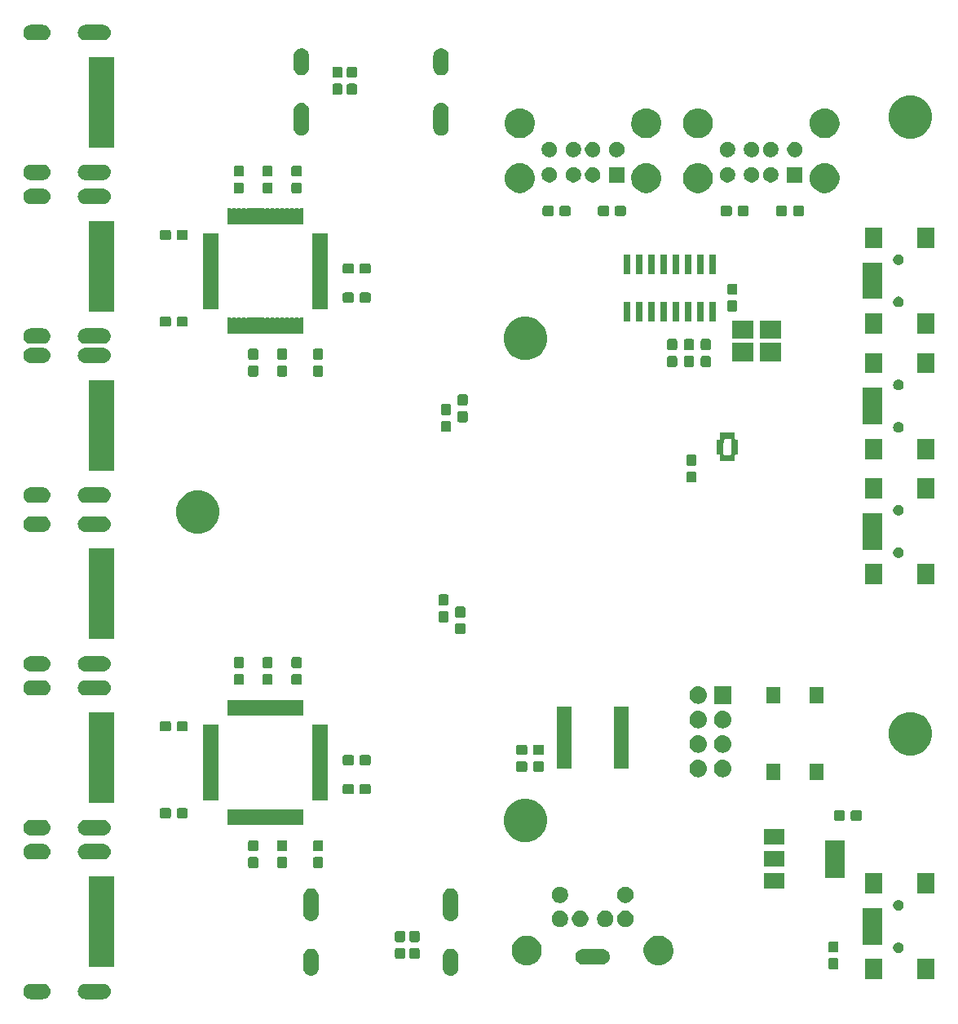
<source format=gbr>
G04 #@! TF.GenerationSoftware,KiCad,Pcbnew,5.1.2-f72e74a~84~ubuntu18.04.1*
G04 #@! TF.CreationDate,2019-07-30T17:28:06-04:00*
G04 #@! TF.ProjectId,kvm-base,6b766d2d-6261-4736-952e-6b696361645f,rev?*
G04 #@! TF.SameCoordinates,Original*
G04 #@! TF.FileFunction,Soldermask,Top*
G04 #@! TF.FilePolarity,Negative*
%FSLAX46Y46*%
G04 Gerber Fmt 4.6, Leading zero omitted, Abs format (unit mm)*
G04 Created by KiCad (PCBNEW 5.1.2-f72e74a~84~ubuntu18.04.1) date 2019-07-30 17:28:06*
%MOMM*%
%LPD*%
G04 APERTURE LIST*
%ADD10C,0.100000*%
G04 APERTURE END LIST*
D10*
G36*
X31218571Y-119952863D02*
G01*
X31297023Y-119960590D01*
X31397682Y-119991125D01*
X31448013Y-120006392D01*
X31587165Y-120080771D01*
X31709133Y-120180867D01*
X31809229Y-120302835D01*
X31883608Y-120441987D01*
X31883608Y-120441988D01*
X31929410Y-120592977D01*
X31944875Y-120750000D01*
X31929410Y-120907023D01*
X31898875Y-121007682D01*
X31883608Y-121058013D01*
X31809229Y-121197165D01*
X31709133Y-121319133D01*
X31587165Y-121419229D01*
X31448013Y-121493608D01*
X31397682Y-121508875D01*
X31297023Y-121539410D01*
X31218571Y-121547137D01*
X31179346Y-121551000D01*
X29300654Y-121551000D01*
X29261429Y-121547137D01*
X29182977Y-121539410D01*
X29082318Y-121508875D01*
X29031987Y-121493608D01*
X28892835Y-121419229D01*
X28770867Y-121319133D01*
X28670771Y-121197165D01*
X28596392Y-121058013D01*
X28581125Y-121007682D01*
X28550590Y-120907023D01*
X28535125Y-120750000D01*
X28550590Y-120592977D01*
X28596392Y-120441988D01*
X28596392Y-120441987D01*
X28670771Y-120302835D01*
X28770867Y-120180867D01*
X28892835Y-120080771D01*
X29031987Y-120006392D01*
X29082318Y-119991125D01*
X29182977Y-119960590D01*
X29261429Y-119952863D01*
X29300654Y-119949000D01*
X31179346Y-119949000D01*
X31218571Y-119952863D01*
X31218571Y-119952863D01*
G37*
G36*
X24958571Y-119952863D02*
G01*
X25037023Y-119960590D01*
X25137682Y-119991125D01*
X25188013Y-120006392D01*
X25327165Y-120080771D01*
X25449133Y-120180867D01*
X25549229Y-120302835D01*
X25623608Y-120441987D01*
X25623608Y-120441988D01*
X25669410Y-120592977D01*
X25684875Y-120750000D01*
X25669410Y-120907023D01*
X25638875Y-121007682D01*
X25623608Y-121058013D01*
X25549229Y-121197165D01*
X25449133Y-121319133D01*
X25327165Y-121419229D01*
X25188013Y-121493608D01*
X25137682Y-121508875D01*
X25037023Y-121539410D01*
X24958571Y-121547137D01*
X24919346Y-121551000D01*
X23640654Y-121551000D01*
X23601429Y-121547137D01*
X23522977Y-121539410D01*
X23422318Y-121508875D01*
X23371987Y-121493608D01*
X23232835Y-121419229D01*
X23110867Y-121319133D01*
X23010771Y-121197165D01*
X22936392Y-121058013D01*
X22921125Y-121007682D01*
X22890590Y-120907023D01*
X22875125Y-120750000D01*
X22890590Y-120592977D01*
X22936392Y-120441988D01*
X22936392Y-120441987D01*
X23010771Y-120302835D01*
X23110867Y-120180867D01*
X23232835Y-120080771D01*
X23371987Y-120006392D01*
X23422318Y-119991125D01*
X23522977Y-119960590D01*
X23601429Y-119952863D01*
X23640654Y-119949000D01*
X24919346Y-119949000D01*
X24958571Y-119952863D01*
X24958571Y-119952863D01*
G37*
G36*
X117501000Y-119501000D02*
G01*
X115699000Y-119501000D01*
X115699000Y-117399000D01*
X117501000Y-117399000D01*
X117501000Y-119501000D01*
X117501000Y-119501000D01*
G37*
G36*
X112051000Y-119501000D02*
G01*
X110249000Y-119501000D01*
X110249000Y-117399000D01*
X112051000Y-117399000D01*
X112051000Y-119501000D01*
X112051000Y-119501000D01*
G37*
G36*
X67407023Y-116330590D02*
G01*
X67505920Y-116360590D01*
X67558013Y-116376392D01*
X67697165Y-116450771D01*
X67819133Y-116550867D01*
X67919229Y-116672835D01*
X67993608Y-116811987D01*
X68008875Y-116862318D01*
X68039410Y-116962977D01*
X68039410Y-116962979D01*
X68051000Y-117080654D01*
X68051000Y-118359346D01*
X68049560Y-118373969D01*
X68039410Y-118477023D01*
X68008875Y-118577682D01*
X67993608Y-118628013D01*
X67919230Y-118767164D01*
X67919229Y-118767165D01*
X67819133Y-118889133D01*
X67697164Y-118989229D01*
X67558012Y-119063608D01*
X67507681Y-119078875D01*
X67407022Y-119109410D01*
X67250000Y-119124875D01*
X67092977Y-119109410D01*
X66992318Y-119078875D01*
X66941987Y-119063608D01*
X66802835Y-118989229D01*
X66680867Y-118889133D01*
X66580771Y-118767164D01*
X66506393Y-118628013D01*
X66506392Y-118628012D01*
X66491125Y-118577681D01*
X66460590Y-118477022D01*
X66449000Y-118359344D01*
X66449001Y-117080655D01*
X66460591Y-116962977D01*
X66491126Y-116862318D01*
X66506393Y-116811987D01*
X66580772Y-116672835D01*
X66680868Y-116550867D01*
X66802836Y-116450771D01*
X66941988Y-116376392D01*
X66994081Y-116360590D01*
X67092978Y-116330590D01*
X67250000Y-116315125D01*
X67407023Y-116330590D01*
X67407023Y-116330590D01*
G37*
G36*
X52907023Y-116330590D02*
G01*
X53005920Y-116360590D01*
X53058013Y-116376392D01*
X53197165Y-116450771D01*
X53319133Y-116550867D01*
X53419229Y-116672835D01*
X53493608Y-116811987D01*
X53508875Y-116862318D01*
X53539410Y-116962977D01*
X53539410Y-116962979D01*
X53551000Y-117080654D01*
X53551000Y-118359346D01*
X53549560Y-118373969D01*
X53539410Y-118477023D01*
X53508875Y-118577682D01*
X53493608Y-118628013D01*
X53419230Y-118767164D01*
X53419229Y-118767165D01*
X53319133Y-118889133D01*
X53197164Y-118989229D01*
X53058012Y-119063608D01*
X53007681Y-119078875D01*
X52907022Y-119109410D01*
X52750000Y-119124875D01*
X52592977Y-119109410D01*
X52492318Y-119078875D01*
X52441987Y-119063608D01*
X52302835Y-118989229D01*
X52180867Y-118889133D01*
X52080771Y-118767164D01*
X52006393Y-118628013D01*
X52006392Y-118628012D01*
X51991125Y-118577681D01*
X51960590Y-118477022D01*
X51949000Y-118359344D01*
X51949001Y-117080655D01*
X51960591Y-116962977D01*
X51991126Y-116862318D01*
X52006393Y-116811987D01*
X52080772Y-116672835D01*
X52180868Y-116550867D01*
X52302836Y-116450771D01*
X52441988Y-116376392D01*
X52494081Y-116360590D01*
X52592978Y-116330590D01*
X52750000Y-116315125D01*
X52907023Y-116330590D01*
X52907023Y-116330590D01*
G37*
G36*
X107364499Y-117303445D02*
G01*
X107401995Y-117314820D01*
X107436554Y-117333292D01*
X107466847Y-117358153D01*
X107491708Y-117388446D01*
X107510180Y-117423005D01*
X107521555Y-117460501D01*
X107526000Y-117505638D01*
X107526000Y-118244362D01*
X107521555Y-118289499D01*
X107510180Y-118326995D01*
X107491708Y-118361554D01*
X107466847Y-118391847D01*
X107436554Y-118416708D01*
X107401995Y-118435180D01*
X107364499Y-118446555D01*
X107319362Y-118451000D01*
X106680638Y-118451000D01*
X106635501Y-118446555D01*
X106598005Y-118435180D01*
X106563446Y-118416708D01*
X106533153Y-118391847D01*
X106508292Y-118361554D01*
X106489820Y-118326995D01*
X106478445Y-118289499D01*
X106474000Y-118244362D01*
X106474000Y-117505638D01*
X106478445Y-117460501D01*
X106489820Y-117423005D01*
X106508292Y-117388446D01*
X106533153Y-117358153D01*
X106563446Y-117333292D01*
X106598005Y-117314820D01*
X106635501Y-117303445D01*
X106680638Y-117299000D01*
X107319362Y-117299000D01*
X107364499Y-117303445D01*
X107364499Y-117303445D01*
G37*
G36*
X32351000Y-118201000D02*
G01*
X29649000Y-118201000D01*
X29649000Y-108799000D01*
X32351000Y-108799000D01*
X32351000Y-118201000D01*
X32351000Y-118201000D01*
G37*
G36*
X75452585Y-114978802D02*
G01*
X75602410Y-115008604D01*
X75884674Y-115125521D01*
X76138705Y-115295259D01*
X76354741Y-115511295D01*
X76524479Y-115765326D01*
X76637953Y-116039279D01*
X76641396Y-116047591D01*
X76701000Y-116347239D01*
X76701000Y-116652761D01*
X76685671Y-116729825D01*
X76641396Y-116952410D01*
X76524479Y-117234674D01*
X76354741Y-117488705D01*
X76138705Y-117704741D01*
X75884674Y-117874479D01*
X75602410Y-117991396D01*
X75452585Y-118021198D01*
X75302761Y-118051000D01*
X74997239Y-118051000D01*
X74847415Y-118021198D01*
X74697590Y-117991396D01*
X74415326Y-117874479D01*
X74161295Y-117704741D01*
X73945259Y-117488705D01*
X73775521Y-117234674D01*
X73658604Y-116952410D01*
X73614329Y-116729825D01*
X73599000Y-116652761D01*
X73599000Y-116347239D01*
X73658604Y-116047591D01*
X73662047Y-116039279D01*
X73775521Y-115765326D01*
X73945259Y-115511295D01*
X74161295Y-115295259D01*
X74415326Y-115125521D01*
X74697590Y-115008604D01*
X74847415Y-114978802D01*
X74997239Y-114949000D01*
X75302761Y-114949000D01*
X75452585Y-114978802D01*
X75452585Y-114978802D01*
G37*
G36*
X89152585Y-114978802D02*
G01*
X89302410Y-115008604D01*
X89584674Y-115125521D01*
X89838705Y-115295259D01*
X90054741Y-115511295D01*
X90224479Y-115765326D01*
X90337953Y-116039279D01*
X90341396Y-116047591D01*
X90401000Y-116347239D01*
X90401000Y-116652761D01*
X90385671Y-116729825D01*
X90341396Y-116952410D01*
X90224479Y-117234674D01*
X90054741Y-117488705D01*
X89838705Y-117704741D01*
X89584674Y-117874479D01*
X89302410Y-117991396D01*
X89152585Y-118021198D01*
X89002761Y-118051000D01*
X88697239Y-118051000D01*
X88547415Y-118021198D01*
X88397590Y-117991396D01*
X88115326Y-117874479D01*
X87861295Y-117704741D01*
X87645259Y-117488705D01*
X87475521Y-117234674D01*
X87358604Y-116952410D01*
X87314329Y-116729825D01*
X87299000Y-116652761D01*
X87299000Y-116347239D01*
X87358604Y-116047591D01*
X87362047Y-116039279D01*
X87475521Y-115765326D01*
X87645259Y-115511295D01*
X87861295Y-115295259D01*
X88115326Y-115125521D01*
X88397590Y-115008604D01*
X88547415Y-114978802D01*
X88697239Y-114949000D01*
X89002761Y-114949000D01*
X89152585Y-114978802D01*
X89152585Y-114978802D01*
G37*
G36*
X83078571Y-116352863D02*
G01*
X83157023Y-116360590D01*
X83239140Y-116385500D01*
X83308013Y-116406392D01*
X83447165Y-116480771D01*
X83569133Y-116580867D01*
X83669229Y-116702835D01*
X83743608Y-116841987D01*
X83743608Y-116841988D01*
X83789410Y-116992977D01*
X83804875Y-117150000D01*
X83789410Y-117307023D01*
X83761509Y-117399000D01*
X83743608Y-117458013D01*
X83669229Y-117597165D01*
X83569133Y-117719133D01*
X83447165Y-117819229D01*
X83308013Y-117893608D01*
X83257682Y-117908875D01*
X83157023Y-117939410D01*
X83078571Y-117947137D01*
X83039346Y-117951000D01*
X80960654Y-117951000D01*
X80921429Y-117947137D01*
X80842977Y-117939410D01*
X80742318Y-117908875D01*
X80691987Y-117893608D01*
X80552835Y-117819229D01*
X80430867Y-117719133D01*
X80330771Y-117597165D01*
X80256392Y-117458013D01*
X80238491Y-117399000D01*
X80210590Y-117307023D01*
X80195125Y-117150000D01*
X80210590Y-116992977D01*
X80256392Y-116841988D01*
X80256392Y-116841987D01*
X80330771Y-116702835D01*
X80430867Y-116580867D01*
X80552835Y-116480771D01*
X80691987Y-116406392D01*
X80760860Y-116385500D01*
X80842977Y-116360590D01*
X80921429Y-116352863D01*
X80960654Y-116349000D01*
X83039346Y-116349000D01*
X83078571Y-116352863D01*
X83078571Y-116352863D01*
G37*
G36*
X62364499Y-116228444D02*
G01*
X62401995Y-116239819D01*
X62436554Y-116258291D01*
X62466847Y-116283152D01*
X62491708Y-116313445D01*
X62510180Y-116348004D01*
X62521555Y-116385500D01*
X62526000Y-116430637D01*
X62526000Y-117169361D01*
X62521555Y-117214498D01*
X62510180Y-117251994D01*
X62491708Y-117286553D01*
X62466847Y-117316846D01*
X62436554Y-117341707D01*
X62401995Y-117360179D01*
X62364499Y-117371554D01*
X62319362Y-117375999D01*
X61680638Y-117375999D01*
X61635501Y-117371554D01*
X61598005Y-117360179D01*
X61563446Y-117341707D01*
X61533153Y-117316846D01*
X61508292Y-117286553D01*
X61489820Y-117251994D01*
X61478445Y-117214498D01*
X61474000Y-117169361D01*
X61474000Y-116430637D01*
X61478445Y-116385500D01*
X61489820Y-116348004D01*
X61508292Y-116313445D01*
X61533153Y-116283152D01*
X61563446Y-116258291D01*
X61598005Y-116239819D01*
X61635501Y-116228444D01*
X61680638Y-116223999D01*
X62319362Y-116223999D01*
X62364499Y-116228444D01*
X62364499Y-116228444D01*
G37*
G36*
X63864499Y-116228444D02*
G01*
X63901995Y-116239819D01*
X63936554Y-116258291D01*
X63966847Y-116283152D01*
X63991708Y-116313445D01*
X64010180Y-116348004D01*
X64021555Y-116385500D01*
X64026000Y-116430637D01*
X64026000Y-117169361D01*
X64021555Y-117214498D01*
X64010180Y-117251994D01*
X63991708Y-117286553D01*
X63966847Y-117316846D01*
X63936554Y-117341707D01*
X63901995Y-117360179D01*
X63864499Y-117371554D01*
X63819362Y-117375999D01*
X63180638Y-117375999D01*
X63135501Y-117371554D01*
X63098005Y-117360179D01*
X63063446Y-117341707D01*
X63033153Y-117316846D01*
X63008292Y-117286553D01*
X62989820Y-117251994D01*
X62978445Y-117214498D01*
X62974000Y-117169361D01*
X62974000Y-116430637D01*
X62978445Y-116385500D01*
X62989820Y-116348004D01*
X63008292Y-116313445D01*
X63033153Y-116283152D01*
X63063446Y-116258291D01*
X63098005Y-116239819D01*
X63135501Y-116228444D01*
X63180638Y-116223999D01*
X63819362Y-116223999D01*
X63864499Y-116228444D01*
X63864499Y-116228444D01*
G37*
G36*
X113910721Y-115670174D02*
G01*
X114010995Y-115711709D01*
X114010996Y-115711710D01*
X114101242Y-115772010D01*
X114177990Y-115848758D01*
X114177991Y-115848760D01*
X114238291Y-115939005D01*
X114279826Y-116039279D01*
X114301000Y-116145730D01*
X114301000Y-116254270D01*
X114279826Y-116360721D01*
X114238291Y-116460995D01*
X114219372Y-116489309D01*
X114177990Y-116551242D01*
X114101242Y-116627990D01*
X114080503Y-116641847D01*
X114010995Y-116688291D01*
X113910721Y-116729826D01*
X113804270Y-116751000D01*
X113695730Y-116751000D01*
X113589279Y-116729826D01*
X113489005Y-116688291D01*
X113419497Y-116641847D01*
X113398758Y-116627990D01*
X113322010Y-116551242D01*
X113280628Y-116489309D01*
X113261709Y-116460995D01*
X113220174Y-116360721D01*
X113199000Y-116254270D01*
X113199000Y-116145730D01*
X113220174Y-116039279D01*
X113261709Y-115939005D01*
X113322009Y-115848760D01*
X113322010Y-115848758D01*
X113398758Y-115772010D01*
X113489004Y-115711710D01*
X113489005Y-115711709D01*
X113589279Y-115670174D01*
X113695730Y-115649000D01*
X113804270Y-115649000D01*
X113910721Y-115670174D01*
X113910721Y-115670174D01*
G37*
G36*
X107364499Y-115553445D02*
G01*
X107401995Y-115564820D01*
X107436554Y-115583292D01*
X107466847Y-115608153D01*
X107491708Y-115638446D01*
X107510180Y-115673005D01*
X107521555Y-115710501D01*
X107526000Y-115755638D01*
X107526000Y-116494362D01*
X107521555Y-116539499D01*
X107510180Y-116576995D01*
X107491708Y-116611554D01*
X107466847Y-116641847D01*
X107436554Y-116666708D01*
X107401995Y-116685180D01*
X107364499Y-116696555D01*
X107319362Y-116701000D01*
X106680638Y-116701000D01*
X106635501Y-116696555D01*
X106598005Y-116685180D01*
X106563446Y-116666708D01*
X106533153Y-116641847D01*
X106508292Y-116611554D01*
X106489820Y-116576995D01*
X106478445Y-116539499D01*
X106474000Y-116494362D01*
X106474000Y-115755638D01*
X106478445Y-115710501D01*
X106489820Y-115673005D01*
X106508292Y-115638446D01*
X106533153Y-115608153D01*
X106563446Y-115583292D01*
X106598005Y-115564820D01*
X106635501Y-115553445D01*
X106680638Y-115549000D01*
X107319362Y-115549000D01*
X107364499Y-115553445D01*
X107364499Y-115553445D01*
G37*
G36*
X112101000Y-115901000D02*
G01*
X109999000Y-115901000D01*
X109999000Y-112099000D01*
X112101000Y-112099000D01*
X112101000Y-115901000D01*
X112101000Y-115901000D01*
G37*
G36*
X62364499Y-114478444D02*
G01*
X62401995Y-114489819D01*
X62436554Y-114508291D01*
X62466847Y-114533152D01*
X62491708Y-114563445D01*
X62510180Y-114598004D01*
X62521555Y-114635500D01*
X62526000Y-114680637D01*
X62526000Y-115419361D01*
X62521555Y-115464498D01*
X62510180Y-115501994D01*
X62491708Y-115536553D01*
X62466847Y-115566846D01*
X62436554Y-115591707D01*
X62401995Y-115610179D01*
X62364499Y-115621554D01*
X62319362Y-115625999D01*
X61680638Y-115625999D01*
X61635501Y-115621554D01*
X61598005Y-115610179D01*
X61563446Y-115591707D01*
X61533153Y-115566846D01*
X61508292Y-115536553D01*
X61489820Y-115501994D01*
X61478445Y-115464498D01*
X61474000Y-115419361D01*
X61474000Y-114680637D01*
X61478445Y-114635500D01*
X61489820Y-114598004D01*
X61508292Y-114563445D01*
X61533153Y-114533152D01*
X61563446Y-114508291D01*
X61598005Y-114489819D01*
X61635501Y-114478444D01*
X61680638Y-114473999D01*
X62319362Y-114473999D01*
X62364499Y-114478444D01*
X62364499Y-114478444D01*
G37*
G36*
X63864499Y-114478444D02*
G01*
X63901995Y-114489819D01*
X63936554Y-114508291D01*
X63966847Y-114533152D01*
X63991708Y-114563445D01*
X64010180Y-114598004D01*
X64021555Y-114635500D01*
X64026000Y-114680637D01*
X64026000Y-115419361D01*
X64021555Y-115464498D01*
X64010180Y-115501994D01*
X63991708Y-115536553D01*
X63966847Y-115566846D01*
X63936554Y-115591707D01*
X63901995Y-115610179D01*
X63864499Y-115621554D01*
X63819362Y-115625999D01*
X63180638Y-115625999D01*
X63135501Y-115621554D01*
X63098005Y-115610179D01*
X63063446Y-115591707D01*
X63033153Y-115566846D01*
X63008292Y-115536553D01*
X62989820Y-115501994D01*
X62978445Y-115464498D01*
X62974000Y-115419361D01*
X62974000Y-114680637D01*
X62978445Y-114635500D01*
X62989820Y-114598004D01*
X63008292Y-114563445D01*
X63033153Y-114533152D01*
X63063446Y-114508291D01*
X63098005Y-114489819D01*
X63135501Y-114478444D01*
X63180638Y-114473999D01*
X63819362Y-114473999D01*
X63864499Y-114478444D01*
X63864499Y-114478444D01*
G37*
G36*
X85648228Y-112401703D02*
G01*
X85803100Y-112465853D01*
X85942481Y-112558985D01*
X86061015Y-112677519D01*
X86154147Y-112816900D01*
X86218297Y-112971772D01*
X86251000Y-113136184D01*
X86251000Y-113303816D01*
X86218297Y-113468228D01*
X86154147Y-113623100D01*
X86061015Y-113762481D01*
X85942481Y-113881015D01*
X85803100Y-113974147D01*
X85648228Y-114038297D01*
X85483816Y-114071000D01*
X85316184Y-114071000D01*
X85151772Y-114038297D01*
X84996900Y-113974147D01*
X84857519Y-113881015D01*
X84738985Y-113762481D01*
X84645853Y-113623100D01*
X84581703Y-113468228D01*
X84549000Y-113303816D01*
X84549000Y-113136184D01*
X84581703Y-112971772D01*
X84645853Y-112816900D01*
X84738985Y-112677519D01*
X84857519Y-112558985D01*
X84996900Y-112465853D01*
X85151772Y-112401703D01*
X85316184Y-112369000D01*
X85483816Y-112369000D01*
X85648228Y-112401703D01*
X85648228Y-112401703D01*
G37*
G36*
X78848228Y-112401703D02*
G01*
X79003100Y-112465853D01*
X79142481Y-112558985D01*
X79261015Y-112677519D01*
X79354147Y-112816900D01*
X79418297Y-112971772D01*
X79451000Y-113136184D01*
X79451000Y-113303816D01*
X79418297Y-113468228D01*
X79354147Y-113623100D01*
X79261015Y-113762481D01*
X79142481Y-113881015D01*
X79003100Y-113974147D01*
X78848228Y-114038297D01*
X78683816Y-114071000D01*
X78516184Y-114071000D01*
X78351772Y-114038297D01*
X78196900Y-113974147D01*
X78057519Y-113881015D01*
X77938985Y-113762481D01*
X77845853Y-113623100D01*
X77781703Y-113468228D01*
X77749000Y-113303816D01*
X77749000Y-113136184D01*
X77781703Y-112971772D01*
X77845853Y-112816900D01*
X77938985Y-112677519D01*
X78057519Y-112558985D01*
X78196900Y-112465853D01*
X78351772Y-112401703D01*
X78516184Y-112369000D01*
X78683816Y-112369000D01*
X78848228Y-112401703D01*
X78848228Y-112401703D01*
G37*
G36*
X83548228Y-112401703D02*
G01*
X83703100Y-112465853D01*
X83842481Y-112558985D01*
X83961015Y-112677519D01*
X84054147Y-112816900D01*
X84118297Y-112971772D01*
X84151000Y-113136184D01*
X84151000Y-113303816D01*
X84118297Y-113468228D01*
X84054147Y-113623100D01*
X83961015Y-113762481D01*
X83842481Y-113881015D01*
X83703100Y-113974147D01*
X83548228Y-114038297D01*
X83383816Y-114071000D01*
X83216184Y-114071000D01*
X83051772Y-114038297D01*
X82896900Y-113974147D01*
X82757519Y-113881015D01*
X82638985Y-113762481D01*
X82545853Y-113623100D01*
X82481703Y-113468228D01*
X82449000Y-113303816D01*
X82449000Y-113136184D01*
X82481703Y-112971772D01*
X82545853Y-112816900D01*
X82638985Y-112677519D01*
X82757519Y-112558985D01*
X82896900Y-112465853D01*
X83051772Y-112401703D01*
X83216184Y-112369000D01*
X83383816Y-112369000D01*
X83548228Y-112401703D01*
X83548228Y-112401703D01*
G37*
G36*
X80948228Y-112401703D02*
G01*
X81103100Y-112465853D01*
X81242481Y-112558985D01*
X81361015Y-112677519D01*
X81454147Y-112816900D01*
X81518297Y-112971772D01*
X81551000Y-113136184D01*
X81551000Y-113303816D01*
X81518297Y-113468228D01*
X81454147Y-113623100D01*
X81361015Y-113762481D01*
X81242481Y-113881015D01*
X81103100Y-113974147D01*
X80948228Y-114038297D01*
X80783816Y-114071000D01*
X80616184Y-114071000D01*
X80451772Y-114038297D01*
X80296900Y-113974147D01*
X80157519Y-113881015D01*
X80038985Y-113762481D01*
X79945853Y-113623100D01*
X79881703Y-113468228D01*
X79849000Y-113303816D01*
X79849000Y-113136184D01*
X79881703Y-112971772D01*
X79945853Y-112816900D01*
X80038985Y-112677519D01*
X80157519Y-112558985D01*
X80296900Y-112465853D01*
X80451772Y-112401703D01*
X80616184Y-112369000D01*
X80783816Y-112369000D01*
X80948228Y-112401703D01*
X80948228Y-112401703D01*
G37*
G36*
X52907023Y-110070590D02*
G01*
X53007271Y-110101000D01*
X53058013Y-110116392D01*
X53197165Y-110190771D01*
X53319133Y-110290867D01*
X53419229Y-110412835D01*
X53493608Y-110551987D01*
X53493608Y-110551988D01*
X53539410Y-110702977D01*
X53551000Y-110820655D01*
X53551000Y-112699345D01*
X53539410Y-112817023D01*
X53508875Y-112917682D01*
X53493608Y-112968013D01*
X53419230Y-113107164D01*
X53419229Y-113107165D01*
X53319133Y-113229133D01*
X53228131Y-113303815D01*
X53197164Y-113329229D01*
X53058012Y-113403608D01*
X53007681Y-113418875D01*
X52907022Y-113449410D01*
X52750000Y-113464875D01*
X52592977Y-113449410D01*
X52492318Y-113418875D01*
X52441987Y-113403608D01*
X52302835Y-113329229D01*
X52266001Y-113299000D01*
X52180867Y-113229133D01*
X52080771Y-113107164D01*
X52008402Y-112971772D01*
X52006392Y-112968012D01*
X51985458Y-112899000D01*
X51960590Y-112817022D01*
X51949000Y-112699344D01*
X51949001Y-110820655D01*
X51960591Y-110702977D01*
X52006393Y-110551988D01*
X52006393Y-110551987D01*
X52080772Y-110412835D01*
X52180868Y-110290867D01*
X52302836Y-110190771D01*
X52441988Y-110116392D01*
X52492730Y-110101000D01*
X52592978Y-110070590D01*
X52750000Y-110055125D01*
X52907023Y-110070590D01*
X52907023Y-110070590D01*
G37*
G36*
X67407023Y-110070590D02*
G01*
X67507271Y-110101000D01*
X67558013Y-110116392D01*
X67697165Y-110190771D01*
X67819133Y-110290867D01*
X67919229Y-110412835D01*
X67993608Y-110551987D01*
X67993608Y-110551988D01*
X68039410Y-110702977D01*
X68051000Y-110820655D01*
X68051000Y-112699345D01*
X68039410Y-112817023D01*
X68008875Y-112917682D01*
X67993608Y-112968013D01*
X67919230Y-113107164D01*
X67919229Y-113107165D01*
X67819133Y-113229133D01*
X67728131Y-113303815D01*
X67697164Y-113329229D01*
X67558012Y-113403608D01*
X67507681Y-113418875D01*
X67407022Y-113449410D01*
X67250000Y-113464875D01*
X67092977Y-113449410D01*
X66992318Y-113418875D01*
X66941987Y-113403608D01*
X66802835Y-113329229D01*
X66766001Y-113299000D01*
X66680867Y-113229133D01*
X66580771Y-113107164D01*
X66508402Y-112971772D01*
X66506392Y-112968012D01*
X66485458Y-112899000D01*
X66460590Y-112817022D01*
X66449000Y-112699344D01*
X66449001Y-110820655D01*
X66460591Y-110702977D01*
X66506393Y-110551988D01*
X66506393Y-110551987D01*
X66580772Y-110412835D01*
X66680868Y-110290867D01*
X66802836Y-110190771D01*
X66941988Y-110116392D01*
X66992730Y-110101000D01*
X67092978Y-110070590D01*
X67250000Y-110055125D01*
X67407023Y-110070590D01*
X67407023Y-110070590D01*
G37*
G36*
X113910721Y-111270174D02*
G01*
X114010995Y-111311709D01*
X114010996Y-111311710D01*
X114101242Y-111372010D01*
X114177990Y-111448758D01*
X114177991Y-111448760D01*
X114238291Y-111539005D01*
X114279826Y-111639279D01*
X114301000Y-111745730D01*
X114301000Y-111854270D01*
X114279826Y-111960721D01*
X114238291Y-112060995D01*
X114238290Y-112060996D01*
X114177990Y-112151242D01*
X114101242Y-112227990D01*
X114055812Y-112258345D01*
X114010995Y-112288291D01*
X113910721Y-112329826D01*
X113804270Y-112351000D01*
X113695730Y-112351000D01*
X113589279Y-112329826D01*
X113489005Y-112288291D01*
X113444188Y-112258345D01*
X113398758Y-112227990D01*
X113322010Y-112151242D01*
X113261710Y-112060996D01*
X113261709Y-112060995D01*
X113220174Y-111960721D01*
X113199000Y-111854270D01*
X113199000Y-111745730D01*
X113220174Y-111639279D01*
X113261709Y-111539005D01*
X113322009Y-111448760D01*
X113322010Y-111448758D01*
X113398758Y-111372010D01*
X113489004Y-111311710D01*
X113489005Y-111311709D01*
X113589279Y-111270174D01*
X113695730Y-111249000D01*
X113804270Y-111249000D01*
X113910721Y-111270174D01*
X113910721Y-111270174D01*
G37*
G36*
X78848228Y-109901703D02*
G01*
X79003100Y-109965853D01*
X79142481Y-110058985D01*
X79261015Y-110177519D01*
X79354147Y-110316900D01*
X79418297Y-110471772D01*
X79451000Y-110636184D01*
X79451000Y-110803816D01*
X79418297Y-110968228D01*
X79354147Y-111123100D01*
X79261015Y-111262481D01*
X79142481Y-111381015D01*
X79003100Y-111474147D01*
X78848228Y-111538297D01*
X78683816Y-111571000D01*
X78516184Y-111571000D01*
X78351772Y-111538297D01*
X78196900Y-111474147D01*
X78057519Y-111381015D01*
X77938985Y-111262481D01*
X77845853Y-111123100D01*
X77781703Y-110968228D01*
X77749000Y-110803816D01*
X77749000Y-110636184D01*
X77781703Y-110471772D01*
X77845853Y-110316900D01*
X77938985Y-110177519D01*
X78057519Y-110058985D01*
X78196900Y-109965853D01*
X78351772Y-109901703D01*
X78516184Y-109869000D01*
X78683816Y-109869000D01*
X78848228Y-109901703D01*
X78848228Y-109901703D01*
G37*
G36*
X85648228Y-109901703D02*
G01*
X85803100Y-109965853D01*
X85942481Y-110058985D01*
X86061015Y-110177519D01*
X86154147Y-110316900D01*
X86218297Y-110471772D01*
X86251000Y-110636184D01*
X86251000Y-110803816D01*
X86218297Y-110968228D01*
X86154147Y-111123100D01*
X86061015Y-111262481D01*
X85942481Y-111381015D01*
X85803100Y-111474147D01*
X85648228Y-111538297D01*
X85483816Y-111571000D01*
X85316184Y-111571000D01*
X85151772Y-111538297D01*
X84996900Y-111474147D01*
X84857519Y-111381015D01*
X84738985Y-111262481D01*
X84645853Y-111123100D01*
X84581703Y-110968228D01*
X84549000Y-110803816D01*
X84549000Y-110636184D01*
X84581703Y-110471772D01*
X84645853Y-110316900D01*
X84738985Y-110177519D01*
X84857519Y-110058985D01*
X84996900Y-109965853D01*
X85151772Y-109901703D01*
X85316184Y-109869000D01*
X85483816Y-109869000D01*
X85648228Y-109901703D01*
X85648228Y-109901703D01*
G37*
G36*
X112051000Y-110601000D02*
G01*
X110249000Y-110601000D01*
X110249000Y-108499000D01*
X112051000Y-108499000D01*
X112051000Y-110601000D01*
X112051000Y-110601000D01*
G37*
G36*
X117501000Y-110601000D02*
G01*
X115699000Y-110601000D01*
X115699000Y-108499000D01*
X117501000Y-108499000D01*
X117501000Y-110601000D01*
X117501000Y-110601000D01*
G37*
G36*
X101901000Y-110101000D02*
G01*
X99799000Y-110101000D01*
X99799000Y-108499000D01*
X101901000Y-108499000D01*
X101901000Y-110101000D01*
X101901000Y-110101000D01*
G37*
G36*
X108201000Y-108951000D02*
G01*
X106099000Y-108951000D01*
X106099000Y-105049000D01*
X108201000Y-105049000D01*
X108201000Y-108951000D01*
X108201000Y-108951000D01*
G37*
G36*
X47114499Y-106803445D02*
G01*
X47151995Y-106814820D01*
X47186554Y-106833292D01*
X47216847Y-106858153D01*
X47241708Y-106888446D01*
X47260180Y-106923005D01*
X47271555Y-106960501D01*
X47276000Y-107005638D01*
X47276000Y-107744362D01*
X47271555Y-107789499D01*
X47260180Y-107826995D01*
X47241708Y-107861554D01*
X47216847Y-107891847D01*
X47186554Y-107916708D01*
X47151995Y-107935180D01*
X47114499Y-107946555D01*
X47069362Y-107951000D01*
X46430638Y-107951000D01*
X46385501Y-107946555D01*
X46348005Y-107935180D01*
X46313446Y-107916708D01*
X46283153Y-107891847D01*
X46258292Y-107861554D01*
X46239820Y-107826995D01*
X46228445Y-107789499D01*
X46224000Y-107744362D01*
X46224000Y-107005638D01*
X46228445Y-106960501D01*
X46239820Y-106923005D01*
X46258292Y-106888446D01*
X46283153Y-106858153D01*
X46313446Y-106833292D01*
X46348005Y-106814820D01*
X46385501Y-106803445D01*
X46430638Y-106799000D01*
X47069362Y-106799000D01*
X47114499Y-106803445D01*
X47114499Y-106803445D01*
G37*
G36*
X50114499Y-106803445D02*
G01*
X50151995Y-106814820D01*
X50186554Y-106833292D01*
X50216847Y-106858153D01*
X50241708Y-106888446D01*
X50260180Y-106923005D01*
X50271555Y-106960501D01*
X50276000Y-107005638D01*
X50276000Y-107744362D01*
X50271555Y-107789499D01*
X50260180Y-107826995D01*
X50241708Y-107861554D01*
X50216847Y-107891847D01*
X50186554Y-107916708D01*
X50151995Y-107935180D01*
X50114499Y-107946555D01*
X50069362Y-107951000D01*
X49430638Y-107951000D01*
X49385501Y-107946555D01*
X49348005Y-107935180D01*
X49313446Y-107916708D01*
X49283153Y-107891847D01*
X49258292Y-107861554D01*
X49239820Y-107826995D01*
X49228445Y-107789499D01*
X49224000Y-107744362D01*
X49224000Y-107005638D01*
X49228445Y-106960501D01*
X49239820Y-106923005D01*
X49258292Y-106888446D01*
X49283153Y-106858153D01*
X49313446Y-106833292D01*
X49348005Y-106814820D01*
X49385501Y-106803445D01*
X49430638Y-106799000D01*
X50069362Y-106799000D01*
X50114499Y-106803445D01*
X50114499Y-106803445D01*
G37*
G36*
X53864499Y-106803445D02*
G01*
X53901995Y-106814820D01*
X53936554Y-106833292D01*
X53966847Y-106858153D01*
X53991708Y-106888446D01*
X54010180Y-106923005D01*
X54021555Y-106960501D01*
X54026000Y-107005638D01*
X54026000Y-107744362D01*
X54021555Y-107789499D01*
X54010180Y-107826995D01*
X53991708Y-107861554D01*
X53966847Y-107891847D01*
X53936554Y-107916708D01*
X53901995Y-107935180D01*
X53864499Y-107946555D01*
X53819362Y-107951000D01*
X53180638Y-107951000D01*
X53135501Y-107946555D01*
X53098005Y-107935180D01*
X53063446Y-107916708D01*
X53033153Y-107891847D01*
X53008292Y-107861554D01*
X52989820Y-107826995D01*
X52978445Y-107789499D01*
X52974000Y-107744362D01*
X52974000Y-107005638D01*
X52978445Y-106960501D01*
X52989820Y-106923005D01*
X53008292Y-106888446D01*
X53033153Y-106858153D01*
X53063446Y-106833292D01*
X53098005Y-106814820D01*
X53135501Y-106803445D01*
X53180638Y-106799000D01*
X53819362Y-106799000D01*
X53864499Y-106803445D01*
X53864499Y-106803445D01*
G37*
G36*
X101901000Y-107801000D02*
G01*
X99799000Y-107801000D01*
X99799000Y-106199000D01*
X101901000Y-106199000D01*
X101901000Y-107801000D01*
X101901000Y-107801000D01*
G37*
G36*
X24958571Y-105452863D02*
G01*
X25037023Y-105460590D01*
X25137682Y-105491125D01*
X25188013Y-105506392D01*
X25327165Y-105580771D01*
X25449133Y-105680867D01*
X25549229Y-105802835D01*
X25623608Y-105941987D01*
X25623608Y-105941988D01*
X25669410Y-106092977D01*
X25684875Y-106250000D01*
X25669410Y-106407023D01*
X25638875Y-106507682D01*
X25623608Y-106558013D01*
X25549229Y-106697165D01*
X25449133Y-106819133D01*
X25327165Y-106919229D01*
X25188013Y-106993608D01*
X25137682Y-107008875D01*
X25037023Y-107039410D01*
X24958571Y-107047137D01*
X24919346Y-107051000D01*
X23640654Y-107051000D01*
X23601429Y-107047137D01*
X23522977Y-107039410D01*
X23422318Y-107008875D01*
X23371987Y-106993608D01*
X23232835Y-106919229D01*
X23110867Y-106819133D01*
X23010771Y-106697165D01*
X22936392Y-106558013D01*
X22921125Y-106507682D01*
X22890590Y-106407023D01*
X22875125Y-106250000D01*
X22890590Y-106092977D01*
X22936392Y-105941988D01*
X22936392Y-105941987D01*
X23010771Y-105802835D01*
X23110867Y-105680867D01*
X23232835Y-105580771D01*
X23371987Y-105506392D01*
X23422318Y-105491125D01*
X23522977Y-105460590D01*
X23601429Y-105452863D01*
X23640654Y-105449000D01*
X24919346Y-105449000D01*
X24958571Y-105452863D01*
X24958571Y-105452863D01*
G37*
G36*
X31218571Y-105452863D02*
G01*
X31297023Y-105460590D01*
X31397682Y-105491125D01*
X31448013Y-105506392D01*
X31587165Y-105580771D01*
X31709133Y-105680867D01*
X31809229Y-105802835D01*
X31883608Y-105941987D01*
X31883608Y-105941988D01*
X31929410Y-106092977D01*
X31944875Y-106250000D01*
X31929410Y-106407023D01*
X31898875Y-106507682D01*
X31883608Y-106558013D01*
X31809229Y-106697165D01*
X31709133Y-106819133D01*
X31587165Y-106919229D01*
X31448013Y-106993608D01*
X31397682Y-107008875D01*
X31297023Y-107039410D01*
X31218571Y-107047137D01*
X31179346Y-107051000D01*
X29300654Y-107051000D01*
X29261429Y-107047137D01*
X29182977Y-107039410D01*
X29082318Y-107008875D01*
X29031987Y-106993608D01*
X28892835Y-106919229D01*
X28770867Y-106819133D01*
X28670771Y-106697165D01*
X28596392Y-106558013D01*
X28581125Y-106507682D01*
X28550590Y-106407023D01*
X28535125Y-106250000D01*
X28550590Y-106092977D01*
X28596392Y-105941988D01*
X28596392Y-105941987D01*
X28670771Y-105802835D01*
X28770867Y-105680867D01*
X28892835Y-105580771D01*
X29031987Y-105506392D01*
X29082318Y-105491125D01*
X29182977Y-105460590D01*
X29261429Y-105452863D01*
X29300654Y-105449000D01*
X31179346Y-105449000D01*
X31218571Y-105452863D01*
X31218571Y-105452863D01*
G37*
G36*
X50114499Y-105053445D02*
G01*
X50151995Y-105064820D01*
X50186554Y-105083292D01*
X50216847Y-105108153D01*
X50241708Y-105138446D01*
X50260180Y-105173005D01*
X50271555Y-105210501D01*
X50276000Y-105255638D01*
X50276000Y-105994362D01*
X50271555Y-106039499D01*
X50260180Y-106076995D01*
X50241708Y-106111554D01*
X50216847Y-106141847D01*
X50186554Y-106166708D01*
X50151995Y-106185180D01*
X50114499Y-106196555D01*
X50069362Y-106201000D01*
X49430638Y-106201000D01*
X49385501Y-106196555D01*
X49348005Y-106185180D01*
X49313446Y-106166708D01*
X49283153Y-106141847D01*
X49258292Y-106111554D01*
X49239820Y-106076995D01*
X49228445Y-106039499D01*
X49224000Y-105994362D01*
X49224000Y-105255638D01*
X49228445Y-105210501D01*
X49239820Y-105173005D01*
X49258292Y-105138446D01*
X49283153Y-105108153D01*
X49313446Y-105083292D01*
X49348005Y-105064820D01*
X49385501Y-105053445D01*
X49430638Y-105049000D01*
X50069362Y-105049000D01*
X50114499Y-105053445D01*
X50114499Y-105053445D01*
G37*
G36*
X53864499Y-105053445D02*
G01*
X53901995Y-105064820D01*
X53936554Y-105083292D01*
X53966847Y-105108153D01*
X53991708Y-105138446D01*
X54010180Y-105173005D01*
X54021555Y-105210501D01*
X54026000Y-105255638D01*
X54026000Y-105994362D01*
X54021555Y-106039499D01*
X54010180Y-106076995D01*
X53991708Y-106111554D01*
X53966847Y-106141847D01*
X53936554Y-106166708D01*
X53901995Y-106185180D01*
X53864499Y-106196555D01*
X53819362Y-106201000D01*
X53180638Y-106201000D01*
X53135501Y-106196555D01*
X53098005Y-106185180D01*
X53063446Y-106166708D01*
X53033153Y-106141847D01*
X53008292Y-106111554D01*
X52989820Y-106076995D01*
X52978445Y-106039499D01*
X52974000Y-105994362D01*
X52974000Y-105255638D01*
X52978445Y-105210501D01*
X52989820Y-105173005D01*
X53008292Y-105138446D01*
X53033153Y-105108153D01*
X53063446Y-105083292D01*
X53098005Y-105064820D01*
X53135501Y-105053445D01*
X53180638Y-105049000D01*
X53819362Y-105049000D01*
X53864499Y-105053445D01*
X53864499Y-105053445D01*
G37*
G36*
X47114499Y-105053445D02*
G01*
X47151995Y-105064820D01*
X47186554Y-105083292D01*
X47216847Y-105108153D01*
X47241708Y-105138446D01*
X47260180Y-105173005D01*
X47271555Y-105210501D01*
X47276000Y-105255638D01*
X47276000Y-105994362D01*
X47271555Y-106039499D01*
X47260180Y-106076995D01*
X47241708Y-106111554D01*
X47216847Y-106141847D01*
X47186554Y-106166708D01*
X47151995Y-106185180D01*
X47114499Y-106196555D01*
X47069362Y-106201000D01*
X46430638Y-106201000D01*
X46385501Y-106196555D01*
X46348005Y-106185180D01*
X46313446Y-106166708D01*
X46283153Y-106141847D01*
X46258292Y-106111554D01*
X46239820Y-106076995D01*
X46228445Y-106039499D01*
X46224000Y-105994362D01*
X46224000Y-105255638D01*
X46228445Y-105210501D01*
X46239820Y-105173005D01*
X46258292Y-105138446D01*
X46283153Y-105108153D01*
X46313446Y-105083292D01*
X46348005Y-105064820D01*
X46385501Y-105053445D01*
X46430638Y-105049000D01*
X47069362Y-105049000D01*
X47114499Y-105053445D01*
X47114499Y-105053445D01*
G37*
G36*
X101901000Y-105501000D02*
G01*
X99799000Y-105501000D01*
X99799000Y-103899000D01*
X101901000Y-103899000D01*
X101901000Y-105501000D01*
X101901000Y-105501000D01*
G37*
G36*
X75275880Y-100759776D02*
G01*
X75656593Y-100835504D01*
X76066249Y-101005189D01*
X76434929Y-101251534D01*
X76748466Y-101565071D01*
X76994811Y-101933751D01*
X77164496Y-102343407D01*
X77233143Y-102688523D01*
X77247958Y-102763000D01*
X77251000Y-102778296D01*
X77251000Y-103221704D01*
X77164496Y-103656593D01*
X76994811Y-104066249D01*
X76748466Y-104434929D01*
X76434929Y-104748466D01*
X76066249Y-104994811D01*
X75656593Y-105164496D01*
X75275880Y-105240224D01*
X75221705Y-105251000D01*
X74778295Y-105251000D01*
X74724120Y-105240224D01*
X74343407Y-105164496D01*
X73933751Y-104994811D01*
X73565071Y-104748466D01*
X73251534Y-104434929D01*
X73005189Y-104066249D01*
X72835504Y-103656593D01*
X72749000Y-103221704D01*
X72749000Y-102778296D01*
X72752043Y-102763000D01*
X72766857Y-102688523D01*
X72835504Y-102343407D01*
X73005189Y-101933751D01*
X73251534Y-101565071D01*
X73565071Y-101251534D01*
X73933751Y-101005189D01*
X74343407Y-100835504D01*
X74724120Y-100759776D01*
X74778295Y-100749000D01*
X75221705Y-100749000D01*
X75275880Y-100759776D01*
X75275880Y-100759776D01*
G37*
G36*
X24958571Y-102952863D02*
G01*
X25037023Y-102960590D01*
X25137682Y-102991125D01*
X25188013Y-103006392D01*
X25327165Y-103080771D01*
X25449133Y-103180867D01*
X25549229Y-103302835D01*
X25623608Y-103441987D01*
X25635386Y-103480814D01*
X25669410Y-103592977D01*
X25684875Y-103750000D01*
X25669410Y-103907023D01*
X25648249Y-103976781D01*
X25623608Y-104058013D01*
X25549229Y-104197165D01*
X25449133Y-104319133D01*
X25327165Y-104419229D01*
X25188013Y-104493608D01*
X25137682Y-104508875D01*
X25037023Y-104539410D01*
X24958571Y-104547137D01*
X24919346Y-104551000D01*
X23640654Y-104551000D01*
X23601429Y-104547137D01*
X23522977Y-104539410D01*
X23422318Y-104508875D01*
X23371987Y-104493608D01*
X23232835Y-104419229D01*
X23110867Y-104319133D01*
X23010771Y-104197165D01*
X22936392Y-104058013D01*
X22911751Y-103976781D01*
X22890590Y-103907023D01*
X22875125Y-103750000D01*
X22890590Y-103592977D01*
X22924614Y-103480814D01*
X22936392Y-103441987D01*
X23010771Y-103302835D01*
X23110867Y-103180867D01*
X23232835Y-103080771D01*
X23371987Y-103006392D01*
X23422318Y-102991125D01*
X23522977Y-102960590D01*
X23601429Y-102952863D01*
X23640654Y-102949000D01*
X24919346Y-102949000D01*
X24958571Y-102952863D01*
X24958571Y-102952863D01*
G37*
G36*
X31218571Y-102952863D02*
G01*
X31297023Y-102960590D01*
X31397682Y-102991125D01*
X31448013Y-103006392D01*
X31587165Y-103080771D01*
X31709133Y-103180867D01*
X31809229Y-103302835D01*
X31883608Y-103441987D01*
X31895386Y-103480814D01*
X31929410Y-103592977D01*
X31944875Y-103750000D01*
X31929410Y-103907023D01*
X31908249Y-103976781D01*
X31883608Y-104058013D01*
X31809229Y-104197165D01*
X31709133Y-104319133D01*
X31587165Y-104419229D01*
X31448013Y-104493608D01*
X31397682Y-104508875D01*
X31297023Y-104539410D01*
X31218571Y-104547137D01*
X31179346Y-104551000D01*
X29300654Y-104551000D01*
X29261429Y-104547137D01*
X29182977Y-104539410D01*
X29082318Y-104508875D01*
X29031987Y-104493608D01*
X28892835Y-104419229D01*
X28770867Y-104319133D01*
X28670771Y-104197165D01*
X28596392Y-104058013D01*
X28571751Y-103976781D01*
X28550590Y-103907023D01*
X28535125Y-103750000D01*
X28550590Y-103592977D01*
X28584614Y-103480814D01*
X28596392Y-103441987D01*
X28670771Y-103302835D01*
X28770867Y-103180867D01*
X28892835Y-103080771D01*
X29031987Y-103006392D01*
X29082318Y-102991125D01*
X29182977Y-102960590D01*
X29261429Y-102952863D01*
X29300654Y-102949000D01*
X31179346Y-102949000D01*
X31218571Y-102952863D01*
X31218571Y-102952863D01*
G37*
G36*
X44420295Y-101850323D02*
G01*
X44427309Y-101852451D01*
X44441077Y-101859810D01*
X44463716Y-101869187D01*
X44487749Y-101873967D01*
X44512253Y-101873967D01*
X44536286Y-101869186D01*
X44558923Y-101859810D01*
X44572691Y-101852451D01*
X44579705Y-101850323D01*
X44593140Y-101849000D01*
X44906860Y-101849000D01*
X44920295Y-101850323D01*
X44927309Y-101852451D01*
X44941077Y-101859810D01*
X44963716Y-101869187D01*
X44987749Y-101873967D01*
X45012253Y-101873967D01*
X45036286Y-101869186D01*
X45058923Y-101859810D01*
X45072691Y-101852451D01*
X45079705Y-101850323D01*
X45093140Y-101849000D01*
X45406860Y-101849000D01*
X45420295Y-101850323D01*
X45427309Y-101852451D01*
X45441077Y-101859810D01*
X45463716Y-101869187D01*
X45487749Y-101873967D01*
X45512253Y-101873967D01*
X45536286Y-101869186D01*
X45558923Y-101859810D01*
X45572691Y-101852451D01*
X45579705Y-101850323D01*
X45593140Y-101849000D01*
X45906860Y-101849000D01*
X45920295Y-101850323D01*
X45927309Y-101852451D01*
X45941077Y-101859810D01*
X45963716Y-101869187D01*
X45987749Y-101873967D01*
X46012253Y-101873967D01*
X46036286Y-101869186D01*
X46058923Y-101859810D01*
X46072691Y-101852451D01*
X46079705Y-101850323D01*
X46093140Y-101849000D01*
X46406860Y-101849000D01*
X46420295Y-101850323D01*
X46427309Y-101852451D01*
X46441077Y-101859810D01*
X46463716Y-101869187D01*
X46487749Y-101873967D01*
X46512253Y-101873967D01*
X46536286Y-101869186D01*
X46558923Y-101859810D01*
X46572691Y-101852451D01*
X46579705Y-101850323D01*
X46593140Y-101849000D01*
X46906860Y-101849000D01*
X46920295Y-101850323D01*
X46927309Y-101852451D01*
X46941077Y-101859810D01*
X46963716Y-101869187D01*
X46987749Y-101873967D01*
X47012253Y-101873967D01*
X47036286Y-101869186D01*
X47058923Y-101859810D01*
X47072691Y-101852451D01*
X47079705Y-101850323D01*
X47093140Y-101849000D01*
X47406860Y-101849000D01*
X47420295Y-101850323D01*
X47427309Y-101852451D01*
X47441077Y-101859810D01*
X47463716Y-101869187D01*
X47487749Y-101873967D01*
X47512253Y-101873967D01*
X47536286Y-101869186D01*
X47558923Y-101859810D01*
X47572691Y-101852451D01*
X47579705Y-101850323D01*
X47593140Y-101849000D01*
X47906860Y-101849000D01*
X47920295Y-101850323D01*
X47927309Y-101852451D01*
X47941077Y-101859810D01*
X47963716Y-101869187D01*
X47987749Y-101873967D01*
X48012253Y-101873967D01*
X48036286Y-101869186D01*
X48058923Y-101859810D01*
X48072691Y-101852451D01*
X48079705Y-101850323D01*
X48093140Y-101849000D01*
X48406860Y-101849000D01*
X48420295Y-101850323D01*
X48427309Y-101852451D01*
X48441077Y-101859810D01*
X48463716Y-101869187D01*
X48487749Y-101873967D01*
X48512253Y-101873967D01*
X48536286Y-101869186D01*
X48558923Y-101859810D01*
X48572691Y-101852451D01*
X48579705Y-101850323D01*
X48593140Y-101849000D01*
X48906860Y-101849000D01*
X48920295Y-101850323D01*
X48927309Y-101852451D01*
X48941077Y-101859810D01*
X48963716Y-101869187D01*
X48987749Y-101873967D01*
X49012253Y-101873967D01*
X49036286Y-101869186D01*
X49058923Y-101859810D01*
X49072691Y-101852451D01*
X49079705Y-101850323D01*
X49093140Y-101849000D01*
X49406860Y-101849000D01*
X49420295Y-101850323D01*
X49427309Y-101852451D01*
X49441077Y-101859810D01*
X49463716Y-101869187D01*
X49487749Y-101873967D01*
X49512253Y-101873967D01*
X49536286Y-101869186D01*
X49558923Y-101859810D01*
X49572691Y-101852451D01*
X49579705Y-101850323D01*
X49593140Y-101849000D01*
X49906860Y-101849000D01*
X49920295Y-101850323D01*
X49927309Y-101852451D01*
X49941077Y-101859810D01*
X49963716Y-101869187D01*
X49987749Y-101873967D01*
X50012253Y-101873967D01*
X50036286Y-101869186D01*
X50058923Y-101859810D01*
X50072691Y-101852451D01*
X50079705Y-101850323D01*
X50093140Y-101849000D01*
X50406860Y-101849000D01*
X50420295Y-101850323D01*
X50427309Y-101852451D01*
X50441077Y-101859810D01*
X50463716Y-101869187D01*
X50487749Y-101873967D01*
X50512253Y-101873967D01*
X50536286Y-101869186D01*
X50558923Y-101859810D01*
X50572691Y-101852451D01*
X50579705Y-101850323D01*
X50593140Y-101849000D01*
X50906860Y-101849000D01*
X50920295Y-101850323D01*
X50927309Y-101852451D01*
X50941077Y-101859810D01*
X50963716Y-101869187D01*
X50987749Y-101873967D01*
X51012253Y-101873967D01*
X51036286Y-101869186D01*
X51058923Y-101859810D01*
X51072691Y-101852451D01*
X51079705Y-101850323D01*
X51093140Y-101849000D01*
X51406860Y-101849000D01*
X51420295Y-101850323D01*
X51427309Y-101852451D01*
X51441077Y-101859810D01*
X51463716Y-101869187D01*
X51487749Y-101873967D01*
X51512253Y-101873967D01*
X51536286Y-101869186D01*
X51558923Y-101859810D01*
X51572691Y-101852451D01*
X51579705Y-101850323D01*
X51593140Y-101849000D01*
X51906860Y-101849000D01*
X51920295Y-101850323D01*
X51927310Y-101852451D01*
X51933776Y-101855908D01*
X51939442Y-101860558D01*
X51944092Y-101866224D01*
X51947549Y-101872690D01*
X51949677Y-101879705D01*
X51951000Y-101893140D01*
X51951000Y-103456860D01*
X51949677Y-103470295D01*
X51947549Y-103477310D01*
X51944092Y-103483776D01*
X51939442Y-103489442D01*
X51933776Y-103494092D01*
X51927310Y-103497549D01*
X51920295Y-103499677D01*
X51906860Y-103501000D01*
X51593140Y-103501000D01*
X51579705Y-103499677D01*
X51572691Y-103497549D01*
X51558923Y-103490190D01*
X51536284Y-103480813D01*
X51512251Y-103476033D01*
X51487747Y-103476033D01*
X51463714Y-103480814D01*
X51441077Y-103490190D01*
X51427309Y-103497549D01*
X51420295Y-103499677D01*
X51406860Y-103501000D01*
X51093140Y-103501000D01*
X51079705Y-103499677D01*
X51072691Y-103497549D01*
X51058923Y-103490190D01*
X51036284Y-103480813D01*
X51012251Y-103476033D01*
X50987747Y-103476033D01*
X50963714Y-103480814D01*
X50941077Y-103490190D01*
X50927309Y-103497549D01*
X50920295Y-103499677D01*
X50906860Y-103501000D01*
X50593140Y-103501000D01*
X50579705Y-103499677D01*
X50572691Y-103497549D01*
X50558923Y-103490190D01*
X50536284Y-103480813D01*
X50512251Y-103476033D01*
X50487747Y-103476033D01*
X50463714Y-103480814D01*
X50441077Y-103490190D01*
X50427309Y-103497549D01*
X50420295Y-103499677D01*
X50406860Y-103501000D01*
X50093140Y-103501000D01*
X50079705Y-103499677D01*
X50072691Y-103497549D01*
X50058923Y-103490190D01*
X50036284Y-103480813D01*
X50012251Y-103476033D01*
X49987747Y-103476033D01*
X49963714Y-103480814D01*
X49941077Y-103490190D01*
X49927309Y-103497549D01*
X49920295Y-103499677D01*
X49906860Y-103501000D01*
X49593140Y-103501000D01*
X49579705Y-103499677D01*
X49572691Y-103497549D01*
X49558923Y-103490190D01*
X49536284Y-103480813D01*
X49512251Y-103476033D01*
X49487747Y-103476033D01*
X49463714Y-103480814D01*
X49441077Y-103490190D01*
X49427309Y-103497549D01*
X49420295Y-103499677D01*
X49406860Y-103501000D01*
X49093140Y-103501000D01*
X49079705Y-103499677D01*
X49072691Y-103497549D01*
X49058923Y-103490190D01*
X49036284Y-103480813D01*
X49012251Y-103476033D01*
X48987747Y-103476033D01*
X48963714Y-103480814D01*
X48941077Y-103490190D01*
X48927309Y-103497549D01*
X48920295Y-103499677D01*
X48906860Y-103501000D01*
X48593140Y-103501000D01*
X48579705Y-103499677D01*
X48572691Y-103497549D01*
X48558923Y-103490190D01*
X48536284Y-103480813D01*
X48512251Y-103476033D01*
X48487747Y-103476033D01*
X48463714Y-103480814D01*
X48441077Y-103490190D01*
X48427309Y-103497549D01*
X48420295Y-103499677D01*
X48406860Y-103501000D01*
X48093140Y-103501000D01*
X48079705Y-103499677D01*
X48072691Y-103497549D01*
X48058923Y-103490190D01*
X48036284Y-103480813D01*
X48012251Y-103476033D01*
X47987747Y-103476033D01*
X47963714Y-103480814D01*
X47941077Y-103490190D01*
X47927309Y-103497549D01*
X47920295Y-103499677D01*
X47906860Y-103501000D01*
X47593140Y-103501000D01*
X47579705Y-103499677D01*
X47572691Y-103497549D01*
X47558923Y-103490190D01*
X47536284Y-103480813D01*
X47512251Y-103476033D01*
X47487747Y-103476033D01*
X47463714Y-103480814D01*
X47441077Y-103490190D01*
X47427309Y-103497549D01*
X47420295Y-103499677D01*
X47406860Y-103501000D01*
X47093140Y-103501000D01*
X47079705Y-103499677D01*
X47072691Y-103497549D01*
X47058923Y-103490190D01*
X47036284Y-103480813D01*
X47012251Y-103476033D01*
X46987747Y-103476033D01*
X46963714Y-103480814D01*
X46941077Y-103490190D01*
X46927309Y-103497549D01*
X46920295Y-103499677D01*
X46906860Y-103501000D01*
X46593140Y-103501000D01*
X46579705Y-103499677D01*
X46572691Y-103497549D01*
X46558923Y-103490190D01*
X46536284Y-103480813D01*
X46512251Y-103476033D01*
X46487747Y-103476033D01*
X46463714Y-103480814D01*
X46441077Y-103490190D01*
X46427309Y-103497549D01*
X46420295Y-103499677D01*
X46406860Y-103501000D01*
X46093140Y-103501000D01*
X46079705Y-103499677D01*
X46072691Y-103497549D01*
X46058923Y-103490190D01*
X46036284Y-103480813D01*
X46012251Y-103476033D01*
X45987747Y-103476033D01*
X45963714Y-103480814D01*
X45941077Y-103490190D01*
X45927309Y-103497549D01*
X45920295Y-103499677D01*
X45906860Y-103501000D01*
X45593140Y-103501000D01*
X45579705Y-103499677D01*
X45572691Y-103497549D01*
X45558923Y-103490190D01*
X45536284Y-103480813D01*
X45512251Y-103476033D01*
X45487747Y-103476033D01*
X45463714Y-103480814D01*
X45441077Y-103490190D01*
X45427309Y-103497549D01*
X45420295Y-103499677D01*
X45406860Y-103501000D01*
X45093140Y-103501000D01*
X45079705Y-103499677D01*
X45072691Y-103497549D01*
X45058923Y-103490190D01*
X45036284Y-103480813D01*
X45012251Y-103476033D01*
X44987747Y-103476033D01*
X44963714Y-103480814D01*
X44941077Y-103490190D01*
X44927309Y-103497549D01*
X44920295Y-103499677D01*
X44906860Y-103501000D01*
X44593140Y-103501000D01*
X44579705Y-103499677D01*
X44572691Y-103497549D01*
X44558923Y-103490190D01*
X44536284Y-103480813D01*
X44512251Y-103476033D01*
X44487747Y-103476033D01*
X44463714Y-103480814D01*
X44441077Y-103490190D01*
X44427309Y-103497549D01*
X44420295Y-103499677D01*
X44406860Y-103501000D01*
X44093140Y-103501000D01*
X44079705Y-103499677D01*
X44072690Y-103497549D01*
X44066224Y-103494092D01*
X44060558Y-103489442D01*
X44055908Y-103483776D01*
X44052451Y-103477310D01*
X44050323Y-103470295D01*
X44049000Y-103456860D01*
X44049000Y-101893140D01*
X44050323Y-101879705D01*
X44052451Y-101872690D01*
X44055908Y-101866224D01*
X44060558Y-101860558D01*
X44066224Y-101855908D01*
X44072690Y-101852451D01*
X44079705Y-101850323D01*
X44093140Y-101849000D01*
X44406860Y-101849000D01*
X44420295Y-101850323D01*
X44420295Y-101850323D01*
G37*
G36*
X109789499Y-101978445D02*
G01*
X109826995Y-101989820D01*
X109861554Y-102008292D01*
X109891847Y-102033153D01*
X109916708Y-102063446D01*
X109935180Y-102098005D01*
X109946555Y-102135501D01*
X109951000Y-102180638D01*
X109951000Y-102819362D01*
X109946555Y-102864499D01*
X109935180Y-102901995D01*
X109916708Y-102936554D01*
X109891847Y-102966847D01*
X109861554Y-102991708D01*
X109826995Y-103010180D01*
X109789499Y-103021555D01*
X109744362Y-103026000D01*
X109005638Y-103026000D01*
X108960501Y-103021555D01*
X108923005Y-103010180D01*
X108888446Y-102991708D01*
X108858153Y-102966847D01*
X108833292Y-102936554D01*
X108814820Y-102901995D01*
X108803445Y-102864499D01*
X108799000Y-102819362D01*
X108799000Y-102180638D01*
X108803445Y-102135501D01*
X108814820Y-102098005D01*
X108833292Y-102063446D01*
X108858153Y-102033153D01*
X108888446Y-102008292D01*
X108923005Y-101989820D01*
X108960501Y-101978445D01*
X109005638Y-101974000D01*
X109744362Y-101974000D01*
X109789499Y-101978445D01*
X109789499Y-101978445D01*
G37*
G36*
X108039499Y-101978445D02*
G01*
X108076995Y-101989820D01*
X108111554Y-102008292D01*
X108141847Y-102033153D01*
X108166708Y-102063446D01*
X108185180Y-102098005D01*
X108196555Y-102135501D01*
X108201000Y-102180638D01*
X108201000Y-102819362D01*
X108196555Y-102864499D01*
X108185180Y-102901995D01*
X108166708Y-102936554D01*
X108141847Y-102966847D01*
X108111554Y-102991708D01*
X108076995Y-103010180D01*
X108039499Y-103021555D01*
X107994362Y-103026000D01*
X107255638Y-103026000D01*
X107210501Y-103021555D01*
X107173005Y-103010180D01*
X107138446Y-102991708D01*
X107108153Y-102966847D01*
X107083292Y-102936554D01*
X107064820Y-102901995D01*
X107053445Y-102864499D01*
X107049000Y-102819362D01*
X107049000Y-102180638D01*
X107053445Y-102135501D01*
X107064820Y-102098005D01*
X107083292Y-102063446D01*
X107108153Y-102033153D01*
X107138446Y-102008292D01*
X107173005Y-101989820D01*
X107210501Y-101978445D01*
X107255638Y-101974000D01*
X107994362Y-101974000D01*
X108039499Y-101978445D01*
X108039499Y-101978445D01*
G37*
G36*
X38039499Y-101728445D02*
G01*
X38076995Y-101739820D01*
X38111554Y-101758292D01*
X38141847Y-101783153D01*
X38166708Y-101813446D01*
X38185180Y-101848005D01*
X38196555Y-101885501D01*
X38201000Y-101930638D01*
X38201000Y-102569362D01*
X38196555Y-102614499D01*
X38185180Y-102651995D01*
X38166708Y-102686554D01*
X38141847Y-102716847D01*
X38111554Y-102741708D01*
X38076995Y-102760180D01*
X38039499Y-102771555D01*
X37994362Y-102776000D01*
X37255638Y-102776000D01*
X37210501Y-102771555D01*
X37173005Y-102760180D01*
X37138446Y-102741708D01*
X37108153Y-102716847D01*
X37083292Y-102686554D01*
X37064820Y-102651995D01*
X37053445Y-102614499D01*
X37049000Y-102569362D01*
X37049000Y-101930638D01*
X37053445Y-101885501D01*
X37064820Y-101848005D01*
X37083292Y-101813446D01*
X37108153Y-101783153D01*
X37138446Y-101758292D01*
X37173005Y-101739820D01*
X37210501Y-101728445D01*
X37255638Y-101724000D01*
X37994362Y-101724000D01*
X38039499Y-101728445D01*
X38039499Y-101728445D01*
G37*
G36*
X39789499Y-101728445D02*
G01*
X39826995Y-101739820D01*
X39861554Y-101758292D01*
X39891847Y-101783153D01*
X39916708Y-101813446D01*
X39935180Y-101848005D01*
X39946555Y-101885501D01*
X39951000Y-101930638D01*
X39951000Y-102569362D01*
X39946555Y-102614499D01*
X39935180Y-102651995D01*
X39916708Y-102686554D01*
X39891847Y-102716847D01*
X39861554Y-102741708D01*
X39826995Y-102760180D01*
X39789499Y-102771555D01*
X39744362Y-102776000D01*
X39005638Y-102776000D01*
X38960501Y-102771555D01*
X38923005Y-102760180D01*
X38888446Y-102741708D01*
X38858153Y-102716847D01*
X38833292Y-102686554D01*
X38814820Y-102651995D01*
X38803445Y-102614499D01*
X38799000Y-102569362D01*
X38799000Y-101930638D01*
X38803445Y-101885501D01*
X38814820Y-101848005D01*
X38833292Y-101813446D01*
X38858153Y-101783153D01*
X38888446Y-101758292D01*
X38923005Y-101739820D01*
X38960501Y-101728445D01*
X39005638Y-101724000D01*
X39744362Y-101724000D01*
X39789499Y-101728445D01*
X39789499Y-101728445D01*
G37*
G36*
X32351000Y-101201000D02*
G01*
X29649000Y-101201000D01*
X29649000Y-91799000D01*
X32351000Y-91799000D01*
X32351000Y-101201000D01*
X32351000Y-101201000D01*
G37*
G36*
X43120295Y-93050323D02*
G01*
X43127310Y-93052451D01*
X43133776Y-93055908D01*
X43139442Y-93060558D01*
X43144092Y-93066224D01*
X43147549Y-93072690D01*
X43149677Y-93079705D01*
X43151000Y-93093140D01*
X43151000Y-93406860D01*
X43149677Y-93420295D01*
X43147549Y-93427309D01*
X43140190Y-93441077D01*
X43130813Y-93463716D01*
X43126033Y-93487749D01*
X43126033Y-93512253D01*
X43130814Y-93536286D01*
X43140190Y-93558923D01*
X43147549Y-93572691D01*
X43149677Y-93579705D01*
X43151000Y-93593140D01*
X43151000Y-93906860D01*
X43149677Y-93920295D01*
X43147549Y-93927309D01*
X43140190Y-93941077D01*
X43130813Y-93963716D01*
X43126033Y-93987749D01*
X43126033Y-94012253D01*
X43130814Y-94036286D01*
X43140190Y-94058923D01*
X43147549Y-94072691D01*
X43149677Y-94079705D01*
X43151000Y-94093140D01*
X43151000Y-94406860D01*
X43149677Y-94420295D01*
X43147549Y-94427309D01*
X43140190Y-94441077D01*
X43130813Y-94463716D01*
X43126033Y-94487749D01*
X43126033Y-94512253D01*
X43130814Y-94536286D01*
X43140190Y-94558923D01*
X43147549Y-94572691D01*
X43149677Y-94579705D01*
X43151000Y-94593140D01*
X43151000Y-94906860D01*
X43149677Y-94920295D01*
X43147549Y-94927309D01*
X43140190Y-94941077D01*
X43130813Y-94963716D01*
X43126033Y-94987749D01*
X43126033Y-95012253D01*
X43130814Y-95036286D01*
X43140190Y-95058923D01*
X43147549Y-95072691D01*
X43149677Y-95079705D01*
X43151000Y-95093140D01*
X43151000Y-95406860D01*
X43149677Y-95420295D01*
X43147549Y-95427309D01*
X43140190Y-95441077D01*
X43130813Y-95463716D01*
X43126033Y-95487749D01*
X43126033Y-95512253D01*
X43130814Y-95536286D01*
X43140190Y-95558923D01*
X43147549Y-95572691D01*
X43149677Y-95579705D01*
X43151000Y-95593140D01*
X43151000Y-95906860D01*
X43149677Y-95920295D01*
X43147549Y-95927309D01*
X43140190Y-95941077D01*
X43130813Y-95963716D01*
X43126033Y-95987749D01*
X43126033Y-96012253D01*
X43130814Y-96036286D01*
X43140190Y-96058923D01*
X43147549Y-96072691D01*
X43149677Y-96079705D01*
X43151000Y-96093140D01*
X43151000Y-96406860D01*
X43149677Y-96420295D01*
X43147549Y-96427309D01*
X43140190Y-96441077D01*
X43130813Y-96463716D01*
X43126033Y-96487749D01*
X43126033Y-96512253D01*
X43130814Y-96536286D01*
X43140190Y-96558923D01*
X43147549Y-96572691D01*
X43149677Y-96579705D01*
X43151000Y-96593140D01*
X43151000Y-96906860D01*
X43149677Y-96920295D01*
X43147549Y-96927309D01*
X43140190Y-96941077D01*
X43130813Y-96963716D01*
X43126033Y-96987749D01*
X43126033Y-97012253D01*
X43130814Y-97036286D01*
X43140190Y-97058923D01*
X43147549Y-97072691D01*
X43149677Y-97079705D01*
X43151000Y-97093140D01*
X43151000Y-97406860D01*
X43149677Y-97420295D01*
X43147549Y-97427309D01*
X43140190Y-97441077D01*
X43130813Y-97463716D01*
X43126033Y-97487749D01*
X43126033Y-97512253D01*
X43130814Y-97536286D01*
X43140190Y-97558923D01*
X43147549Y-97572691D01*
X43149677Y-97579705D01*
X43151000Y-97593140D01*
X43151000Y-97906860D01*
X43149677Y-97920295D01*
X43147549Y-97927309D01*
X43140190Y-97941077D01*
X43130813Y-97963716D01*
X43126033Y-97987749D01*
X43126033Y-98012253D01*
X43130814Y-98036286D01*
X43140190Y-98058923D01*
X43147549Y-98072691D01*
X43149677Y-98079705D01*
X43151000Y-98093140D01*
X43151000Y-98406860D01*
X43149677Y-98420295D01*
X43147549Y-98427309D01*
X43140190Y-98441077D01*
X43130813Y-98463716D01*
X43126033Y-98487749D01*
X43126033Y-98512253D01*
X43130814Y-98536286D01*
X43140190Y-98558923D01*
X43147549Y-98572691D01*
X43149677Y-98579705D01*
X43151000Y-98593140D01*
X43151000Y-98906860D01*
X43149677Y-98920295D01*
X43147549Y-98927309D01*
X43140190Y-98941077D01*
X43130813Y-98963716D01*
X43126033Y-98987749D01*
X43126033Y-99012253D01*
X43130814Y-99036286D01*
X43140190Y-99058923D01*
X43147549Y-99072691D01*
X43149677Y-99079705D01*
X43151000Y-99093140D01*
X43151000Y-99406860D01*
X43149677Y-99420295D01*
X43147549Y-99427309D01*
X43140190Y-99441077D01*
X43130813Y-99463716D01*
X43126033Y-99487749D01*
X43126033Y-99512253D01*
X43130814Y-99536286D01*
X43140190Y-99558923D01*
X43147549Y-99572691D01*
X43149677Y-99579705D01*
X43151000Y-99593140D01*
X43151000Y-99906860D01*
X43149677Y-99920295D01*
X43147549Y-99927309D01*
X43140190Y-99941077D01*
X43130813Y-99963716D01*
X43126033Y-99987749D01*
X43126033Y-100012253D01*
X43130814Y-100036286D01*
X43140190Y-100058923D01*
X43147549Y-100072691D01*
X43149677Y-100079705D01*
X43151000Y-100093140D01*
X43151000Y-100406860D01*
X43149677Y-100420295D01*
X43147549Y-100427309D01*
X43140190Y-100441077D01*
X43130813Y-100463716D01*
X43126033Y-100487749D01*
X43126033Y-100512253D01*
X43130814Y-100536286D01*
X43140190Y-100558923D01*
X43147549Y-100572691D01*
X43149677Y-100579705D01*
X43151000Y-100593140D01*
X43151000Y-100906860D01*
X43149677Y-100920295D01*
X43147549Y-100927310D01*
X43144092Y-100933776D01*
X43139442Y-100939442D01*
X43133776Y-100944092D01*
X43127310Y-100947549D01*
X43120295Y-100949677D01*
X43106860Y-100951000D01*
X41543140Y-100951000D01*
X41529705Y-100949677D01*
X41522690Y-100947549D01*
X41516224Y-100944092D01*
X41510558Y-100939442D01*
X41505908Y-100933776D01*
X41502451Y-100927310D01*
X41500323Y-100920295D01*
X41499000Y-100906860D01*
X41499000Y-100593140D01*
X41500323Y-100579705D01*
X41502451Y-100572691D01*
X41509810Y-100558923D01*
X41519187Y-100536284D01*
X41523967Y-100512251D01*
X41523967Y-100487747D01*
X41519186Y-100463714D01*
X41509810Y-100441077D01*
X41502451Y-100427309D01*
X41500323Y-100420295D01*
X41499000Y-100406860D01*
X41499000Y-100093140D01*
X41500323Y-100079705D01*
X41502451Y-100072691D01*
X41509810Y-100058923D01*
X41519187Y-100036284D01*
X41523967Y-100012251D01*
X41523967Y-99987747D01*
X41519186Y-99963714D01*
X41509810Y-99941077D01*
X41502451Y-99927309D01*
X41500323Y-99920295D01*
X41499000Y-99906860D01*
X41499000Y-99593140D01*
X41500323Y-99579705D01*
X41502451Y-99572691D01*
X41509810Y-99558923D01*
X41519187Y-99536284D01*
X41523967Y-99512251D01*
X41523967Y-99487747D01*
X41519186Y-99463714D01*
X41509810Y-99441077D01*
X41502451Y-99427309D01*
X41500323Y-99420295D01*
X41499000Y-99406860D01*
X41499000Y-99093140D01*
X41500323Y-99079705D01*
X41502451Y-99072691D01*
X41509810Y-99058923D01*
X41519187Y-99036284D01*
X41523967Y-99012251D01*
X41523967Y-98987747D01*
X41519186Y-98963714D01*
X41509810Y-98941077D01*
X41502451Y-98927309D01*
X41500323Y-98920295D01*
X41499000Y-98906860D01*
X41499000Y-98593140D01*
X41500323Y-98579705D01*
X41502451Y-98572691D01*
X41509810Y-98558923D01*
X41519187Y-98536284D01*
X41523967Y-98512251D01*
X41523967Y-98487747D01*
X41519186Y-98463714D01*
X41509810Y-98441077D01*
X41502451Y-98427309D01*
X41500323Y-98420295D01*
X41499000Y-98406860D01*
X41499000Y-98093140D01*
X41500323Y-98079705D01*
X41502451Y-98072691D01*
X41509810Y-98058923D01*
X41519187Y-98036284D01*
X41523967Y-98012251D01*
X41523967Y-97987747D01*
X41519186Y-97963714D01*
X41509810Y-97941077D01*
X41502451Y-97927309D01*
X41500323Y-97920295D01*
X41499000Y-97906860D01*
X41499000Y-97593140D01*
X41500323Y-97579705D01*
X41502451Y-97572691D01*
X41509810Y-97558923D01*
X41519187Y-97536284D01*
X41523967Y-97512251D01*
X41523967Y-97487747D01*
X41519186Y-97463714D01*
X41509810Y-97441077D01*
X41502451Y-97427309D01*
X41500323Y-97420295D01*
X41499000Y-97406860D01*
X41499000Y-97093140D01*
X41500323Y-97079705D01*
X41502451Y-97072691D01*
X41509810Y-97058923D01*
X41519187Y-97036284D01*
X41523967Y-97012251D01*
X41523967Y-96987747D01*
X41519186Y-96963714D01*
X41509810Y-96941077D01*
X41502451Y-96927309D01*
X41500323Y-96920295D01*
X41499000Y-96906860D01*
X41499000Y-96593140D01*
X41500323Y-96579705D01*
X41502451Y-96572691D01*
X41509810Y-96558923D01*
X41519187Y-96536284D01*
X41523967Y-96512251D01*
X41523967Y-96487747D01*
X41519186Y-96463714D01*
X41509810Y-96441077D01*
X41502451Y-96427309D01*
X41500323Y-96420295D01*
X41499000Y-96406860D01*
X41499000Y-96093140D01*
X41500323Y-96079705D01*
X41502451Y-96072691D01*
X41509810Y-96058923D01*
X41519187Y-96036284D01*
X41523967Y-96012251D01*
X41523967Y-95987747D01*
X41519186Y-95963714D01*
X41509810Y-95941077D01*
X41502451Y-95927309D01*
X41500323Y-95920295D01*
X41499000Y-95906860D01*
X41499000Y-95593140D01*
X41500323Y-95579705D01*
X41502451Y-95572691D01*
X41509810Y-95558923D01*
X41519187Y-95536284D01*
X41523967Y-95512251D01*
X41523967Y-95487747D01*
X41519186Y-95463714D01*
X41509810Y-95441077D01*
X41502451Y-95427309D01*
X41500323Y-95420295D01*
X41499000Y-95406860D01*
X41499000Y-95093140D01*
X41500323Y-95079705D01*
X41502451Y-95072691D01*
X41509810Y-95058923D01*
X41519187Y-95036284D01*
X41523967Y-95012251D01*
X41523967Y-94987747D01*
X41519186Y-94963714D01*
X41509810Y-94941077D01*
X41502451Y-94927309D01*
X41500323Y-94920295D01*
X41499000Y-94906860D01*
X41499000Y-94593140D01*
X41500323Y-94579705D01*
X41502451Y-94572691D01*
X41509810Y-94558923D01*
X41519187Y-94536284D01*
X41523967Y-94512251D01*
X41523967Y-94487747D01*
X41519186Y-94463714D01*
X41509810Y-94441077D01*
X41502451Y-94427309D01*
X41500323Y-94420295D01*
X41499000Y-94406860D01*
X41499000Y-94093140D01*
X41500323Y-94079705D01*
X41502451Y-94072691D01*
X41509810Y-94058923D01*
X41519187Y-94036284D01*
X41523967Y-94012251D01*
X41523967Y-93987747D01*
X41519186Y-93963714D01*
X41509810Y-93941077D01*
X41502451Y-93927309D01*
X41500323Y-93920295D01*
X41499000Y-93906860D01*
X41499000Y-93593140D01*
X41500323Y-93579705D01*
X41502451Y-93572691D01*
X41509810Y-93558923D01*
X41519187Y-93536284D01*
X41523967Y-93512251D01*
X41523967Y-93487747D01*
X41519186Y-93463714D01*
X41509810Y-93441077D01*
X41502451Y-93427309D01*
X41500323Y-93420295D01*
X41499000Y-93406860D01*
X41499000Y-93093140D01*
X41500323Y-93079705D01*
X41502451Y-93072690D01*
X41505908Y-93066224D01*
X41510558Y-93060558D01*
X41516224Y-93055908D01*
X41522690Y-93052451D01*
X41529705Y-93050323D01*
X41543140Y-93049000D01*
X43106860Y-93049000D01*
X43120295Y-93050323D01*
X43120295Y-93050323D01*
G37*
G36*
X54470295Y-93050323D02*
G01*
X54477310Y-93052451D01*
X54483776Y-93055908D01*
X54489442Y-93060558D01*
X54494092Y-93066224D01*
X54497549Y-93072690D01*
X54499677Y-93079705D01*
X54501000Y-93093140D01*
X54501000Y-93406860D01*
X54499677Y-93420295D01*
X54497549Y-93427309D01*
X54490190Y-93441077D01*
X54480813Y-93463716D01*
X54476033Y-93487749D01*
X54476033Y-93512253D01*
X54480814Y-93536286D01*
X54490190Y-93558923D01*
X54497549Y-93572691D01*
X54499677Y-93579705D01*
X54501000Y-93593140D01*
X54501000Y-93906860D01*
X54499677Y-93920295D01*
X54497549Y-93927309D01*
X54490190Y-93941077D01*
X54480813Y-93963716D01*
X54476033Y-93987749D01*
X54476033Y-94012253D01*
X54480814Y-94036286D01*
X54490190Y-94058923D01*
X54497549Y-94072691D01*
X54499677Y-94079705D01*
X54501000Y-94093140D01*
X54501000Y-94406860D01*
X54499677Y-94420295D01*
X54497549Y-94427309D01*
X54490190Y-94441077D01*
X54480813Y-94463716D01*
X54476033Y-94487749D01*
X54476033Y-94512253D01*
X54480814Y-94536286D01*
X54490190Y-94558923D01*
X54497549Y-94572691D01*
X54499677Y-94579705D01*
X54501000Y-94593140D01*
X54501000Y-94906860D01*
X54499677Y-94920295D01*
X54497549Y-94927309D01*
X54490190Y-94941077D01*
X54480813Y-94963716D01*
X54476033Y-94987749D01*
X54476033Y-95012253D01*
X54480814Y-95036286D01*
X54490190Y-95058923D01*
X54497549Y-95072691D01*
X54499677Y-95079705D01*
X54501000Y-95093140D01*
X54501000Y-95406860D01*
X54499677Y-95420295D01*
X54497549Y-95427309D01*
X54490190Y-95441077D01*
X54480813Y-95463716D01*
X54476033Y-95487749D01*
X54476033Y-95512253D01*
X54480814Y-95536286D01*
X54490190Y-95558923D01*
X54497549Y-95572691D01*
X54499677Y-95579705D01*
X54501000Y-95593140D01*
X54501000Y-95906860D01*
X54499677Y-95920295D01*
X54497549Y-95927309D01*
X54490190Y-95941077D01*
X54480813Y-95963716D01*
X54476033Y-95987749D01*
X54476033Y-96012253D01*
X54480814Y-96036286D01*
X54490190Y-96058923D01*
X54497549Y-96072691D01*
X54499677Y-96079705D01*
X54501000Y-96093140D01*
X54501000Y-96406860D01*
X54499677Y-96420295D01*
X54497549Y-96427309D01*
X54490190Y-96441077D01*
X54480813Y-96463716D01*
X54476033Y-96487749D01*
X54476033Y-96512253D01*
X54480814Y-96536286D01*
X54490190Y-96558923D01*
X54497549Y-96572691D01*
X54499677Y-96579705D01*
X54501000Y-96593140D01*
X54501000Y-96906860D01*
X54499677Y-96920295D01*
X54497549Y-96927309D01*
X54490190Y-96941077D01*
X54480813Y-96963716D01*
X54476033Y-96987749D01*
X54476033Y-97012253D01*
X54480814Y-97036286D01*
X54490190Y-97058923D01*
X54497549Y-97072691D01*
X54499677Y-97079705D01*
X54501000Y-97093140D01*
X54501000Y-97406860D01*
X54499677Y-97420295D01*
X54497549Y-97427309D01*
X54490190Y-97441077D01*
X54480813Y-97463716D01*
X54476033Y-97487749D01*
X54476033Y-97512253D01*
X54480814Y-97536286D01*
X54490190Y-97558923D01*
X54497549Y-97572691D01*
X54499677Y-97579705D01*
X54501000Y-97593140D01*
X54501000Y-97906860D01*
X54499677Y-97920295D01*
X54497549Y-97927309D01*
X54490190Y-97941077D01*
X54480813Y-97963716D01*
X54476033Y-97987749D01*
X54476033Y-98012253D01*
X54480814Y-98036286D01*
X54490190Y-98058923D01*
X54497549Y-98072691D01*
X54499677Y-98079705D01*
X54501000Y-98093140D01*
X54501000Y-98406860D01*
X54499677Y-98420295D01*
X54497549Y-98427309D01*
X54490190Y-98441077D01*
X54480813Y-98463716D01*
X54476033Y-98487749D01*
X54476033Y-98512253D01*
X54480814Y-98536286D01*
X54490190Y-98558923D01*
X54497549Y-98572691D01*
X54499677Y-98579705D01*
X54501000Y-98593140D01*
X54501000Y-98906860D01*
X54499677Y-98920295D01*
X54497549Y-98927309D01*
X54490190Y-98941077D01*
X54480813Y-98963716D01*
X54476033Y-98987749D01*
X54476033Y-99012253D01*
X54480814Y-99036286D01*
X54490190Y-99058923D01*
X54497549Y-99072691D01*
X54499677Y-99079705D01*
X54501000Y-99093140D01*
X54501000Y-99406860D01*
X54499677Y-99420295D01*
X54497549Y-99427309D01*
X54490190Y-99441077D01*
X54480813Y-99463716D01*
X54476033Y-99487749D01*
X54476033Y-99512253D01*
X54480814Y-99536286D01*
X54490190Y-99558923D01*
X54497549Y-99572691D01*
X54499677Y-99579705D01*
X54501000Y-99593140D01*
X54501000Y-99906860D01*
X54499677Y-99920295D01*
X54497549Y-99927309D01*
X54490190Y-99941077D01*
X54480813Y-99963716D01*
X54476033Y-99987749D01*
X54476033Y-100012253D01*
X54480814Y-100036286D01*
X54490190Y-100058923D01*
X54497549Y-100072691D01*
X54499677Y-100079705D01*
X54501000Y-100093140D01*
X54501000Y-100406860D01*
X54499677Y-100420295D01*
X54497549Y-100427309D01*
X54490190Y-100441077D01*
X54480813Y-100463716D01*
X54476033Y-100487749D01*
X54476033Y-100512253D01*
X54480814Y-100536286D01*
X54490190Y-100558923D01*
X54497549Y-100572691D01*
X54499677Y-100579705D01*
X54501000Y-100593140D01*
X54501000Y-100906860D01*
X54499677Y-100920295D01*
X54497549Y-100927310D01*
X54494092Y-100933776D01*
X54489442Y-100939442D01*
X54483776Y-100944092D01*
X54477310Y-100947549D01*
X54470295Y-100949677D01*
X54456860Y-100951000D01*
X52893140Y-100951000D01*
X52879705Y-100949677D01*
X52872690Y-100947549D01*
X52866224Y-100944092D01*
X52860558Y-100939442D01*
X52855908Y-100933776D01*
X52852451Y-100927310D01*
X52850323Y-100920295D01*
X52849000Y-100906860D01*
X52849000Y-100593140D01*
X52850323Y-100579705D01*
X52852451Y-100572691D01*
X52859810Y-100558923D01*
X52869187Y-100536284D01*
X52873967Y-100512251D01*
X52873967Y-100487747D01*
X52869186Y-100463714D01*
X52859810Y-100441077D01*
X52852451Y-100427309D01*
X52850323Y-100420295D01*
X52849000Y-100406860D01*
X52849000Y-100093140D01*
X52850323Y-100079705D01*
X52852451Y-100072691D01*
X52859810Y-100058923D01*
X52869187Y-100036284D01*
X52873967Y-100012251D01*
X52873967Y-99987747D01*
X52869186Y-99963714D01*
X52859810Y-99941077D01*
X52852451Y-99927309D01*
X52850323Y-99920295D01*
X52849000Y-99906860D01*
X52849000Y-99593140D01*
X52850323Y-99579705D01*
X52852451Y-99572691D01*
X52859810Y-99558923D01*
X52869187Y-99536284D01*
X52873967Y-99512251D01*
X52873967Y-99487747D01*
X52869186Y-99463714D01*
X52859810Y-99441077D01*
X52852451Y-99427309D01*
X52850323Y-99420295D01*
X52849000Y-99406860D01*
X52849000Y-99093140D01*
X52850323Y-99079705D01*
X52852451Y-99072691D01*
X52859810Y-99058923D01*
X52869187Y-99036284D01*
X52873967Y-99012251D01*
X52873967Y-98987747D01*
X52869186Y-98963714D01*
X52859810Y-98941077D01*
X52852451Y-98927309D01*
X52850323Y-98920295D01*
X52849000Y-98906860D01*
X52849000Y-98593140D01*
X52850323Y-98579705D01*
X52852451Y-98572691D01*
X52859810Y-98558923D01*
X52869187Y-98536284D01*
X52873967Y-98512251D01*
X52873967Y-98487747D01*
X52869186Y-98463714D01*
X52859810Y-98441077D01*
X52852451Y-98427309D01*
X52850323Y-98420295D01*
X52849000Y-98406860D01*
X52849000Y-98093140D01*
X52850323Y-98079705D01*
X52852451Y-98072691D01*
X52859810Y-98058923D01*
X52869187Y-98036284D01*
X52873967Y-98012251D01*
X52873967Y-97987747D01*
X52869186Y-97963714D01*
X52859810Y-97941077D01*
X52852451Y-97927309D01*
X52850323Y-97920295D01*
X52849000Y-97906860D01*
X52849000Y-97593140D01*
X52850323Y-97579705D01*
X52852451Y-97572691D01*
X52859810Y-97558923D01*
X52869187Y-97536284D01*
X52873967Y-97512251D01*
X52873967Y-97487747D01*
X52869186Y-97463714D01*
X52859810Y-97441077D01*
X52852451Y-97427309D01*
X52850323Y-97420295D01*
X52849000Y-97406860D01*
X52849000Y-97093140D01*
X52850323Y-97079705D01*
X52852451Y-97072691D01*
X52859810Y-97058923D01*
X52869187Y-97036284D01*
X52873967Y-97012251D01*
X52873967Y-96987747D01*
X52869186Y-96963714D01*
X52859810Y-96941077D01*
X52852451Y-96927309D01*
X52850323Y-96920295D01*
X52849000Y-96906860D01*
X52849000Y-96593140D01*
X52850323Y-96579705D01*
X52852451Y-96572691D01*
X52859810Y-96558923D01*
X52869187Y-96536284D01*
X52873967Y-96512251D01*
X52873967Y-96487747D01*
X52869186Y-96463714D01*
X52859810Y-96441077D01*
X52852451Y-96427309D01*
X52850323Y-96420295D01*
X52849000Y-96406860D01*
X52849000Y-96093140D01*
X52850323Y-96079705D01*
X52852451Y-96072691D01*
X52859810Y-96058923D01*
X52869187Y-96036284D01*
X52873967Y-96012251D01*
X52873967Y-95987747D01*
X52869186Y-95963714D01*
X52859810Y-95941077D01*
X52852451Y-95927309D01*
X52850323Y-95920295D01*
X52849000Y-95906860D01*
X52849000Y-95593140D01*
X52850323Y-95579705D01*
X52852451Y-95572691D01*
X52859810Y-95558923D01*
X52869187Y-95536284D01*
X52873967Y-95512251D01*
X52873967Y-95487747D01*
X52869186Y-95463714D01*
X52859810Y-95441077D01*
X52852451Y-95427309D01*
X52850323Y-95420295D01*
X52849000Y-95406860D01*
X52849000Y-95093140D01*
X52850323Y-95079705D01*
X52852451Y-95072691D01*
X52859810Y-95058923D01*
X52869187Y-95036284D01*
X52873967Y-95012251D01*
X52873967Y-94987747D01*
X52869186Y-94963714D01*
X52859810Y-94941077D01*
X52852451Y-94927309D01*
X52850323Y-94920295D01*
X52849000Y-94906860D01*
X52849000Y-94593140D01*
X52850323Y-94579705D01*
X52852451Y-94572691D01*
X52859810Y-94558923D01*
X52869187Y-94536284D01*
X52873967Y-94512251D01*
X52873967Y-94487747D01*
X52869186Y-94463714D01*
X52859810Y-94441077D01*
X52852451Y-94427309D01*
X52850323Y-94420295D01*
X52849000Y-94406860D01*
X52849000Y-94093140D01*
X52850323Y-94079705D01*
X52852451Y-94072691D01*
X52859810Y-94058923D01*
X52869187Y-94036284D01*
X52873967Y-94012251D01*
X52873967Y-93987747D01*
X52869186Y-93963714D01*
X52859810Y-93941077D01*
X52852451Y-93927309D01*
X52850323Y-93920295D01*
X52849000Y-93906860D01*
X52849000Y-93593140D01*
X52850323Y-93579705D01*
X52852451Y-93572691D01*
X52859810Y-93558923D01*
X52869187Y-93536284D01*
X52873967Y-93512251D01*
X52873967Y-93487747D01*
X52869186Y-93463714D01*
X52859810Y-93441077D01*
X52852451Y-93427309D01*
X52850323Y-93420295D01*
X52849000Y-93406860D01*
X52849000Y-93093140D01*
X52850323Y-93079705D01*
X52852451Y-93072690D01*
X52855908Y-93066224D01*
X52860558Y-93060558D01*
X52866224Y-93055908D01*
X52872690Y-93052451D01*
X52879705Y-93050323D01*
X52893140Y-93049000D01*
X54456860Y-93049000D01*
X54470295Y-93050323D01*
X54470295Y-93050323D01*
G37*
G36*
X57039499Y-99228445D02*
G01*
X57076995Y-99239820D01*
X57111554Y-99258292D01*
X57141847Y-99283153D01*
X57166708Y-99313446D01*
X57185180Y-99348005D01*
X57196555Y-99385501D01*
X57201000Y-99430638D01*
X57201000Y-100069362D01*
X57196555Y-100114499D01*
X57185180Y-100151995D01*
X57166708Y-100186554D01*
X57141847Y-100216847D01*
X57111554Y-100241708D01*
X57076995Y-100260180D01*
X57039499Y-100271555D01*
X56994362Y-100276000D01*
X56255638Y-100276000D01*
X56210501Y-100271555D01*
X56173005Y-100260180D01*
X56138446Y-100241708D01*
X56108153Y-100216847D01*
X56083292Y-100186554D01*
X56064820Y-100151995D01*
X56053445Y-100114499D01*
X56049000Y-100069362D01*
X56049000Y-99430638D01*
X56053445Y-99385501D01*
X56064820Y-99348005D01*
X56083292Y-99313446D01*
X56108153Y-99283153D01*
X56138446Y-99258292D01*
X56173005Y-99239820D01*
X56210501Y-99228445D01*
X56255638Y-99224000D01*
X56994362Y-99224000D01*
X57039499Y-99228445D01*
X57039499Y-99228445D01*
G37*
G36*
X58789499Y-99228445D02*
G01*
X58826995Y-99239820D01*
X58861554Y-99258292D01*
X58891847Y-99283153D01*
X58916708Y-99313446D01*
X58935180Y-99348005D01*
X58946555Y-99385501D01*
X58951000Y-99430638D01*
X58951000Y-100069362D01*
X58946555Y-100114499D01*
X58935180Y-100151995D01*
X58916708Y-100186554D01*
X58891847Y-100216847D01*
X58861554Y-100241708D01*
X58826995Y-100260180D01*
X58789499Y-100271555D01*
X58744362Y-100276000D01*
X58005638Y-100276000D01*
X57960501Y-100271555D01*
X57923005Y-100260180D01*
X57888446Y-100241708D01*
X57858153Y-100216847D01*
X57833292Y-100186554D01*
X57814820Y-100151995D01*
X57803445Y-100114499D01*
X57799000Y-100069362D01*
X57799000Y-99430638D01*
X57803445Y-99385501D01*
X57814820Y-99348005D01*
X57833292Y-99313446D01*
X57858153Y-99283153D01*
X57888446Y-99258292D01*
X57923005Y-99239820D01*
X57960501Y-99228445D01*
X58005638Y-99224000D01*
X58744362Y-99224000D01*
X58789499Y-99228445D01*
X58789499Y-99228445D01*
G37*
G36*
X101451000Y-98801000D02*
G01*
X100049000Y-98801000D01*
X100049000Y-97149000D01*
X101451000Y-97149000D01*
X101451000Y-98801000D01*
X101451000Y-98801000D01*
G37*
G36*
X105951000Y-98801000D02*
G01*
X104549000Y-98801000D01*
X104549000Y-97149000D01*
X105951000Y-97149000D01*
X105951000Y-98801000D01*
X105951000Y-98801000D01*
G37*
G36*
X93070442Y-96725518D02*
G01*
X93136627Y-96732037D01*
X93306466Y-96783557D01*
X93462991Y-96867222D01*
X93495620Y-96894000D01*
X93600186Y-96979814D01*
X93665108Y-97058923D01*
X93712778Y-97117009D01*
X93796443Y-97273534D01*
X93847963Y-97443373D01*
X93865359Y-97620000D01*
X93847963Y-97796627D01*
X93796443Y-97966466D01*
X93712778Y-98122991D01*
X93691022Y-98149500D01*
X93600186Y-98260186D01*
X93498729Y-98343448D01*
X93462991Y-98372778D01*
X93306466Y-98456443D01*
X93136627Y-98507963D01*
X93093069Y-98512253D01*
X93004260Y-98521000D01*
X92915740Y-98521000D01*
X92826931Y-98512253D01*
X92783373Y-98507963D01*
X92613534Y-98456443D01*
X92457009Y-98372778D01*
X92421271Y-98343448D01*
X92319814Y-98260186D01*
X92228978Y-98149500D01*
X92207222Y-98122991D01*
X92123557Y-97966466D01*
X92072037Y-97796627D01*
X92054641Y-97620000D01*
X92072037Y-97443373D01*
X92123557Y-97273534D01*
X92207222Y-97117009D01*
X92254892Y-97058923D01*
X92319814Y-96979814D01*
X92424380Y-96894000D01*
X92457009Y-96867222D01*
X92613534Y-96783557D01*
X92783373Y-96732037D01*
X92849558Y-96725518D01*
X92915740Y-96719000D01*
X93004260Y-96719000D01*
X93070442Y-96725518D01*
X93070442Y-96725518D01*
G37*
G36*
X95610442Y-96725518D02*
G01*
X95676627Y-96732037D01*
X95846466Y-96783557D01*
X96002991Y-96867222D01*
X96035620Y-96894000D01*
X96140186Y-96979814D01*
X96205108Y-97058923D01*
X96252778Y-97117009D01*
X96336443Y-97273534D01*
X96387963Y-97443373D01*
X96405359Y-97620000D01*
X96387963Y-97796627D01*
X96336443Y-97966466D01*
X96252778Y-98122991D01*
X96231022Y-98149500D01*
X96140186Y-98260186D01*
X96038729Y-98343448D01*
X96002991Y-98372778D01*
X95846466Y-98456443D01*
X95676627Y-98507963D01*
X95633069Y-98512253D01*
X95544260Y-98521000D01*
X95455740Y-98521000D01*
X95366931Y-98512253D01*
X95323373Y-98507963D01*
X95153534Y-98456443D01*
X94997009Y-98372778D01*
X94961271Y-98343448D01*
X94859814Y-98260186D01*
X94768978Y-98149500D01*
X94747222Y-98122991D01*
X94663557Y-97966466D01*
X94612037Y-97796627D01*
X94594641Y-97620000D01*
X94612037Y-97443373D01*
X94663557Y-97273534D01*
X94747222Y-97117009D01*
X94794892Y-97058923D01*
X94859814Y-96979814D01*
X94964380Y-96894000D01*
X94997009Y-96867222D01*
X95153534Y-96783557D01*
X95323373Y-96732037D01*
X95389558Y-96725518D01*
X95455740Y-96719000D01*
X95544260Y-96719000D01*
X95610442Y-96725518D01*
X95610442Y-96725518D01*
G37*
G36*
X76789499Y-96898445D02*
G01*
X76826995Y-96909820D01*
X76861554Y-96928292D01*
X76891847Y-96953153D01*
X76916708Y-96983446D01*
X76935180Y-97018005D01*
X76946555Y-97055501D01*
X76951000Y-97100638D01*
X76951000Y-97739362D01*
X76946555Y-97784499D01*
X76935180Y-97821995D01*
X76916708Y-97856554D01*
X76891847Y-97886847D01*
X76861554Y-97911708D01*
X76826995Y-97930180D01*
X76789499Y-97941555D01*
X76744362Y-97946000D01*
X76005638Y-97946000D01*
X75960501Y-97941555D01*
X75923005Y-97930180D01*
X75888446Y-97911708D01*
X75858153Y-97886847D01*
X75833292Y-97856554D01*
X75814820Y-97821995D01*
X75803445Y-97784499D01*
X75799000Y-97739362D01*
X75799000Y-97100638D01*
X75803445Y-97055501D01*
X75814820Y-97018005D01*
X75833292Y-96983446D01*
X75858153Y-96953153D01*
X75888446Y-96928292D01*
X75923005Y-96909820D01*
X75960501Y-96898445D01*
X76005638Y-96894000D01*
X76744362Y-96894000D01*
X76789499Y-96898445D01*
X76789499Y-96898445D01*
G37*
G36*
X75039499Y-96898445D02*
G01*
X75076995Y-96909820D01*
X75111554Y-96928292D01*
X75141847Y-96953153D01*
X75166708Y-96983446D01*
X75185180Y-97018005D01*
X75196555Y-97055501D01*
X75201000Y-97100638D01*
X75201000Y-97739362D01*
X75196555Y-97784499D01*
X75185180Y-97821995D01*
X75166708Y-97856554D01*
X75141847Y-97886847D01*
X75111554Y-97911708D01*
X75076995Y-97930180D01*
X75039499Y-97941555D01*
X74994362Y-97946000D01*
X74255638Y-97946000D01*
X74210501Y-97941555D01*
X74173005Y-97930180D01*
X74138446Y-97911708D01*
X74108153Y-97886847D01*
X74083292Y-97856554D01*
X74064820Y-97821995D01*
X74053445Y-97784499D01*
X74049000Y-97739362D01*
X74049000Y-97100638D01*
X74053445Y-97055501D01*
X74064820Y-97018005D01*
X74083292Y-96983446D01*
X74108153Y-96953153D01*
X74138446Y-96928292D01*
X74173005Y-96909820D01*
X74210501Y-96898445D01*
X74255638Y-96894000D01*
X74994362Y-96894000D01*
X75039499Y-96898445D01*
X75039499Y-96898445D01*
G37*
G36*
X79826000Y-97621000D02*
G01*
X78274000Y-97621000D01*
X78274000Y-91219000D01*
X79826000Y-91219000D01*
X79826000Y-97621000D01*
X79826000Y-97621000D01*
G37*
G36*
X85726000Y-97621000D02*
G01*
X84174000Y-97621000D01*
X84174000Y-91219000D01*
X85726000Y-91219000D01*
X85726000Y-97621000D01*
X85726000Y-97621000D01*
G37*
G36*
X58789499Y-96228445D02*
G01*
X58826995Y-96239820D01*
X58861554Y-96258292D01*
X58891847Y-96283153D01*
X58916708Y-96313446D01*
X58935180Y-96348005D01*
X58946555Y-96385501D01*
X58951000Y-96430638D01*
X58951000Y-97069362D01*
X58946555Y-97114499D01*
X58935180Y-97151995D01*
X58916708Y-97186554D01*
X58891847Y-97216847D01*
X58861554Y-97241708D01*
X58826995Y-97260180D01*
X58789499Y-97271555D01*
X58744362Y-97276000D01*
X58005638Y-97276000D01*
X57960501Y-97271555D01*
X57923005Y-97260180D01*
X57888446Y-97241708D01*
X57858153Y-97216847D01*
X57833292Y-97186554D01*
X57814820Y-97151995D01*
X57803445Y-97114499D01*
X57799000Y-97069362D01*
X57799000Y-96430638D01*
X57803445Y-96385501D01*
X57814820Y-96348005D01*
X57833292Y-96313446D01*
X57858153Y-96283153D01*
X57888446Y-96258292D01*
X57923005Y-96239820D01*
X57960501Y-96228445D01*
X58005638Y-96224000D01*
X58744362Y-96224000D01*
X58789499Y-96228445D01*
X58789499Y-96228445D01*
G37*
G36*
X57039499Y-96228445D02*
G01*
X57076995Y-96239820D01*
X57111554Y-96258292D01*
X57141847Y-96283153D01*
X57166708Y-96313446D01*
X57185180Y-96348005D01*
X57196555Y-96385501D01*
X57201000Y-96430638D01*
X57201000Y-97069362D01*
X57196555Y-97114499D01*
X57185180Y-97151995D01*
X57166708Y-97186554D01*
X57141847Y-97216847D01*
X57111554Y-97241708D01*
X57076995Y-97260180D01*
X57039499Y-97271555D01*
X56994362Y-97276000D01*
X56255638Y-97276000D01*
X56210501Y-97271555D01*
X56173005Y-97260180D01*
X56138446Y-97241708D01*
X56108153Y-97216847D01*
X56083292Y-97186554D01*
X56064820Y-97151995D01*
X56053445Y-97114499D01*
X56049000Y-97069362D01*
X56049000Y-96430638D01*
X56053445Y-96385501D01*
X56064820Y-96348005D01*
X56083292Y-96313446D01*
X56108153Y-96283153D01*
X56138446Y-96258292D01*
X56173005Y-96239820D01*
X56210501Y-96228445D01*
X56255638Y-96224000D01*
X56994362Y-96224000D01*
X57039499Y-96228445D01*
X57039499Y-96228445D01*
G37*
G36*
X115275880Y-91759776D02*
G01*
X115656593Y-91835504D01*
X116066249Y-92005189D01*
X116434929Y-92251534D01*
X116748466Y-92565071D01*
X116994811Y-92933751D01*
X117164496Y-93343407D01*
X117251000Y-93778296D01*
X117251000Y-94221704D01*
X117164496Y-94656593D01*
X116994811Y-95066249D01*
X116748466Y-95434929D01*
X116434929Y-95748466D01*
X116066249Y-95994811D01*
X115656593Y-96164496D01*
X115277910Y-96239820D01*
X115221705Y-96251000D01*
X114778295Y-96251000D01*
X114722090Y-96239820D01*
X114343407Y-96164496D01*
X113933751Y-95994811D01*
X113565071Y-95748466D01*
X113251534Y-95434929D01*
X113005189Y-95066249D01*
X112835504Y-94656593D01*
X112749000Y-94221704D01*
X112749000Y-93778296D01*
X112835504Y-93343407D01*
X113005189Y-92933751D01*
X113251534Y-92565071D01*
X113565071Y-92251534D01*
X113933751Y-92005189D01*
X114343407Y-91835504D01*
X114724120Y-91759776D01*
X114778295Y-91749000D01*
X115221705Y-91749000D01*
X115275880Y-91759776D01*
X115275880Y-91759776D01*
G37*
G36*
X76789499Y-95148445D02*
G01*
X76826995Y-95159820D01*
X76861554Y-95178292D01*
X76891847Y-95203153D01*
X76916708Y-95233446D01*
X76935180Y-95268005D01*
X76946555Y-95305501D01*
X76951000Y-95350638D01*
X76951000Y-95989362D01*
X76946555Y-96034499D01*
X76935180Y-96071995D01*
X76916708Y-96106554D01*
X76891847Y-96136847D01*
X76861554Y-96161708D01*
X76826995Y-96180180D01*
X76789499Y-96191555D01*
X76744362Y-96196000D01*
X76005638Y-96196000D01*
X75960501Y-96191555D01*
X75923005Y-96180180D01*
X75888446Y-96161708D01*
X75858153Y-96136847D01*
X75833292Y-96106554D01*
X75814820Y-96071995D01*
X75803445Y-96034499D01*
X75799000Y-95989362D01*
X75799000Y-95350638D01*
X75803445Y-95305501D01*
X75814820Y-95268005D01*
X75833292Y-95233446D01*
X75858153Y-95203153D01*
X75888446Y-95178292D01*
X75923005Y-95159820D01*
X75960501Y-95148445D01*
X76005638Y-95144000D01*
X76744362Y-95144000D01*
X76789499Y-95148445D01*
X76789499Y-95148445D01*
G37*
G36*
X75039499Y-95148445D02*
G01*
X75076995Y-95159820D01*
X75111554Y-95178292D01*
X75141847Y-95203153D01*
X75166708Y-95233446D01*
X75185180Y-95268005D01*
X75196555Y-95305501D01*
X75201000Y-95350638D01*
X75201000Y-95989362D01*
X75196555Y-96034499D01*
X75185180Y-96071995D01*
X75166708Y-96106554D01*
X75141847Y-96136847D01*
X75111554Y-96161708D01*
X75076995Y-96180180D01*
X75039499Y-96191555D01*
X74994362Y-96196000D01*
X74255638Y-96196000D01*
X74210501Y-96191555D01*
X74173005Y-96180180D01*
X74138446Y-96161708D01*
X74108153Y-96136847D01*
X74083292Y-96106554D01*
X74064820Y-96071995D01*
X74053445Y-96034499D01*
X74049000Y-95989362D01*
X74049000Y-95350638D01*
X74053445Y-95305501D01*
X74064820Y-95268005D01*
X74083292Y-95233446D01*
X74108153Y-95203153D01*
X74138446Y-95178292D01*
X74173005Y-95159820D01*
X74210501Y-95148445D01*
X74255638Y-95144000D01*
X74994362Y-95144000D01*
X75039499Y-95148445D01*
X75039499Y-95148445D01*
G37*
G36*
X93070443Y-94185519D02*
G01*
X93136627Y-94192037D01*
X93306466Y-94243557D01*
X93462991Y-94327222D01*
X93491355Y-94350500D01*
X93600186Y-94439814D01*
X93659634Y-94512253D01*
X93712778Y-94577009D01*
X93796443Y-94733534D01*
X93847963Y-94903373D01*
X93865359Y-95080000D01*
X93847963Y-95256627D01*
X93796443Y-95426466D01*
X93712778Y-95582991D01*
X93683448Y-95618729D01*
X93600186Y-95720186D01*
X93504149Y-95799000D01*
X93462991Y-95832778D01*
X93306466Y-95916443D01*
X93136627Y-95967963D01*
X93070442Y-95974482D01*
X93004260Y-95981000D01*
X92915740Y-95981000D01*
X92849558Y-95974482D01*
X92783373Y-95967963D01*
X92613534Y-95916443D01*
X92457009Y-95832778D01*
X92415851Y-95799000D01*
X92319814Y-95720186D01*
X92236552Y-95618729D01*
X92207222Y-95582991D01*
X92123557Y-95426466D01*
X92072037Y-95256627D01*
X92054641Y-95080000D01*
X92072037Y-94903373D01*
X92123557Y-94733534D01*
X92207222Y-94577009D01*
X92260366Y-94512253D01*
X92319814Y-94439814D01*
X92428645Y-94350500D01*
X92457009Y-94327222D01*
X92613534Y-94243557D01*
X92783373Y-94192037D01*
X92849557Y-94185519D01*
X92915740Y-94179000D01*
X93004260Y-94179000D01*
X93070443Y-94185519D01*
X93070443Y-94185519D01*
G37*
G36*
X95610443Y-94185519D02*
G01*
X95676627Y-94192037D01*
X95846466Y-94243557D01*
X96002991Y-94327222D01*
X96031355Y-94350500D01*
X96140186Y-94439814D01*
X96199634Y-94512253D01*
X96252778Y-94577009D01*
X96336443Y-94733534D01*
X96387963Y-94903373D01*
X96405359Y-95080000D01*
X96387963Y-95256627D01*
X96336443Y-95426466D01*
X96252778Y-95582991D01*
X96223448Y-95618729D01*
X96140186Y-95720186D01*
X96044149Y-95799000D01*
X96002991Y-95832778D01*
X95846466Y-95916443D01*
X95676627Y-95967963D01*
X95610442Y-95974482D01*
X95544260Y-95981000D01*
X95455740Y-95981000D01*
X95389558Y-95974482D01*
X95323373Y-95967963D01*
X95153534Y-95916443D01*
X94997009Y-95832778D01*
X94955851Y-95799000D01*
X94859814Y-95720186D01*
X94776552Y-95618729D01*
X94747222Y-95582991D01*
X94663557Y-95426466D01*
X94612037Y-95256627D01*
X94594641Y-95080000D01*
X94612037Y-94903373D01*
X94663557Y-94733534D01*
X94747222Y-94577009D01*
X94800366Y-94512253D01*
X94859814Y-94439814D01*
X94968645Y-94350500D01*
X94997009Y-94327222D01*
X95153534Y-94243557D01*
X95323373Y-94192037D01*
X95389557Y-94185519D01*
X95455740Y-94179000D01*
X95544260Y-94179000D01*
X95610443Y-94185519D01*
X95610443Y-94185519D01*
G37*
G36*
X38039499Y-92728445D02*
G01*
X38076995Y-92739820D01*
X38111554Y-92758292D01*
X38141847Y-92783153D01*
X38166708Y-92813446D01*
X38185180Y-92848005D01*
X38196555Y-92885501D01*
X38201000Y-92930638D01*
X38201000Y-93569362D01*
X38196555Y-93614499D01*
X38185180Y-93651995D01*
X38166708Y-93686554D01*
X38141847Y-93716847D01*
X38111554Y-93741708D01*
X38076995Y-93760180D01*
X38039499Y-93771555D01*
X37994362Y-93776000D01*
X37255638Y-93776000D01*
X37210501Y-93771555D01*
X37173005Y-93760180D01*
X37138446Y-93741708D01*
X37108153Y-93716847D01*
X37083292Y-93686554D01*
X37064820Y-93651995D01*
X37053445Y-93614499D01*
X37049000Y-93569362D01*
X37049000Y-92930638D01*
X37053445Y-92885501D01*
X37064820Y-92848005D01*
X37083292Y-92813446D01*
X37108153Y-92783153D01*
X37138446Y-92758292D01*
X37173005Y-92739820D01*
X37210501Y-92728445D01*
X37255638Y-92724000D01*
X37994362Y-92724000D01*
X38039499Y-92728445D01*
X38039499Y-92728445D01*
G37*
G36*
X39789499Y-92728445D02*
G01*
X39826995Y-92739820D01*
X39861554Y-92758292D01*
X39891847Y-92783153D01*
X39916708Y-92813446D01*
X39935180Y-92848005D01*
X39946555Y-92885501D01*
X39951000Y-92930638D01*
X39951000Y-93569362D01*
X39946555Y-93614499D01*
X39935180Y-93651995D01*
X39916708Y-93686554D01*
X39891847Y-93716847D01*
X39861554Y-93741708D01*
X39826995Y-93760180D01*
X39789499Y-93771555D01*
X39744362Y-93776000D01*
X39005638Y-93776000D01*
X38960501Y-93771555D01*
X38923005Y-93760180D01*
X38888446Y-93741708D01*
X38858153Y-93716847D01*
X38833292Y-93686554D01*
X38814820Y-93651995D01*
X38803445Y-93614499D01*
X38799000Y-93569362D01*
X38799000Y-92930638D01*
X38803445Y-92885501D01*
X38814820Y-92848005D01*
X38833292Y-92813446D01*
X38858153Y-92783153D01*
X38888446Y-92758292D01*
X38923005Y-92739820D01*
X38960501Y-92728445D01*
X39005638Y-92724000D01*
X39744362Y-92724000D01*
X39789499Y-92728445D01*
X39789499Y-92728445D01*
G37*
G36*
X95610442Y-91645518D02*
G01*
X95676627Y-91652037D01*
X95846466Y-91703557D01*
X96002991Y-91787222D01*
X96017342Y-91799000D01*
X96140186Y-91899814D01*
X96218006Y-91994639D01*
X96252778Y-92037009D01*
X96252779Y-92037011D01*
X96310016Y-92144092D01*
X96336443Y-92193534D01*
X96387963Y-92363373D01*
X96405359Y-92540000D01*
X96387963Y-92716627D01*
X96336477Y-92886354D01*
X96336442Y-92886468D01*
X96302354Y-92950241D01*
X96252778Y-93042991D01*
X96233711Y-93066224D01*
X96140186Y-93180186D01*
X96038729Y-93263448D01*
X96002991Y-93292778D01*
X95846466Y-93376443D01*
X95676627Y-93427963D01*
X95614692Y-93434063D01*
X95544260Y-93441000D01*
X95455740Y-93441000D01*
X95385308Y-93434063D01*
X95323373Y-93427963D01*
X95153534Y-93376443D01*
X94997009Y-93292778D01*
X94961271Y-93263448D01*
X94859814Y-93180186D01*
X94766289Y-93066224D01*
X94747222Y-93042991D01*
X94697646Y-92950241D01*
X94663558Y-92886468D01*
X94663523Y-92886354D01*
X94612037Y-92716627D01*
X94594641Y-92540000D01*
X94612037Y-92363373D01*
X94663557Y-92193534D01*
X94689985Y-92144092D01*
X94747221Y-92037011D01*
X94747222Y-92037009D01*
X94781994Y-91994639D01*
X94859814Y-91899814D01*
X94982658Y-91799000D01*
X94997009Y-91787222D01*
X95153534Y-91703557D01*
X95323373Y-91652037D01*
X95389558Y-91645518D01*
X95455740Y-91639000D01*
X95544260Y-91639000D01*
X95610442Y-91645518D01*
X95610442Y-91645518D01*
G37*
G36*
X93070442Y-91645518D02*
G01*
X93136627Y-91652037D01*
X93306466Y-91703557D01*
X93462991Y-91787222D01*
X93477342Y-91799000D01*
X93600186Y-91899814D01*
X93678006Y-91994639D01*
X93712778Y-92037009D01*
X93712779Y-92037011D01*
X93770016Y-92144092D01*
X93796443Y-92193534D01*
X93847963Y-92363373D01*
X93865359Y-92540000D01*
X93847963Y-92716627D01*
X93796477Y-92886354D01*
X93796442Y-92886468D01*
X93762354Y-92950241D01*
X93712778Y-93042991D01*
X93693711Y-93066224D01*
X93600186Y-93180186D01*
X93498729Y-93263448D01*
X93462991Y-93292778D01*
X93306466Y-93376443D01*
X93136627Y-93427963D01*
X93074692Y-93434063D01*
X93004260Y-93441000D01*
X92915740Y-93441000D01*
X92845308Y-93434063D01*
X92783373Y-93427963D01*
X92613534Y-93376443D01*
X92457009Y-93292778D01*
X92421271Y-93263448D01*
X92319814Y-93180186D01*
X92226289Y-93066224D01*
X92207222Y-93042991D01*
X92157646Y-92950241D01*
X92123558Y-92886468D01*
X92123523Y-92886354D01*
X92072037Y-92716627D01*
X92054641Y-92540000D01*
X92072037Y-92363373D01*
X92123557Y-92193534D01*
X92149985Y-92144092D01*
X92207221Y-92037011D01*
X92207222Y-92037009D01*
X92241994Y-91994639D01*
X92319814Y-91899814D01*
X92442658Y-91799000D01*
X92457009Y-91787222D01*
X92613534Y-91703557D01*
X92783373Y-91652037D01*
X92849558Y-91645518D01*
X92915740Y-91639000D01*
X93004260Y-91639000D01*
X93070442Y-91645518D01*
X93070442Y-91645518D01*
G37*
G36*
X44420295Y-90500323D02*
G01*
X44427309Y-90502451D01*
X44441077Y-90509810D01*
X44463716Y-90519187D01*
X44487749Y-90523967D01*
X44512253Y-90523967D01*
X44536286Y-90519186D01*
X44558923Y-90509810D01*
X44572691Y-90502451D01*
X44579705Y-90500323D01*
X44593140Y-90499000D01*
X44906860Y-90499000D01*
X44920295Y-90500323D01*
X44927309Y-90502451D01*
X44941077Y-90509810D01*
X44963716Y-90519187D01*
X44987749Y-90523967D01*
X45012253Y-90523967D01*
X45036286Y-90519186D01*
X45058923Y-90509810D01*
X45072691Y-90502451D01*
X45079705Y-90500323D01*
X45093140Y-90499000D01*
X45406860Y-90499000D01*
X45420295Y-90500323D01*
X45427309Y-90502451D01*
X45441077Y-90509810D01*
X45463716Y-90519187D01*
X45487749Y-90523967D01*
X45512253Y-90523967D01*
X45536286Y-90519186D01*
X45558923Y-90509810D01*
X45572691Y-90502451D01*
X45579705Y-90500323D01*
X45593140Y-90499000D01*
X45906860Y-90499000D01*
X45920295Y-90500323D01*
X45927309Y-90502451D01*
X45941077Y-90509810D01*
X45963716Y-90519187D01*
X45987749Y-90523967D01*
X46012253Y-90523967D01*
X46036286Y-90519186D01*
X46058923Y-90509810D01*
X46072691Y-90502451D01*
X46079705Y-90500323D01*
X46093140Y-90499000D01*
X46406860Y-90499000D01*
X46420295Y-90500323D01*
X46427309Y-90502451D01*
X46441077Y-90509810D01*
X46463716Y-90519187D01*
X46487749Y-90523967D01*
X46512253Y-90523967D01*
X46536286Y-90519186D01*
X46558923Y-90509810D01*
X46572691Y-90502451D01*
X46579705Y-90500323D01*
X46593140Y-90499000D01*
X46906860Y-90499000D01*
X46920295Y-90500323D01*
X46927309Y-90502451D01*
X46941077Y-90509810D01*
X46963716Y-90519187D01*
X46987749Y-90523967D01*
X47012253Y-90523967D01*
X47036286Y-90519186D01*
X47058923Y-90509810D01*
X47072691Y-90502451D01*
X47079705Y-90500323D01*
X47093140Y-90499000D01*
X47406860Y-90499000D01*
X47420295Y-90500323D01*
X47427309Y-90502451D01*
X47441077Y-90509810D01*
X47463716Y-90519187D01*
X47487749Y-90523967D01*
X47512253Y-90523967D01*
X47536286Y-90519186D01*
X47558923Y-90509810D01*
X47572691Y-90502451D01*
X47579705Y-90500323D01*
X47593140Y-90499000D01*
X47906860Y-90499000D01*
X47920295Y-90500323D01*
X47927309Y-90502451D01*
X47941077Y-90509810D01*
X47963716Y-90519187D01*
X47987749Y-90523967D01*
X48012253Y-90523967D01*
X48036286Y-90519186D01*
X48058923Y-90509810D01*
X48072691Y-90502451D01*
X48079705Y-90500323D01*
X48093140Y-90499000D01*
X48406860Y-90499000D01*
X48420295Y-90500323D01*
X48427309Y-90502451D01*
X48441077Y-90509810D01*
X48463716Y-90519187D01*
X48487749Y-90523967D01*
X48512253Y-90523967D01*
X48536286Y-90519186D01*
X48558923Y-90509810D01*
X48572691Y-90502451D01*
X48579705Y-90500323D01*
X48593140Y-90499000D01*
X48906860Y-90499000D01*
X48920295Y-90500323D01*
X48927309Y-90502451D01*
X48941077Y-90509810D01*
X48963716Y-90519187D01*
X48987749Y-90523967D01*
X49012253Y-90523967D01*
X49036286Y-90519186D01*
X49058923Y-90509810D01*
X49072691Y-90502451D01*
X49079705Y-90500323D01*
X49093140Y-90499000D01*
X49406860Y-90499000D01*
X49420295Y-90500323D01*
X49427309Y-90502451D01*
X49441077Y-90509810D01*
X49463716Y-90519187D01*
X49487749Y-90523967D01*
X49512253Y-90523967D01*
X49536286Y-90519186D01*
X49558923Y-90509810D01*
X49572691Y-90502451D01*
X49579705Y-90500323D01*
X49593140Y-90499000D01*
X49906860Y-90499000D01*
X49920295Y-90500323D01*
X49927309Y-90502451D01*
X49941077Y-90509810D01*
X49963716Y-90519187D01*
X49987749Y-90523967D01*
X50012253Y-90523967D01*
X50036286Y-90519186D01*
X50058923Y-90509810D01*
X50072691Y-90502451D01*
X50079705Y-90500323D01*
X50093140Y-90499000D01*
X50406860Y-90499000D01*
X50420295Y-90500323D01*
X50427309Y-90502451D01*
X50441077Y-90509810D01*
X50463716Y-90519187D01*
X50487749Y-90523967D01*
X50512253Y-90523967D01*
X50536286Y-90519186D01*
X50558923Y-90509810D01*
X50572691Y-90502451D01*
X50579705Y-90500323D01*
X50593140Y-90499000D01*
X50906860Y-90499000D01*
X50920295Y-90500323D01*
X50927309Y-90502451D01*
X50941077Y-90509810D01*
X50963716Y-90519187D01*
X50987749Y-90523967D01*
X51012253Y-90523967D01*
X51036286Y-90519186D01*
X51058923Y-90509810D01*
X51072691Y-90502451D01*
X51079705Y-90500323D01*
X51093140Y-90499000D01*
X51406860Y-90499000D01*
X51420295Y-90500323D01*
X51427309Y-90502451D01*
X51441077Y-90509810D01*
X51463716Y-90519187D01*
X51487749Y-90523967D01*
X51512253Y-90523967D01*
X51536286Y-90519186D01*
X51558923Y-90509810D01*
X51572691Y-90502451D01*
X51579705Y-90500323D01*
X51593140Y-90499000D01*
X51906860Y-90499000D01*
X51920295Y-90500323D01*
X51927310Y-90502451D01*
X51933776Y-90505908D01*
X51939442Y-90510558D01*
X51944092Y-90516224D01*
X51947549Y-90522690D01*
X51949677Y-90529705D01*
X51951000Y-90543140D01*
X51951000Y-92106860D01*
X51949677Y-92120295D01*
X51947549Y-92127310D01*
X51944092Y-92133776D01*
X51939442Y-92139442D01*
X51933776Y-92144092D01*
X51927310Y-92147549D01*
X51920295Y-92149677D01*
X51906860Y-92151000D01*
X51593140Y-92151000D01*
X51579705Y-92149677D01*
X51572691Y-92147549D01*
X51558923Y-92140190D01*
X51536284Y-92130813D01*
X51512251Y-92126033D01*
X51487747Y-92126033D01*
X51463714Y-92130814D01*
X51441077Y-92140190D01*
X51427309Y-92147549D01*
X51420295Y-92149677D01*
X51406860Y-92151000D01*
X51093140Y-92151000D01*
X51079705Y-92149677D01*
X51072691Y-92147549D01*
X51058923Y-92140190D01*
X51036284Y-92130813D01*
X51012251Y-92126033D01*
X50987747Y-92126033D01*
X50963714Y-92130814D01*
X50941077Y-92140190D01*
X50927309Y-92147549D01*
X50920295Y-92149677D01*
X50906860Y-92151000D01*
X50593140Y-92151000D01*
X50579705Y-92149677D01*
X50572691Y-92147549D01*
X50558923Y-92140190D01*
X50536284Y-92130813D01*
X50512251Y-92126033D01*
X50487747Y-92126033D01*
X50463714Y-92130814D01*
X50441077Y-92140190D01*
X50427309Y-92147549D01*
X50420295Y-92149677D01*
X50406860Y-92151000D01*
X50093140Y-92151000D01*
X50079705Y-92149677D01*
X50072691Y-92147549D01*
X50058923Y-92140190D01*
X50036284Y-92130813D01*
X50012251Y-92126033D01*
X49987747Y-92126033D01*
X49963714Y-92130814D01*
X49941077Y-92140190D01*
X49927309Y-92147549D01*
X49920295Y-92149677D01*
X49906860Y-92151000D01*
X49593140Y-92151000D01*
X49579705Y-92149677D01*
X49572691Y-92147549D01*
X49558923Y-92140190D01*
X49536284Y-92130813D01*
X49512251Y-92126033D01*
X49487747Y-92126033D01*
X49463714Y-92130814D01*
X49441077Y-92140190D01*
X49427309Y-92147549D01*
X49420295Y-92149677D01*
X49406860Y-92151000D01*
X49093140Y-92151000D01*
X49079705Y-92149677D01*
X49072691Y-92147549D01*
X49058923Y-92140190D01*
X49036284Y-92130813D01*
X49012251Y-92126033D01*
X48987747Y-92126033D01*
X48963714Y-92130814D01*
X48941077Y-92140190D01*
X48927309Y-92147549D01*
X48920295Y-92149677D01*
X48906860Y-92151000D01*
X48593140Y-92151000D01*
X48579705Y-92149677D01*
X48572691Y-92147549D01*
X48558923Y-92140190D01*
X48536284Y-92130813D01*
X48512251Y-92126033D01*
X48487747Y-92126033D01*
X48463714Y-92130814D01*
X48441077Y-92140190D01*
X48427309Y-92147549D01*
X48420295Y-92149677D01*
X48406860Y-92151000D01*
X48093140Y-92151000D01*
X48079705Y-92149677D01*
X48072691Y-92147549D01*
X48058923Y-92140190D01*
X48036284Y-92130813D01*
X48012251Y-92126033D01*
X47987747Y-92126033D01*
X47963714Y-92130814D01*
X47941077Y-92140190D01*
X47927309Y-92147549D01*
X47920295Y-92149677D01*
X47906860Y-92151000D01*
X47593140Y-92151000D01*
X47579705Y-92149677D01*
X47572691Y-92147549D01*
X47558923Y-92140190D01*
X47536284Y-92130813D01*
X47512251Y-92126033D01*
X47487747Y-92126033D01*
X47463714Y-92130814D01*
X47441077Y-92140190D01*
X47427309Y-92147549D01*
X47420295Y-92149677D01*
X47406860Y-92151000D01*
X47093140Y-92151000D01*
X47079705Y-92149677D01*
X47072691Y-92147549D01*
X47058923Y-92140190D01*
X47036284Y-92130813D01*
X47012251Y-92126033D01*
X46987747Y-92126033D01*
X46963714Y-92130814D01*
X46941077Y-92140190D01*
X46927309Y-92147549D01*
X46920295Y-92149677D01*
X46906860Y-92151000D01*
X46593140Y-92151000D01*
X46579705Y-92149677D01*
X46572691Y-92147549D01*
X46558923Y-92140190D01*
X46536284Y-92130813D01*
X46512251Y-92126033D01*
X46487747Y-92126033D01*
X46463714Y-92130814D01*
X46441077Y-92140190D01*
X46427309Y-92147549D01*
X46420295Y-92149677D01*
X46406860Y-92151000D01*
X46093140Y-92151000D01*
X46079705Y-92149677D01*
X46072691Y-92147549D01*
X46058923Y-92140190D01*
X46036284Y-92130813D01*
X46012251Y-92126033D01*
X45987747Y-92126033D01*
X45963714Y-92130814D01*
X45941077Y-92140190D01*
X45927309Y-92147549D01*
X45920295Y-92149677D01*
X45906860Y-92151000D01*
X45593140Y-92151000D01*
X45579705Y-92149677D01*
X45572691Y-92147549D01*
X45558923Y-92140190D01*
X45536284Y-92130813D01*
X45512251Y-92126033D01*
X45487747Y-92126033D01*
X45463714Y-92130814D01*
X45441077Y-92140190D01*
X45427309Y-92147549D01*
X45420295Y-92149677D01*
X45406860Y-92151000D01*
X45093140Y-92151000D01*
X45079705Y-92149677D01*
X45072691Y-92147549D01*
X45058923Y-92140190D01*
X45036284Y-92130813D01*
X45012251Y-92126033D01*
X44987747Y-92126033D01*
X44963714Y-92130814D01*
X44941077Y-92140190D01*
X44927309Y-92147549D01*
X44920295Y-92149677D01*
X44906860Y-92151000D01*
X44593140Y-92151000D01*
X44579705Y-92149677D01*
X44572691Y-92147549D01*
X44558923Y-92140190D01*
X44536284Y-92130813D01*
X44512251Y-92126033D01*
X44487747Y-92126033D01*
X44463714Y-92130814D01*
X44441077Y-92140190D01*
X44427309Y-92147549D01*
X44420295Y-92149677D01*
X44406860Y-92151000D01*
X44093140Y-92151000D01*
X44079705Y-92149677D01*
X44072690Y-92147549D01*
X44066224Y-92144092D01*
X44060558Y-92139442D01*
X44055908Y-92133776D01*
X44052451Y-92127310D01*
X44050323Y-92120295D01*
X44049000Y-92106860D01*
X44049000Y-90543140D01*
X44050323Y-90529705D01*
X44052451Y-90522690D01*
X44055908Y-90516224D01*
X44060558Y-90510558D01*
X44066224Y-90505908D01*
X44072690Y-90502451D01*
X44079705Y-90500323D01*
X44093140Y-90499000D01*
X44406860Y-90499000D01*
X44420295Y-90500323D01*
X44420295Y-90500323D01*
G37*
G36*
X93070443Y-89105519D02*
G01*
X93136627Y-89112037D01*
X93306466Y-89163557D01*
X93462991Y-89247222D01*
X93498729Y-89276552D01*
X93600186Y-89359814D01*
X93683448Y-89461271D01*
X93712778Y-89497009D01*
X93796443Y-89653534D01*
X93847963Y-89823373D01*
X93865359Y-90000000D01*
X93847963Y-90176627D01*
X93796443Y-90346466D01*
X93712778Y-90502991D01*
X93690854Y-90529705D01*
X93600186Y-90640186D01*
X93498729Y-90723448D01*
X93462991Y-90752778D01*
X93306466Y-90836443D01*
X93136627Y-90887963D01*
X93070443Y-90894481D01*
X93004260Y-90901000D01*
X92915740Y-90901000D01*
X92849557Y-90894481D01*
X92783373Y-90887963D01*
X92613534Y-90836443D01*
X92457009Y-90752778D01*
X92421271Y-90723448D01*
X92319814Y-90640186D01*
X92229146Y-90529705D01*
X92207222Y-90502991D01*
X92123557Y-90346466D01*
X92072037Y-90176627D01*
X92054641Y-90000000D01*
X92072037Y-89823373D01*
X92123557Y-89653534D01*
X92207222Y-89497009D01*
X92236552Y-89461271D01*
X92319814Y-89359814D01*
X92421271Y-89276552D01*
X92457009Y-89247222D01*
X92613534Y-89163557D01*
X92783373Y-89112037D01*
X92849557Y-89105519D01*
X92915740Y-89099000D01*
X93004260Y-89099000D01*
X93070443Y-89105519D01*
X93070443Y-89105519D01*
G37*
G36*
X96401000Y-90901000D02*
G01*
X94599000Y-90901000D01*
X94599000Y-89099000D01*
X96401000Y-89099000D01*
X96401000Y-90901000D01*
X96401000Y-90901000D01*
G37*
G36*
X101451000Y-90851000D02*
G01*
X100049000Y-90851000D01*
X100049000Y-89199000D01*
X101451000Y-89199000D01*
X101451000Y-90851000D01*
X101451000Y-90851000D01*
G37*
G36*
X105951000Y-90851000D02*
G01*
X104549000Y-90851000D01*
X104549000Y-89199000D01*
X105951000Y-89199000D01*
X105951000Y-90851000D01*
X105951000Y-90851000D01*
G37*
G36*
X31218571Y-88452863D02*
G01*
X31297023Y-88460590D01*
X31397682Y-88491125D01*
X31448013Y-88506392D01*
X31587165Y-88580771D01*
X31709133Y-88680867D01*
X31809229Y-88802835D01*
X31883608Y-88941987D01*
X31886342Y-88951000D01*
X31929410Y-89092977D01*
X31944875Y-89250000D01*
X31929410Y-89407023D01*
X31902113Y-89497009D01*
X31883608Y-89558013D01*
X31809229Y-89697165D01*
X31709133Y-89819133D01*
X31587165Y-89919229D01*
X31448013Y-89993608D01*
X31397682Y-90008875D01*
X31297023Y-90039410D01*
X31218571Y-90047137D01*
X31179346Y-90051000D01*
X29300654Y-90051000D01*
X29261429Y-90047137D01*
X29182977Y-90039410D01*
X29082318Y-90008875D01*
X29031987Y-89993608D01*
X28892835Y-89919229D01*
X28770867Y-89819133D01*
X28670771Y-89697165D01*
X28596392Y-89558013D01*
X28577887Y-89497009D01*
X28550590Y-89407023D01*
X28535125Y-89250000D01*
X28550590Y-89092977D01*
X28593658Y-88951000D01*
X28596392Y-88941987D01*
X28670771Y-88802835D01*
X28770867Y-88680867D01*
X28892835Y-88580771D01*
X29031987Y-88506392D01*
X29082318Y-88491125D01*
X29182977Y-88460590D01*
X29261429Y-88452863D01*
X29300654Y-88449000D01*
X31179346Y-88449000D01*
X31218571Y-88452863D01*
X31218571Y-88452863D01*
G37*
G36*
X24958571Y-88452863D02*
G01*
X25037023Y-88460590D01*
X25137682Y-88491125D01*
X25188013Y-88506392D01*
X25327165Y-88580771D01*
X25449133Y-88680867D01*
X25549229Y-88802835D01*
X25623608Y-88941987D01*
X25626342Y-88951000D01*
X25669410Y-89092977D01*
X25684875Y-89250000D01*
X25669410Y-89407023D01*
X25642113Y-89497009D01*
X25623608Y-89558013D01*
X25549229Y-89697165D01*
X25449133Y-89819133D01*
X25327165Y-89919229D01*
X25188013Y-89993608D01*
X25137682Y-90008875D01*
X25037023Y-90039410D01*
X24958571Y-90047137D01*
X24919346Y-90051000D01*
X23640654Y-90051000D01*
X23601429Y-90047137D01*
X23522977Y-90039410D01*
X23422318Y-90008875D01*
X23371987Y-89993608D01*
X23232835Y-89919229D01*
X23110867Y-89819133D01*
X23010771Y-89697165D01*
X22936392Y-89558013D01*
X22917887Y-89497009D01*
X22890590Y-89407023D01*
X22875125Y-89250000D01*
X22890590Y-89092977D01*
X22933658Y-88951000D01*
X22936392Y-88941987D01*
X23010771Y-88802835D01*
X23110867Y-88680867D01*
X23232835Y-88580771D01*
X23371987Y-88506392D01*
X23422318Y-88491125D01*
X23522977Y-88460590D01*
X23601429Y-88452863D01*
X23640654Y-88449000D01*
X24919346Y-88449000D01*
X24958571Y-88452863D01*
X24958571Y-88452863D01*
G37*
G36*
X51614499Y-87803445D02*
G01*
X51651995Y-87814820D01*
X51686554Y-87833292D01*
X51716847Y-87858153D01*
X51741708Y-87888446D01*
X51760180Y-87923005D01*
X51771555Y-87960501D01*
X51776000Y-88005638D01*
X51776000Y-88744362D01*
X51771555Y-88789499D01*
X51760180Y-88826995D01*
X51741708Y-88861554D01*
X51716847Y-88891847D01*
X51686554Y-88916708D01*
X51651995Y-88935180D01*
X51614499Y-88946555D01*
X51569362Y-88951000D01*
X50930638Y-88951000D01*
X50885501Y-88946555D01*
X50848005Y-88935180D01*
X50813446Y-88916708D01*
X50783153Y-88891847D01*
X50758292Y-88861554D01*
X50739820Y-88826995D01*
X50728445Y-88789499D01*
X50724000Y-88744362D01*
X50724000Y-88005638D01*
X50728445Y-87960501D01*
X50739820Y-87923005D01*
X50758292Y-87888446D01*
X50783153Y-87858153D01*
X50813446Y-87833292D01*
X50848005Y-87814820D01*
X50885501Y-87803445D01*
X50930638Y-87799000D01*
X51569362Y-87799000D01*
X51614499Y-87803445D01*
X51614499Y-87803445D01*
G37*
G36*
X45614499Y-87803445D02*
G01*
X45651995Y-87814820D01*
X45686554Y-87833292D01*
X45716847Y-87858153D01*
X45741708Y-87888446D01*
X45760180Y-87923005D01*
X45771555Y-87960501D01*
X45776000Y-88005638D01*
X45776000Y-88744362D01*
X45771555Y-88789499D01*
X45760180Y-88826995D01*
X45741708Y-88861554D01*
X45716847Y-88891847D01*
X45686554Y-88916708D01*
X45651995Y-88935180D01*
X45614499Y-88946555D01*
X45569362Y-88951000D01*
X44930638Y-88951000D01*
X44885501Y-88946555D01*
X44848005Y-88935180D01*
X44813446Y-88916708D01*
X44783153Y-88891847D01*
X44758292Y-88861554D01*
X44739820Y-88826995D01*
X44728445Y-88789499D01*
X44724000Y-88744362D01*
X44724000Y-88005638D01*
X44728445Y-87960501D01*
X44739820Y-87923005D01*
X44758292Y-87888446D01*
X44783153Y-87858153D01*
X44813446Y-87833292D01*
X44848005Y-87814820D01*
X44885501Y-87803445D01*
X44930638Y-87799000D01*
X45569362Y-87799000D01*
X45614499Y-87803445D01*
X45614499Y-87803445D01*
G37*
G36*
X48614499Y-87803445D02*
G01*
X48651995Y-87814820D01*
X48686554Y-87833292D01*
X48716847Y-87858153D01*
X48741708Y-87888446D01*
X48760180Y-87923005D01*
X48771555Y-87960501D01*
X48776000Y-88005638D01*
X48776000Y-88744362D01*
X48771555Y-88789499D01*
X48760180Y-88826995D01*
X48741708Y-88861554D01*
X48716847Y-88891847D01*
X48686554Y-88916708D01*
X48651995Y-88935180D01*
X48614499Y-88946555D01*
X48569362Y-88951000D01*
X47930638Y-88951000D01*
X47885501Y-88946555D01*
X47848005Y-88935180D01*
X47813446Y-88916708D01*
X47783153Y-88891847D01*
X47758292Y-88861554D01*
X47739820Y-88826995D01*
X47728445Y-88789499D01*
X47724000Y-88744362D01*
X47724000Y-88005638D01*
X47728445Y-87960501D01*
X47739820Y-87923005D01*
X47758292Y-87888446D01*
X47783153Y-87858153D01*
X47813446Y-87833292D01*
X47848005Y-87814820D01*
X47885501Y-87803445D01*
X47930638Y-87799000D01*
X48569362Y-87799000D01*
X48614499Y-87803445D01*
X48614499Y-87803445D01*
G37*
G36*
X24958571Y-85952863D02*
G01*
X25037023Y-85960590D01*
X25137682Y-85991125D01*
X25188013Y-86006392D01*
X25327165Y-86080771D01*
X25449133Y-86180867D01*
X25549229Y-86302835D01*
X25623608Y-86441987D01*
X25623608Y-86441988D01*
X25669410Y-86592977D01*
X25684875Y-86750000D01*
X25669410Y-86907023D01*
X25660013Y-86938000D01*
X25623608Y-87058013D01*
X25549229Y-87197165D01*
X25449133Y-87319133D01*
X25327165Y-87419229D01*
X25188013Y-87493608D01*
X25137682Y-87508875D01*
X25037023Y-87539410D01*
X24958571Y-87547137D01*
X24919346Y-87551000D01*
X23640654Y-87551000D01*
X23601429Y-87547137D01*
X23522977Y-87539410D01*
X23422318Y-87508875D01*
X23371987Y-87493608D01*
X23232835Y-87419229D01*
X23110867Y-87319133D01*
X23010771Y-87197165D01*
X22936392Y-87058013D01*
X22899987Y-86938000D01*
X22890590Y-86907023D01*
X22875125Y-86750000D01*
X22890590Y-86592977D01*
X22936392Y-86441988D01*
X22936392Y-86441987D01*
X23010771Y-86302835D01*
X23110867Y-86180867D01*
X23232835Y-86080771D01*
X23371987Y-86006392D01*
X23422318Y-85991125D01*
X23522977Y-85960590D01*
X23601429Y-85952863D01*
X23640654Y-85949000D01*
X24919346Y-85949000D01*
X24958571Y-85952863D01*
X24958571Y-85952863D01*
G37*
G36*
X31218571Y-85952863D02*
G01*
X31297023Y-85960590D01*
X31397682Y-85991125D01*
X31448013Y-86006392D01*
X31587165Y-86080771D01*
X31709133Y-86180867D01*
X31809229Y-86302835D01*
X31883608Y-86441987D01*
X31883608Y-86441988D01*
X31929410Y-86592977D01*
X31944875Y-86750000D01*
X31929410Y-86907023D01*
X31920013Y-86938000D01*
X31883608Y-87058013D01*
X31809229Y-87197165D01*
X31709133Y-87319133D01*
X31587165Y-87419229D01*
X31448013Y-87493608D01*
X31397682Y-87508875D01*
X31297023Y-87539410D01*
X31218571Y-87547137D01*
X31179346Y-87551000D01*
X29300654Y-87551000D01*
X29261429Y-87547137D01*
X29182977Y-87539410D01*
X29082318Y-87508875D01*
X29031987Y-87493608D01*
X28892835Y-87419229D01*
X28770867Y-87319133D01*
X28670771Y-87197165D01*
X28596392Y-87058013D01*
X28559987Y-86938000D01*
X28550590Y-86907023D01*
X28535125Y-86750000D01*
X28550590Y-86592977D01*
X28596392Y-86441988D01*
X28596392Y-86441987D01*
X28670771Y-86302835D01*
X28770867Y-86180867D01*
X28892835Y-86080771D01*
X29031987Y-86006392D01*
X29082318Y-85991125D01*
X29182977Y-85960590D01*
X29261429Y-85952863D01*
X29300654Y-85949000D01*
X31179346Y-85949000D01*
X31218571Y-85952863D01*
X31218571Y-85952863D01*
G37*
G36*
X51614499Y-86053445D02*
G01*
X51651995Y-86064820D01*
X51686554Y-86083292D01*
X51716847Y-86108153D01*
X51741708Y-86138446D01*
X51760180Y-86173005D01*
X51771555Y-86210501D01*
X51776000Y-86255638D01*
X51776000Y-86994362D01*
X51771555Y-87039499D01*
X51760180Y-87076995D01*
X51741708Y-87111554D01*
X51716847Y-87141847D01*
X51686554Y-87166708D01*
X51651995Y-87185180D01*
X51614499Y-87196555D01*
X51569362Y-87201000D01*
X50930638Y-87201000D01*
X50885501Y-87196555D01*
X50848005Y-87185180D01*
X50813446Y-87166708D01*
X50783153Y-87141847D01*
X50758292Y-87111554D01*
X50739820Y-87076995D01*
X50728445Y-87039499D01*
X50724000Y-86994362D01*
X50724000Y-86255638D01*
X50728445Y-86210501D01*
X50739820Y-86173005D01*
X50758292Y-86138446D01*
X50783153Y-86108153D01*
X50813446Y-86083292D01*
X50848005Y-86064820D01*
X50885501Y-86053445D01*
X50930638Y-86049000D01*
X51569362Y-86049000D01*
X51614499Y-86053445D01*
X51614499Y-86053445D01*
G37*
G36*
X45614499Y-86053445D02*
G01*
X45651995Y-86064820D01*
X45686554Y-86083292D01*
X45716847Y-86108153D01*
X45741708Y-86138446D01*
X45760180Y-86173005D01*
X45771555Y-86210501D01*
X45776000Y-86255638D01*
X45776000Y-86994362D01*
X45771555Y-87039499D01*
X45760180Y-87076995D01*
X45741708Y-87111554D01*
X45716847Y-87141847D01*
X45686554Y-87166708D01*
X45651995Y-87185180D01*
X45614499Y-87196555D01*
X45569362Y-87201000D01*
X44930638Y-87201000D01*
X44885501Y-87196555D01*
X44848005Y-87185180D01*
X44813446Y-87166708D01*
X44783153Y-87141847D01*
X44758292Y-87111554D01*
X44739820Y-87076995D01*
X44728445Y-87039499D01*
X44724000Y-86994362D01*
X44724000Y-86255638D01*
X44728445Y-86210501D01*
X44739820Y-86173005D01*
X44758292Y-86138446D01*
X44783153Y-86108153D01*
X44813446Y-86083292D01*
X44848005Y-86064820D01*
X44885501Y-86053445D01*
X44930638Y-86049000D01*
X45569362Y-86049000D01*
X45614499Y-86053445D01*
X45614499Y-86053445D01*
G37*
G36*
X48614499Y-86053445D02*
G01*
X48651995Y-86064820D01*
X48686554Y-86083292D01*
X48716847Y-86108153D01*
X48741708Y-86138446D01*
X48760180Y-86173005D01*
X48771555Y-86210501D01*
X48776000Y-86255638D01*
X48776000Y-86994362D01*
X48771555Y-87039499D01*
X48760180Y-87076995D01*
X48741708Y-87111554D01*
X48716847Y-87141847D01*
X48686554Y-87166708D01*
X48651995Y-87185180D01*
X48614499Y-87196555D01*
X48569362Y-87201000D01*
X47930638Y-87201000D01*
X47885501Y-87196555D01*
X47848005Y-87185180D01*
X47813446Y-87166708D01*
X47783153Y-87141847D01*
X47758292Y-87111554D01*
X47739820Y-87076995D01*
X47728445Y-87039499D01*
X47724000Y-86994362D01*
X47724000Y-86255638D01*
X47728445Y-86210501D01*
X47739820Y-86173005D01*
X47758292Y-86138446D01*
X47783153Y-86108153D01*
X47813446Y-86083292D01*
X47848005Y-86064820D01*
X47885501Y-86053445D01*
X47930638Y-86049000D01*
X48569362Y-86049000D01*
X48614499Y-86053445D01*
X48614499Y-86053445D01*
G37*
G36*
X32351000Y-84201000D02*
G01*
X29649000Y-84201000D01*
X29649000Y-74799000D01*
X32351000Y-74799000D01*
X32351000Y-84201000D01*
X32351000Y-84201000D01*
G37*
G36*
X68614499Y-82553445D02*
G01*
X68651995Y-82564820D01*
X68686554Y-82583292D01*
X68716847Y-82608153D01*
X68741708Y-82638446D01*
X68760180Y-82673005D01*
X68771555Y-82710501D01*
X68776000Y-82755638D01*
X68776000Y-83494362D01*
X68771555Y-83539499D01*
X68760180Y-83576995D01*
X68741708Y-83611554D01*
X68716847Y-83641847D01*
X68686554Y-83666708D01*
X68651995Y-83685180D01*
X68614499Y-83696555D01*
X68569362Y-83701000D01*
X67930638Y-83701000D01*
X67885501Y-83696555D01*
X67848005Y-83685180D01*
X67813446Y-83666708D01*
X67783153Y-83641847D01*
X67758292Y-83611554D01*
X67739820Y-83576995D01*
X67728445Y-83539499D01*
X67724000Y-83494362D01*
X67724000Y-82755638D01*
X67728445Y-82710501D01*
X67739820Y-82673005D01*
X67758292Y-82638446D01*
X67783153Y-82608153D01*
X67813446Y-82583292D01*
X67848005Y-82564820D01*
X67885501Y-82553445D01*
X67930638Y-82549000D01*
X68569362Y-82549000D01*
X68614499Y-82553445D01*
X68614499Y-82553445D01*
G37*
G36*
X66864499Y-81303445D02*
G01*
X66901995Y-81314820D01*
X66936554Y-81333292D01*
X66966847Y-81358153D01*
X66991708Y-81388446D01*
X67010180Y-81423005D01*
X67021555Y-81460501D01*
X67026000Y-81505638D01*
X67026000Y-82244362D01*
X67021555Y-82289499D01*
X67010180Y-82326995D01*
X66991708Y-82361554D01*
X66966847Y-82391847D01*
X66936554Y-82416708D01*
X66901995Y-82435180D01*
X66864499Y-82446555D01*
X66819362Y-82451000D01*
X66180638Y-82451000D01*
X66135501Y-82446555D01*
X66098005Y-82435180D01*
X66063446Y-82416708D01*
X66033153Y-82391847D01*
X66008292Y-82361554D01*
X65989820Y-82326995D01*
X65978445Y-82289499D01*
X65974000Y-82244362D01*
X65974000Y-81505638D01*
X65978445Y-81460501D01*
X65989820Y-81423005D01*
X66008292Y-81388446D01*
X66033153Y-81358153D01*
X66063446Y-81333292D01*
X66098005Y-81314820D01*
X66135501Y-81303445D01*
X66180638Y-81299000D01*
X66819362Y-81299000D01*
X66864499Y-81303445D01*
X66864499Y-81303445D01*
G37*
G36*
X68614499Y-80803445D02*
G01*
X68651995Y-80814820D01*
X68686554Y-80833292D01*
X68716847Y-80858153D01*
X68741708Y-80888446D01*
X68760180Y-80923005D01*
X68771555Y-80960501D01*
X68776000Y-81005638D01*
X68776000Y-81744362D01*
X68771555Y-81789499D01*
X68760180Y-81826995D01*
X68741708Y-81861554D01*
X68716847Y-81891847D01*
X68686554Y-81916708D01*
X68651995Y-81935180D01*
X68614499Y-81946555D01*
X68569362Y-81951000D01*
X67930638Y-81951000D01*
X67885501Y-81946555D01*
X67848005Y-81935180D01*
X67813446Y-81916708D01*
X67783153Y-81891847D01*
X67758292Y-81861554D01*
X67739820Y-81826995D01*
X67728445Y-81789499D01*
X67724000Y-81744362D01*
X67724000Y-81005638D01*
X67728445Y-80960501D01*
X67739820Y-80923005D01*
X67758292Y-80888446D01*
X67783153Y-80858153D01*
X67813446Y-80833292D01*
X67848005Y-80814820D01*
X67885501Y-80803445D01*
X67930638Y-80799000D01*
X68569362Y-80799000D01*
X68614499Y-80803445D01*
X68614499Y-80803445D01*
G37*
G36*
X66864499Y-79553445D02*
G01*
X66901995Y-79564820D01*
X66936554Y-79583292D01*
X66966847Y-79608153D01*
X66991708Y-79638446D01*
X67010180Y-79673005D01*
X67021555Y-79710501D01*
X67026000Y-79755638D01*
X67026000Y-80494362D01*
X67021555Y-80539499D01*
X67010180Y-80576995D01*
X66991708Y-80611554D01*
X66966847Y-80641847D01*
X66936554Y-80666708D01*
X66901995Y-80685180D01*
X66864499Y-80696555D01*
X66819362Y-80701000D01*
X66180638Y-80701000D01*
X66135501Y-80696555D01*
X66098005Y-80685180D01*
X66063446Y-80666708D01*
X66033153Y-80641847D01*
X66008292Y-80611554D01*
X65989820Y-80576995D01*
X65978445Y-80539499D01*
X65974000Y-80494362D01*
X65974000Y-79755638D01*
X65978445Y-79710501D01*
X65989820Y-79673005D01*
X66008292Y-79638446D01*
X66033153Y-79608153D01*
X66063446Y-79583292D01*
X66098005Y-79564820D01*
X66135501Y-79553445D01*
X66180638Y-79549000D01*
X66819362Y-79549000D01*
X66864499Y-79553445D01*
X66864499Y-79553445D01*
G37*
G36*
X117501000Y-78501000D02*
G01*
X115699000Y-78501000D01*
X115699000Y-76399000D01*
X117501000Y-76399000D01*
X117501000Y-78501000D01*
X117501000Y-78501000D01*
G37*
G36*
X112051000Y-78501000D02*
G01*
X110249000Y-78501000D01*
X110249000Y-76399000D01*
X112051000Y-76399000D01*
X112051000Y-78501000D01*
X112051000Y-78501000D01*
G37*
G36*
X113910721Y-74670174D02*
G01*
X114010995Y-74711709D01*
X114010996Y-74711710D01*
X114101242Y-74772010D01*
X114177990Y-74848758D01*
X114177991Y-74848760D01*
X114238291Y-74939005D01*
X114279826Y-75039279D01*
X114301000Y-75145730D01*
X114301000Y-75254270D01*
X114279826Y-75360721D01*
X114238291Y-75460995D01*
X114238290Y-75460996D01*
X114177990Y-75551242D01*
X114101242Y-75627990D01*
X114055812Y-75658345D01*
X114010995Y-75688291D01*
X113910721Y-75729826D01*
X113804270Y-75751000D01*
X113695730Y-75751000D01*
X113589279Y-75729826D01*
X113489005Y-75688291D01*
X113444188Y-75658345D01*
X113398758Y-75627990D01*
X113322010Y-75551242D01*
X113261710Y-75460996D01*
X113261709Y-75460995D01*
X113220174Y-75360721D01*
X113199000Y-75254270D01*
X113199000Y-75145730D01*
X113220174Y-75039279D01*
X113261709Y-74939005D01*
X113322009Y-74848760D01*
X113322010Y-74848758D01*
X113398758Y-74772010D01*
X113489004Y-74711710D01*
X113489005Y-74711709D01*
X113589279Y-74670174D01*
X113695730Y-74649000D01*
X113804270Y-74649000D01*
X113910721Y-74670174D01*
X113910721Y-74670174D01*
G37*
G36*
X112101000Y-74901000D02*
G01*
X109999000Y-74901000D01*
X109999000Y-71099000D01*
X112101000Y-71099000D01*
X112101000Y-74901000D01*
X112101000Y-74901000D01*
G37*
G36*
X41275880Y-68759776D02*
G01*
X41656593Y-68835504D01*
X42066249Y-69005189D01*
X42434929Y-69251534D01*
X42748466Y-69565071D01*
X42994811Y-69933751D01*
X43164496Y-70343407D01*
X43215336Y-70599000D01*
X43251000Y-70778295D01*
X43251000Y-71221705D01*
X43244253Y-71255622D01*
X43164496Y-71656593D01*
X42994811Y-72066249D01*
X42748466Y-72434929D01*
X42434929Y-72748466D01*
X42066249Y-72994811D01*
X41656593Y-73164496D01*
X41275880Y-73240224D01*
X41221705Y-73251000D01*
X40778295Y-73251000D01*
X40724120Y-73240224D01*
X40343407Y-73164496D01*
X39933751Y-72994811D01*
X39565071Y-72748466D01*
X39251534Y-72434929D01*
X39005189Y-72066249D01*
X38835504Y-71656593D01*
X38755747Y-71255622D01*
X38749000Y-71221705D01*
X38749000Y-70778295D01*
X38784664Y-70599000D01*
X38835504Y-70343407D01*
X39005189Y-69933751D01*
X39251534Y-69565071D01*
X39565071Y-69251534D01*
X39933751Y-69005189D01*
X40343407Y-68835504D01*
X40724120Y-68759776D01*
X40778295Y-68749000D01*
X41221705Y-68749000D01*
X41275880Y-68759776D01*
X41275880Y-68759776D01*
G37*
G36*
X31218571Y-71452863D02*
G01*
X31297023Y-71460590D01*
X31397682Y-71491125D01*
X31448013Y-71506392D01*
X31587165Y-71580771D01*
X31709133Y-71680867D01*
X31809229Y-71802835D01*
X31883608Y-71941987D01*
X31883608Y-71941988D01*
X31929410Y-72092977D01*
X31944875Y-72250000D01*
X31929410Y-72407023D01*
X31913323Y-72460055D01*
X31883608Y-72558013D01*
X31809229Y-72697165D01*
X31709133Y-72819133D01*
X31587165Y-72919229D01*
X31448013Y-72993608D01*
X31409268Y-73005361D01*
X31297023Y-73039410D01*
X31218571Y-73047137D01*
X31179346Y-73051000D01*
X29300654Y-73051000D01*
X29261429Y-73047137D01*
X29182977Y-73039410D01*
X29070732Y-73005361D01*
X29031987Y-72993608D01*
X28892835Y-72919229D01*
X28770867Y-72819133D01*
X28670771Y-72697165D01*
X28596392Y-72558013D01*
X28566677Y-72460055D01*
X28550590Y-72407023D01*
X28535125Y-72250000D01*
X28550590Y-72092977D01*
X28596392Y-71941988D01*
X28596392Y-71941987D01*
X28670771Y-71802835D01*
X28770867Y-71680867D01*
X28892835Y-71580771D01*
X29031987Y-71506392D01*
X29082318Y-71491125D01*
X29182977Y-71460590D01*
X29261429Y-71452863D01*
X29300654Y-71449000D01*
X31179346Y-71449000D01*
X31218571Y-71452863D01*
X31218571Y-71452863D01*
G37*
G36*
X24958571Y-71452863D02*
G01*
X25037023Y-71460590D01*
X25137682Y-71491125D01*
X25188013Y-71506392D01*
X25327165Y-71580771D01*
X25449133Y-71680867D01*
X25549229Y-71802835D01*
X25623608Y-71941987D01*
X25623608Y-71941988D01*
X25669410Y-72092977D01*
X25684875Y-72250000D01*
X25669410Y-72407023D01*
X25653323Y-72460055D01*
X25623608Y-72558013D01*
X25549229Y-72697165D01*
X25449133Y-72819133D01*
X25327165Y-72919229D01*
X25188013Y-72993608D01*
X25149268Y-73005361D01*
X25037023Y-73039410D01*
X24958571Y-73047137D01*
X24919346Y-73051000D01*
X23640654Y-73051000D01*
X23601429Y-73047137D01*
X23522977Y-73039410D01*
X23410732Y-73005361D01*
X23371987Y-72993608D01*
X23232835Y-72919229D01*
X23110867Y-72819133D01*
X23010771Y-72697165D01*
X22936392Y-72558013D01*
X22906677Y-72460055D01*
X22890590Y-72407023D01*
X22875125Y-72250000D01*
X22890590Y-72092977D01*
X22936392Y-71941988D01*
X22936392Y-71941987D01*
X23010771Y-71802835D01*
X23110867Y-71680867D01*
X23232835Y-71580771D01*
X23371987Y-71506392D01*
X23422318Y-71491125D01*
X23522977Y-71460590D01*
X23601429Y-71452863D01*
X23640654Y-71449000D01*
X24919346Y-71449000D01*
X24958571Y-71452863D01*
X24958571Y-71452863D01*
G37*
G36*
X113910721Y-70270174D02*
G01*
X114010995Y-70311709D01*
X114010996Y-70311710D01*
X114101242Y-70372010D01*
X114177990Y-70448758D01*
X114177991Y-70448760D01*
X114238291Y-70539005D01*
X114279826Y-70639279D01*
X114301000Y-70745730D01*
X114301000Y-70854270D01*
X114279826Y-70960721D01*
X114238291Y-71060995D01*
X114238290Y-71060996D01*
X114177990Y-71151242D01*
X114101242Y-71227990D01*
X114059887Y-71255622D01*
X114010995Y-71288291D01*
X113910721Y-71329826D01*
X113804270Y-71351000D01*
X113695730Y-71351000D01*
X113589279Y-71329826D01*
X113489005Y-71288291D01*
X113440113Y-71255622D01*
X113398758Y-71227990D01*
X113322010Y-71151242D01*
X113261710Y-71060996D01*
X113261709Y-71060995D01*
X113220174Y-70960721D01*
X113199000Y-70854270D01*
X113199000Y-70745730D01*
X113220174Y-70639279D01*
X113261709Y-70539005D01*
X113322009Y-70448760D01*
X113322010Y-70448758D01*
X113398758Y-70372010D01*
X113489004Y-70311710D01*
X113489005Y-70311709D01*
X113589279Y-70270174D01*
X113695730Y-70249000D01*
X113804270Y-70249000D01*
X113910721Y-70270174D01*
X113910721Y-70270174D01*
G37*
G36*
X31218571Y-68452863D02*
G01*
X31297023Y-68460590D01*
X31397682Y-68491125D01*
X31448013Y-68506392D01*
X31587165Y-68580771D01*
X31709133Y-68680867D01*
X31809229Y-68802835D01*
X31883608Y-68941987D01*
X31883608Y-68941988D01*
X31929410Y-69092977D01*
X31944875Y-69250000D01*
X31929410Y-69407023D01*
X31911226Y-69466967D01*
X31883608Y-69558013D01*
X31809229Y-69697165D01*
X31709133Y-69819133D01*
X31587165Y-69919229D01*
X31448013Y-69993608D01*
X31397682Y-70008875D01*
X31297023Y-70039410D01*
X31218571Y-70047137D01*
X31179346Y-70051000D01*
X29300654Y-70051000D01*
X29261429Y-70047137D01*
X29182977Y-70039410D01*
X29082318Y-70008875D01*
X29031987Y-69993608D01*
X28892835Y-69919229D01*
X28770867Y-69819133D01*
X28670771Y-69697165D01*
X28596392Y-69558013D01*
X28568774Y-69466967D01*
X28550590Y-69407023D01*
X28535125Y-69250000D01*
X28550590Y-69092977D01*
X28596392Y-68941988D01*
X28596392Y-68941987D01*
X28670771Y-68802835D01*
X28770867Y-68680867D01*
X28892835Y-68580771D01*
X29031987Y-68506392D01*
X29082318Y-68491125D01*
X29182977Y-68460590D01*
X29261429Y-68452863D01*
X29300654Y-68449000D01*
X31179346Y-68449000D01*
X31218571Y-68452863D01*
X31218571Y-68452863D01*
G37*
G36*
X24958571Y-68452863D02*
G01*
X25037023Y-68460590D01*
X25137682Y-68491125D01*
X25188013Y-68506392D01*
X25327165Y-68580771D01*
X25449133Y-68680867D01*
X25549229Y-68802835D01*
X25623608Y-68941987D01*
X25623608Y-68941988D01*
X25669410Y-69092977D01*
X25684875Y-69250000D01*
X25669410Y-69407023D01*
X25651226Y-69466967D01*
X25623608Y-69558013D01*
X25549229Y-69697165D01*
X25449133Y-69819133D01*
X25327165Y-69919229D01*
X25188013Y-69993608D01*
X25137682Y-70008875D01*
X25037023Y-70039410D01*
X24958571Y-70047137D01*
X24919346Y-70051000D01*
X23640654Y-70051000D01*
X23601429Y-70047137D01*
X23522977Y-70039410D01*
X23422318Y-70008875D01*
X23371987Y-69993608D01*
X23232835Y-69919229D01*
X23110867Y-69819133D01*
X23010771Y-69697165D01*
X22936392Y-69558013D01*
X22908774Y-69466967D01*
X22890590Y-69407023D01*
X22875125Y-69250000D01*
X22890590Y-69092977D01*
X22936392Y-68941988D01*
X22936392Y-68941987D01*
X23010771Y-68802835D01*
X23110867Y-68680867D01*
X23232835Y-68580771D01*
X23371987Y-68506392D01*
X23422318Y-68491125D01*
X23522977Y-68460590D01*
X23601429Y-68452863D01*
X23640654Y-68449000D01*
X24919346Y-68449000D01*
X24958571Y-68452863D01*
X24958571Y-68452863D01*
G37*
G36*
X117501000Y-69601000D02*
G01*
X115699000Y-69601000D01*
X115699000Y-67499000D01*
X117501000Y-67499000D01*
X117501000Y-69601000D01*
X117501000Y-69601000D01*
G37*
G36*
X112051000Y-69601000D02*
G01*
X110249000Y-69601000D01*
X110249000Y-67499000D01*
X112051000Y-67499000D01*
X112051000Y-69601000D01*
X112051000Y-69601000D01*
G37*
G36*
X92614499Y-66803445D02*
G01*
X92651995Y-66814820D01*
X92686554Y-66833292D01*
X92716847Y-66858153D01*
X92741708Y-66888446D01*
X92760180Y-66923005D01*
X92771555Y-66960501D01*
X92776000Y-67005638D01*
X92776000Y-67744362D01*
X92771555Y-67789499D01*
X92760180Y-67826995D01*
X92741708Y-67861554D01*
X92716847Y-67891847D01*
X92686554Y-67916708D01*
X92651995Y-67935180D01*
X92614499Y-67946555D01*
X92569362Y-67951000D01*
X91930638Y-67951000D01*
X91885501Y-67946555D01*
X91848005Y-67935180D01*
X91813446Y-67916708D01*
X91783153Y-67891847D01*
X91758292Y-67861554D01*
X91739820Y-67826995D01*
X91728445Y-67789499D01*
X91724000Y-67744362D01*
X91724000Y-67005638D01*
X91728445Y-66960501D01*
X91739820Y-66923005D01*
X91758292Y-66888446D01*
X91783153Y-66858153D01*
X91813446Y-66833292D01*
X91848005Y-66814820D01*
X91885501Y-66803445D01*
X91930638Y-66799000D01*
X92569362Y-66799000D01*
X92614499Y-66803445D01*
X92614499Y-66803445D01*
G37*
G36*
X32351000Y-66701000D02*
G01*
X29649000Y-66701000D01*
X29649000Y-57299000D01*
X32351000Y-57299000D01*
X32351000Y-66701000D01*
X32351000Y-66701000D01*
G37*
G36*
X92614499Y-65053445D02*
G01*
X92651995Y-65064820D01*
X92686554Y-65083292D01*
X92716847Y-65108153D01*
X92741708Y-65138446D01*
X92760180Y-65173005D01*
X92771555Y-65210501D01*
X92776000Y-65255638D01*
X92776000Y-65994362D01*
X92771555Y-66039499D01*
X92760180Y-66076995D01*
X92741708Y-66111554D01*
X92716847Y-66141847D01*
X92686554Y-66166708D01*
X92651995Y-66185180D01*
X92614499Y-66196555D01*
X92569362Y-66201000D01*
X91930638Y-66201000D01*
X91885501Y-66196555D01*
X91848005Y-66185180D01*
X91813446Y-66166708D01*
X91783153Y-66141847D01*
X91758292Y-66111554D01*
X91739820Y-66076995D01*
X91728445Y-66039499D01*
X91724000Y-65994362D01*
X91724000Y-65255638D01*
X91728445Y-65210501D01*
X91739820Y-65173005D01*
X91758292Y-65138446D01*
X91783153Y-65108153D01*
X91813446Y-65083292D01*
X91848005Y-65064820D01*
X91885501Y-65053445D01*
X91930638Y-65049000D01*
X92569362Y-65049000D01*
X92614499Y-65053445D01*
X92614499Y-65053445D01*
G37*
G36*
X96763500Y-63361501D02*
G01*
X96765902Y-63385887D01*
X96773015Y-63409336D01*
X96784566Y-63430947D01*
X96800111Y-63449889D01*
X96819053Y-63465434D01*
X96840664Y-63476985D01*
X96864113Y-63484098D01*
X96888499Y-63486500D01*
X97101000Y-63486500D01*
X97101000Y-65013500D01*
X96888499Y-65013500D01*
X96864113Y-65015902D01*
X96840664Y-65023015D01*
X96819053Y-65034566D01*
X96800111Y-65050111D01*
X96784566Y-65069053D01*
X96773015Y-65090664D01*
X96765902Y-65114113D01*
X96763500Y-65138499D01*
X96763500Y-65751000D01*
X95236500Y-65751000D01*
X95236500Y-65138499D01*
X95234098Y-65114113D01*
X95226985Y-65090664D01*
X95215434Y-65069053D01*
X95199889Y-65050111D01*
X95180947Y-65034566D01*
X95159336Y-65023015D01*
X95135887Y-65015902D01*
X95111501Y-65013500D01*
X94899000Y-65013500D01*
X94899000Y-63938499D01*
X95564000Y-63938499D01*
X95564000Y-64961001D01*
X95566402Y-64985387D01*
X95573515Y-65008836D01*
X95585066Y-65030447D01*
X95600611Y-65049389D01*
X95619553Y-65064934D01*
X95641164Y-65076485D01*
X95664613Y-65083598D01*
X95688999Y-65086000D01*
X96311001Y-65086000D01*
X96335387Y-65083598D01*
X96358836Y-65076485D01*
X96380447Y-65064934D01*
X96399389Y-65049389D01*
X96414934Y-65030447D01*
X96426485Y-65008836D01*
X96433598Y-64985387D01*
X96436000Y-64961001D01*
X96436000Y-63538999D01*
X96433598Y-63514613D01*
X96426485Y-63491164D01*
X96414934Y-63469553D01*
X96399389Y-63450611D01*
X96380447Y-63435066D01*
X96358836Y-63423515D01*
X96335387Y-63416402D01*
X96311001Y-63414000D01*
X95788999Y-63414000D01*
X95764613Y-63416402D01*
X95741164Y-63423515D01*
X95719553Y-63435066D01*
X95700611Y-63450611D01*
X95685066Y-63469553D01*
X95673515Y-63491164D01*
X95666402Y-63514613D01*
X95664000Y-63538999D01*
X95664000Y-63816088D01*
X95641164Y-63823015D01*
X95619553Y-63834566D01*
X95600611Y-63850111D01*
X95585066Y-63869053D01*
X95573515Y-63890664D01*
X95566402Y-63914113D01*
X95564000Y-63938499D01*
X94899000Y-63938499D01*
X94899000Y-63486500D01*
X95111501Y-63486500D01*
X95135887Y-63484098D01*
X95159336Y-63476985D01*
X95180947Y-63465434D01*
X95199889Y-63449889D01*
X95215434Y-63430947D01*
X95226985Y-63409336D01*
X95234098Y-63385887D01*
X95236500Y-63361501D01*
X95236500Y-62749000D01*
X96763500Y-62749000D01*
X96763500Y-63361501D01*
X96763500Y-63361501D01*
G37*
G36*
X112051000Y-65501000D02*
G01*
X110249000Y-65501000D01*
X110249000Y-63399000D01*
X112051000Y-63399000D01*
X112051000Y-65501000D01*
X112051000Y-65501000D01*
G37*
G36*
X117501000Y-65501000D02*
G01*
X115699000Y-65501000D01*
X115699000Y-63399000D01*
X117501000Y-63399000D01*
X117501000Y-65501000D01*
X117501000Y-65501000D01*
G37*
G36*
X113910721Y-61670174D02*
G01*
X114010995Y-61711709D01*
X114010996Y-61711710D01*
X114101242Y-61772010D01*
X114177990Y-61848758D01*
X114177991Y-61848760D01*
X114238291Y-61939005D01*
X114279826Y-62039279D01*
X114301000Y-62145730D01*
X114301000Y-62254270D01*
X114279826Y-62360721D01*
X114238291Y-62460995D01*
X114238290Y-62460996D01*
X114177990Y-62551242D01*
X114101242Y-62627990D01*
X114080503Y-62641847D01*
X114010995Y-62688291D01*
X113910721Y-62729826D01*
X113804270Y-62751000D01*
X113695730Y-62751000D01*
X113589279Y-62729826D01*
X113489005Y-62688291D01*
X113419497Y-62641847D01*
X113398758Y-62627990D01*
X113322010Y-62551242D01*
X113261710Y-62460996D01*
X113261709Y-62460995D01*
X113220174Y-62360721D01*
X113199000Y-62254270D01*
X113199000Y-62145730D01*
X113220174Y-62039279D01*
X113261709Y-61939005D01*
X113322009Y-61848760D01*
X113322010Y-61848758D01*
X113398758Y-61772010D01*
X113489004Y-61711710D01*
X113489005Y-61711709D01*
X113589279Y-61670174D01*
X113695730Y-61649000D01*
X113804270Y-61649000D01*
X113910721Y-61670174D01*
X113910721Y-61670174D01*
G37*
G36*
X67114499Y-61553445D02*
G01*
X67151995Y-61564820D01*
X67186554Y-61583292D01*
X67216847Y-61608153D01*
X67241708Y-61638446D01*
X67260180Y-61673005D01*
X67271555Y-61710501D01*
X67276000Y-61755638D01*
X67276000Y-62494362D01*
X67271555Y-62539499D01*
X67260180Y-62576995D01*
X67241708Y-62611554D01*
X67216847Y-62641847D01*
X67186554Y-62666708D01*
X67151995Y-62685180D01*
X67114499Y-62696555D01*
X67069362Y-62701000D01*
X66430638Y-62701000D01*
X66385501Y-62696555D01*
X66348005Y-62685180D01*
X66313446Y-62666708D01*
X66283153Y-62641847D01*
X66258292Y-62611554D01*
X66239820Y-62576995D01*
X66228445Y-62539499D01*
X66224000Y-62494362D01*
X66224000Y-61755638D01*
X66228445Y-61710501D01*
X66239820Y-61673005D01*
X66258292Y-61638446D01*
X66283153Y-61608153D01*
X66313446Y-61583292D01*
X66348005Y-61564820D01*
X66385501Y-61553445D01*
X66430638Y-61549000D01*
X67069362Y-61549000D01*
X67114499Y-61553445D01*
X67114499Y-61553445D01*
G37*
G36*
X112101000Y-61901000D02*
G01*
X109999000Y-61901000D01*
X109999000Y-58099000D01*
X112101000Y-58099000D01*
X112101000Y-61901000D01*
X112101000Y-61901000D01*
G37*
G36*
X68864499Y-60553445D02*
G01*
X68901995Y-60564820D01*
X68936554Y-60583292D01*
X68966847Y-60608153D01*
X68991708Y-60638446D01*
X69010180Y-60673005D01*
X69021555Y-60710501D01*
X69026000Y-60755638D01*
X69026000Y-61494362D01*
X69021555Y-61539499D01*
X69010180Y-61576995D01*
X68991708Y-61611554D01*
X68966847Y-61641847D01*
X68936554Y-61666708D01*
X68901995Y-61685180D01*
X68864499Y-61696555D01*
X68819362Y-61701000D01*
X68180638Y-61701000D01*
X68135501Y-61696555D01*
X68098005Y-61685180D01*
X68063446Y-61666708D01*
X68033153Y-61641847D01*
X68008292Y-61611554D01*
X67989820Y-61576995D01*
X67978445Y-61539499D01*
X67974000Y-61494362D01*
X67974000Y-60755638D01*
X67978445Y-60710501D01*
X67989820Y-60673005D01*
X68008292Y-60638446D01*
X68033153Y-60608153D01*
X68063446Y-60583292D01*
X68098005Y-60564820D01*
X68135501Y-60553445D01*
X68180638Y-60549000D01*
X68819362Y-60549000D01*
X68864499Y-60553445D01*
X68864499Y-60553445D01*
G37*
G36*
X67114499Y-59803445D02*
G01*
X67151995Y-59814820D01*
X67186554Y-59833292D01*
X67216847Y-59858153D01*
X67241708Y-59888446D01*
X67260180Y-59923005D01*
X67271555Y-59960501D01*
X67276000Y-60005638D01*
X67276000Y-60744362D01*
X67271555Y-60789499D01*
X67260180Y-60826995D01*
X67241708Y-60861554D01*
X67216847Y-60891847D01*
X67186554Y-60916708D01*
X67151995Y-60935180D01*
X67114499Y-60946555D01*
X67069362Y-60951000D01*
X66430638Y-60951000D01*
X66385501Y-60946555D01*
X66348005Y-60935180D01*
X66313446Y-60916708D01*
X66283153Y-60891847D01*
X66258292Y-60861554D01*
X66239820Y-60826995D01*
X66228445Y-60789499D01*
X66224000Y-60744362D01*
X66224000Y-60005638D01*
X66228445Y-59960501D01*
X66239820Y-59923005D01*
X66258292Y-59888446D01*
X66283153Y-59858153D01*
X66313446Y-59833292D01*
X66348005Y-59814820D01*
X66385501Y-59803445D01*
X66430638Y-59799000D01*
X67069362Y-59799000D01*
X67114499Y-59803445D01*
X67114499Y-59803445D01*
G37*
G36*
X68864499Y-58803445D02*
G01*
X68901995Y-58814820D01*
X68936554Y-58833292D01*
X68966847Y-58858153D01*
X68991708Y-58888446D01*
X69010180Y-58923005D01*
X69021555Y-58960501D01*
X69026000Y-59005638D01*
X69026000Y-59744362D01*
X69021555Y-59789499D01*
X69010180Y-59826995D01*
X68991708Y-59861554D01*
X68966847Y-59891847D01*
X68936554Y-59916708D01*
X68901995Y-59935180D01*
X68864499Y-59946555D01*
X68819362Y-59951000D01*
X68180638Y-59951000D01*
X68135501Y-59946555D01*
X68098005Y-59935180D01*
X68063446Y-59916708D01*
X68033153Y-59891847D01*
X68008292Y-59861554D01*
X67989820Y-59826995D01*
X67978445Y-59789499D01*
X67974000Y-59744362D01*
X67974000Y-59005638D01*
X67978445Y-58960501D01*
X67989820Y-58923005D01*
X68008292Y-58888446D01*
X68033153Y-58858153D01*
X68063446Y-58833292D01*
X68098005Y-58814820D01*
X68135501Y-58803445D01*
X68180638Y-58799000D01*
X68819362Y-58799000D01*
X68864499Y-58803445D01*
X68864499Y-58803445D01*
G37*
G36*
X113910721Y-57270174D02*
G01*
X114010995Y-57311709D01*
X114010996Y-57311710D01*
X114101242Y-57372010D01*
X114177990Y-57448758D01*
X114177991Y-57448760D01*
X114238291Y-57539005D01*
X114279826Y-57639279D01*
X114301000Y-57745730D01*
X114301000Y-57854270D01*
X114279826Y-57960721D01*
X114238291Y-58060995D01*
X114238290Y-58060996D01*
X114177990Y-58151242D01*
X114101242Y-58227990D01*
X114055812Y-58258345D01*
X114010995Y-58288291D01*
X113910721Y-58329826D01*
X113804270Y-58351000D01*
X113695730Y-58351000D01*
X113589279Y-58329826D01*
X113489005Y-58288291D01*
X113444188Y-58258345D01*
X113398758Y-58227990D01*
X113322010Y-58151242D01*
X113261710Y-58060996D01*
X113261709Y-58060995D01*
X113220174Y-57960721D01*
X113199000Y-57854270D01*
X113199000Y-57745730D01*
X113220174Y-57639279D01*
X113261709Y-57539005D01*
X113322009Y-57448760D01*
X113322010Y-57448758D01*
X113398758Y-57372010D01*
X113489004Y-57311710D01*
X113489005Y-57311709D01*
X113589279Y-57270174D01*
X113695730Y-57249000D01*
X113804270Y-57249000D01*
X113910721Y-57270174D01*
X113910721Y-57270174D01*
G37*
G36*
X50114499Y-55803445D02*
G01*
X50151995Y-55814820D01*
X50186554Y-55833292D01*
X50216847Y-55858153D01*
X50241708Y-55888446D01*
X50260180Y-55923005D01*
X50271555Y-55960501D01*
X50276000Y-56005638D01*
X50276000Y-56744362D01*
X50271555Y-56789499D01*
X50260180Y-56826995D01*
X50241708Y-56861554D01*
X50216847Y-56891847D01*
X50186554Y-56916708D01*
X50151995Y-56935180D01*
X50114499Y-56946555D01*
X50069362Y-56951000D01*
X49430638Y-56951000D01*
X49385501Y-56946555D01*
X49348005Y-56935180D01*
X49313446Y-56916708D01*
X49283153Y-56891847D01*
X49258292Y-56861554D01*
X49239820Y-56826995D01*
X49228445Y-56789499D01*
X49224000Y-56744362D01*
X49224000Y-56005638D01*
X49228445Y-55960501D01*
X49239820Y-55923005D01*
X49258292Y-55888446D01*
X49283153Y-55858153D01*
X49313446Y-55833292D01*
X49348005Y-55814820D01*
X49385501Y-55803445D01*
X49430638Y-55799000D01*
X50069362Y-55799000D01*
X50114499Y-55803445D01*
X50114499Y-55803445D01*
G37*
G36*
X47114499Y-55803445D02*
G01*
X47151995Y-55814820D01*
X47186554Y-55833292D01*
X47216847Y-55858153D01*
X47241708Y-55888446D01*
X47260180Y-55923005D01*
X47271555Y-55960501D01*
X47276000Y-56005638D01*
X47276000Y-56744362D01*
X47271555Y-56789499D01*
X47260180Y-56826995D01*
X47241708Y-56861554D01*
X47216847Y-56891847D01*
X47186554Y-56916708D01*
X47151995Y-56935180D01*
X47114499Y-56946555D01*
X47069362Y-56951000D01*
X46430638Y-56951000D01*
X46385501Y-56946555D01*
X46348005Y-56935180D01*
X46313446Y-56916708D01*
X46283153Y-56891847D01*
X46258292Y-56861554D01*
X46239820Y-56826995D01*
X46228445Y-56789499D01*
X46224000Y-56744362D01*
X46224000Y-56005638D01*
X46228445Y-55960501D01*
X46239820Y-55923005D01*
X46258292Y-55888446D01*
X46283153Y-55858153D01*
X46313446Y-55833292D01*
X46348005Y-55814820D01*
X46385501Y-55803445D01*
X46430638Y-55799000D01*
X47069362Y-55799000D01*
X47114499Y-55803445D01*
X47114499Y-55803445D01*
G37*
G36*
X53864499Y-55803445D02*
G01*
X53901995Y-55814820D01*
X53936554Y-55833292D01*
X53966847Y-55858153D01*
X53991708Y-55888446D01*
X54010180Y-55923005D01*
X54021555Y-55960501D01*
X54026000Y-56005638D01*
X54026000Y-56744362D01*
X54021555Y-56789499D01*
X54010180Y-56826995D01*
X53991708Y-56861554D01*
X53966847Y-56891847D01*
X53936554Y-56916708D01*
X53901995Y-56935180D01*
X53864499Y-56946555D01*
X53819362Y-56951000D01*
X53180638Y-56951000D01*
X53135501Y-56946555D01*
X53098005Y-56935180D01*
X53063446Y-56916708D01*
X53033153Y-56891847D01*
X53008292Y-56861554D01*
X52989820Y-56826995D01*
X52978445Y-56789499D01*
X52974000Y-56744362D01*
X52974000Y-56005638D01*
X52978445Y-55960501D01*
X52989820Y-55923005D01*
X53008292Y-55888446D01*
X53033153Y-55858153D01*
X53063446Y-55833292D01*
X53098005Y-55814820D01*
X53135501Y-55803445D01*
X53180638Y-55799000D01*
X53819362Y-55799000D01*
X53864499Y-55803445D01*
X53864499Y-55803445D01*
G37*
G36*
X117501000Y-56601000D02*
G01*
X115699000Y-56601000D01*
X115699000Y-54499000D01*
X117501000Y-54499000D01*
X117501000Y-56601000D01*
X117501000Y-56601000D01*
G37*
G36*
X112051000Y-56601000D02*
G01*
X110249000Y-56601000D01*
X110249000Y-54499000D01*
X112051000Y-54499000D01*
X112051000Y-56601000D01*
X112051000Y-56601000D01*
G37*
G36*
X90614499Y-54803445D02*
G01*
X90651995Y-54814820D01*
X90686554Y-54833292D01*
X90716847Y-54858153D01*
X90741708Y-54888446D01*
X90760180Y-54923005D01*
X90771555Y-54960501D01*
X90776000Y-55005638D01*
X90776000Y-55744362D01*
X90771555Y-55789499D01*
X90760180Y-55826995D01*
X90741708Y-55861554D01*
X90716847Y-55891847D01*
X90686554Y-55916708D01*
X90651995Y-55935180D01*
X90614499Y-55946555D01*
X90569362Y-55951000D01*
X89930638Y-55951000D01*
X89885501Y-55946555D01*
X89848005Y-55935180D01*
X89813446Y-55916708D01*
X89783153Y-55891847D01*
X89758292Y-55861554D01*
X89739820Y-55826995D01*
X89728445Y-55789499D01*
X89724000Y-55744362D01*
X89724000Y-55005638D01*
X89728445Y-54960501D01*
X89739820Y-54923005D01*
X89758292Y-54888446D01*
X89783153Y-54858153D01*
X89813446Y-54833292D01*
X89848005Y-54814820D01*
X89885501Y-54803445D01*
X89930638Y-54799000D01*
X90569362Y-54799000D01*
X90614499Y-54803445D01*
X90614499Y-54803445D01*
G37*
G36*
X94114499Y-54803445D02*
G01*
X94151995Y-54814820D01*
X94186554Y-54833292D01*
X94216847Y-54858153D01*
X94241708Y-54888446D01*
X94260180Y-54923005D01*
X94271555Y-54960501D01*
X94276000Y-55005638D01*
X94276000Y-55744362D01*
X94271555Y-55789499D01*
X94260180Y-55826995D01*
X94241708Y-55861554D01*
X94216847Y-55891847D01*
X94186554Y-55916708D01*
X94151995Y-55935180D01*
X94114499Y-55946555D01*
X94069362Y-55951000D01*
X93430638Y-55951000D01*
X93385501Y-55946555D01*
X93348005Y-55935180D01*
X93313446Y-55916708D01*
X93283153Y-55891847D01*
X93258292Y-55861554D01*
X93239820Y-55826995D01*
X93228445Y-55789499D01*
X93224000Y-55744362D01*
X93224000Y-55005638D01*
X93228445Y-54960501D01*
X93239820Y-54923005D01*
X93258292Y-54888446D01*
X93283153Y-54858153D01*
X93313446Y-54833292D01*
X93348005Y-54814820D01*
X93385501Y-54803445D01*
X93430638Y-54799000D01*
X94069362Y-54799000D01*
X94114499Y-54803445D01*
X94114499Y-54803445D01*
G37*
G36*
X92364499Y-54803445D02*
G01*
X92401995Y-54814820D01*
X92436554Y-54833292D01*
X92466847Y-54858153D01*
X92491708Y-54888446D01*
X92510180Y-54923005D01*
X92521555Y-54960501D01*
X92526000Y-55005638D01*
X92526000Y-55744362D01*
X92521555Y-55789499D01*
X92510180Y-55826995D01*
X92491708Y-55861554D01*
X92466847Y-55891847D01*
X92436554Y-55916708D01*
X92401995Y-55935180D01*
X92364499Y-55946555D01*
X92319362Y-55951000D01*
X91680638Y-55951000D01*
X91635501Y-55946555D01*
X91598005Y-55935180D01*
X91563446Y-55916708D01*
X91533153Y-55891847D01*
X91508292Y-55861554D01*
X91489820Y-55826995D01*
X91478445Y-55789499D01*
X91474000Y-55744362D01*
X91474000Y-55005638D01*
X91478445Y-54960501D01*
X91489820Y-54923005D01*
X91508292Y-54888446D01*
X91533153Y-54858153D01*
X91563446Y-54833292D01*
X91598005Y-54814820D01*
X91635501Y-54803445D01*
X91680638Y-54799000D01*
X92319362Y-54799000D01*
X92364499Y-54803445D01*
X92364499Y-54803445D01*
G37*
G36*
X31218571Y-53952863D02*
G01*
X31297023Y-53960590D01*
X31391697Y-53989309D01*
X31448013Y-54006392D01*
X31587165Y-54080771D01*
X31709133Y-54180867D01*
X31809229Y-54302835D01*
X31883608Y-54441987D01*
X31883608Y-54441988D01*
X31929410Y-54592977D01*
X31944875Y-54750000D01*
X31929410Y-54907023D01*
X31899495Y-55005638D01*
X31883608Y-55058013D01*
X31809229Y-55197165D01*
X31709133Y-55319133D01*
X31587165Y-55419229D01*
X31448013Y-55493608D01*
X31397682Y-55508875D01*
X31297023Y-55539410D01*
X31218571Y-55547137D01*
X31179346Y-55551000D01*
X29300654Y-55551000D01*
X29261429Y-55547137D01*
X29182977Y-55539410D01*
X29082318Y-55508875D01*
X29031987Y-55493608D01*
X28892835Y-55419229D01*
X28770867Y-55319133D01*
X28670771Y-55197165D01*
X28596392Y-55058013D01*
X28580505Y-55005638D01*
X28550590Y-54907023D01*
X28535125Y-54750000D01*
X28550590Y-54592977D01*
X28596392Y-54441988D01*
X28596392Y-54441987D01*
X28670771Y-54302835D01*
X28770867Y-54180867D01*
X28892835Y-54080771D01*
X29031987Y-54006392D01*
X29088303Y-53989309D01*
X29182977Y-53960590D01*
X29261429Y-53952863D01*
X29300654Y-53949000D01*
X31179346Y-53949000D01*
X31218571Y-53952863D01*
X31218571Y-53952863D01*
G37*
G36*
X24958571Y-53952863D02*
G01*
X25037023Y-53960590D01*
X25131697Y-53989309D01*
X25188013Y-54006392D01*
X25327165Y-54080771D01*
X25449133Y-54180867D01*
X25549229Y-54302835D01*
X25623608Y-54441987D01*
X25623608Y-54441988D01*
X25669410Y-54592977D01*
X25684875Y-54750000D01*
X25669410Y-54907023D01*
X25639495Y-55005638D01*
X25623608Y-55058013D01*
X25549229Y-55197165D01*
X25449133Y-55319133D01*
X25327165Y-55419229D01*
X25188013Y-55493608D01*
X25137682Y-55508875D01*
X25037023Y-55539410D01*
X24958571Y-55547137D01*
X24919346Y-55551000D01*
X23640654Y-55551000D01*
X23601429Y-55547137D01*
X23522977Y-55539410D01*
X23422318Y-55508875D01*
X23371987Y-55493608D01*
X23232835Y-55419229D01*
X23110867Y-55319133D01*
X23010771Y-55197165D01*
X22936392Y-55058013D01*
X22920505Y-55005638D01*
X22890590Y-54907023D01*
X22875125Y-54750000D01*
X22890590Y-54592977D01*
X22936392Y-54441988D01*
X22936392Y-54441987D01*
X23010771Y-54302835D01*
X23110867Y-54180867D01*
X23232835Y-54080771D01*
X23371987Y-54006392D01*
X23428303Y-53989309D01*
X23522977Y-53960590D01*
X23601429Y-53952863D01*
X23640654Y-53949000D01*
X24919346Y-53949000D01*
X24958571Y-53952863D01*
X24958571Y-53952863D01*
G37*
G36*
X101551000Y-55351000D02*
G01*
X99349000Y-55351000D01*
X99349000Y-53449000D01*
X101551000Y-53449000D01*
X101551000Y-55351000D01*
X101551000Y-55351000D01*
G37*
G36*
X98651000Y-55351000D02*
G01*
X96449000Y-55351000D01*
X96449000Y-53449000D01*
X98651000Y-53449000D01*
X98651000Y-55351000D01*
X98651000Y-55351000D01*
G37*
G36*
X75275880Y-50759776D02*
G01*
X75656593Y-50835504D01*
X76066249Y-51005189D01*
X76434929Y-51251534D01*
X76748466Y-51565071D01*
X76994811Y-51933751D01*
X77164496Y-52343407D01*
X77251000Y-52778296D01*
X77251000Y-53221704D01*
X77164496Y-53656593D01*
X76994811Y-54066249D01*
X76748466Y-54434929D01*
X76434929Y-54748466D01*
X76066249Y-54994811D01*
X75656593Y-55164496D01*
X75275880Y-55240224D01*
X75221705Y-55251000D01*
X74778295Y-55251000D01*
X74724120Y-55240224D01*
X74343407Y-55164496D01*
X73933751Y-54994811D01*
X73565071Y-54748466D01*
X73251534Y-54434929D01*
X73005189Y-54066249D01*
X72835504Y-53656593D01*
X72749000Y-53221704D01*
X72749000Y-52778296D01*
X72835504Y-52343407D01*
X73005189Y-51933751D01*
X73251534Y-51565071D01*
X73565071Y-51251534D01*
X73933751Y-51005189D01*
X74343407Y-50835504D01*
X74724120Y-50759776D01*
X74778295Y-50749000D01*
X75221705Y-50749000D01*
X75275880Y-50759776D01*
X75275880Y-50759776D01*
G37*
G36*
X47114499Y-54053445D02*
G01*
X47151995Y-54064820D01*
X47186554Y-54083292D01*
X47216847Y-54108153D01*
X47241708Y-54138446D01*
X47260180Y-54173005D01*
X47271555Y-54210501D01*
X47276000Y-54255638D01*
X47276000Y-54994362D01*
X47271555Y-55039499D01*
X47260180Y-55076995D01*
X47241708Y-55111554D01*
X47216847Y-55141847D01*
X47186554Y-55166708D01*
X47151995Y-55185180D01*
X47114499Y-55196555D01*
X47069362Y-55201000D01*
X46430638Y-55201000D01*
X46385501Y-55196555D01*
X46348005Y-55185180D01*
X46313446Y-55166708D01*
X46283153Y-55141847D01*
X46258292Y-55111554D01*
X46239820Y-55076995D01*
X46228445Y-55039499D01*
X46224000Y-54994362D01*
X46224000Y-54255638D01*
X46228445Y-54210501D01*
X46239820Y-54173005D01*
X46258292Y-54138446D01*
X46283153Y-54108153D01*
X46313446Y-54083292D01*
X46348005Y-54064820D01*
X46385501Y-54053445D01*
X46430638Y-54049000D01*
X47069362Y-54049000D01*
X47114499Y-54053445D01*
X47114499Y-54053445D01*
G37*
G36*
X53864499Y-54053445D02*
G01*
X53901995Y-54064820D01*
X53936554Y-54083292D01*
X53966847Y-54108153D01*
X53991708Y-54138446D01*
X54010180Y-54173005D01*
X54021555Y-54210501D01*
X54026000Y-54255638D01*
X54026000Y-54994362D01*
X54021555Y-55039499D01*
X54010180Y-55076995D01*
X53991708Y-55111554D01*
X53966847Y-55141847D01*
X53936554Y-55166708D01*
X53901995Y-55185180D01*
X53864499Y-55196555D01*
X53819362Y-55201000D01*
X53180638Y-55201000D01*
X53135501Y-55196555D01*
X53098005Y-55185180D01*
X53063446Y-55166708D01*
X53033153Y-55141847D01*
X53008292Y-55111554D01*
X52989820Y-55076995D01*
X52978445Y-55039499D01*
X52974000Y-54994362D01*
X52974000Y-54255638D01*
X52978445Y-54210501D01*
X52989820Y-54173005D01*
X53008292Y-54138446D01*
X53033153Y-54108153D01*
X53063446Y-54083292D01*
X53098005Y-54064820D01*
X53135501Y-54053445D01*
X53180638Y-54049000D01*
X53819362Y-54049000D01*
X53864499Y-54053445D01*
X53864499Y-54053445D01*
G37*
G36*
X50114499Y-54053445D02*
G01*
X50151995Y-54064820D01*
X50186554Y-54083292D01*
X50216847Y-54108153D01*
X50241708Y-54138446D01*
X50260180Y-54173005D01*
X50271555Y-54210501D01*
X50276000Y-54255638D01*
X50276000Y-54994362D01*
X50271555Y-55039499D01*
X50260180Y-55076995D01*
X50241708Y-55111554D01*
X50216847Y-55141847D01*
X50186554Y-55166708D01*
X50151995Y-55185180D01*
X50114499Y-55196555D01*
X50069362Y-55201000D01*
X49430638Y-55201000D01*
X49385501Y-55196555D01*
X49348005Y-55185180D01*
X49313446Y-55166708D01*
X49283153Y-55141847D01*
X49258292Y-55111554D01*
X49239820Y-55076995D01*
X49228445Y-55039499D01*
X49224000Y-54994362D01*
X49224000Y-54255638D01*
X49228445Y-54210501D01*
X49239820Y-54173005D01*
X49258292Y-54138446D01*
X49283153Y-54108153D01*
X49313446Y-54083292D01*
X49348005Y-54064820D01*
X49385501Y-54053445D01*
X49430638Y-54049000D01*
X50069362Y-54049000D01*
X50114499Y-54053445D01*
X50114499Y-54053445D01*
G37*
G36*
X90614499Y-53053445D02*
G01*
X90651995Y-53064820D01*
X90686554Y-53083292D01*
X90716847Y-53108153D01*
X90741708Y-53138446D01*
X90760180Y-53173005D01*
X90771555Y-53210501D01*
X90776000Y-53255638D01*
X90776000Y-53994362D01*
X90771555Y-54039499D01*
X90760180Y-54076995D01*
X90741708Y-54111554D01*
X90716847Y-54141847D01*
X90686554Y-54166708D01*
X90651995Y-54185180D01*
X90614499Y-54196555D01*
X90569362Y-54201000D01*
X89930638Y-54201000D01*
X89885501Y-54196555D01*
X89848005Y-54185180D01*
X89813446Y-54166708D01*
X89783153Y-54141847D01*
X89758292Y-54111554D01*
X89739820Y-54076995D01*
X89728445Y-54039499D01*
X89724000Y-53994362D01*
X89724000Y-53255638D01*
X89728445Y-53210501D01*
X89739820Y-53173005D01*
X89758292Y-53138446D01*
X89783153Y-53108153D01*
X89813446Y-53083292D01*
X89848005Y-53064820D01*
X89885501Y-53053445D01*
X89930638Y-53049000D01*
X90569362Y-53049000D01*
X90614499Y-53053445D01*
X90614499Y-53053445D01*
G37*
G36*
X92364499Y-53053445D02*
G01*
X92401995Y-53064820D01*
X92436554Y-53083292D01*
X92466847Y-53108153D01*
X92491708Y-53138446D01*
X92510180Y-53173005D01*
X92521555Y-53210501D01*
X92526000Y-53255638D01*
X92526000Y-53994362D01*
X92521555Y-54039499D01*
X92510180Y-54076995D01*
X92491708Y-54111554D01*
X92466847Y-54141847D01*
X92436554Y-54166708D01*
X92401995Y-54185180D01*
X92364499Y-54196555D01*
X92319362Y-54201000D01*
X91680638Y-54201000D01*
X91635501Y-54196555D01*
X91598005Y-54185180D01*
X91563446Y-54166708D01*
X91533153Y-54141847D01*
X91508292Y-54111554D01*
X91489820Y-54076995D01*
X91478445Y-54039499D01*
X91474000Y-53994362D01*
X91474000Y-53255638D01*
X91478445Y-53210501D01*
X91489820Y-53173005D01*
X91508292Y-53138446D01*
X91533153Y-53108153D01*
X91563446Y-53083292D01*
X91598005Y-53064820D01*
X91635501Y-53053445D01*
X91680638Y-53049000D01*
X92319362Y-53049000D01*
X92364499Y-53053445D01*
X92364499Y-53053445D01*
G37*
G36*
X94114499Y-53053445D02*
G01*
X94151995Y-53064820D01*
X94186554Y-53083292D01*
X94216847Y-53108153D01*
X94241708Y-53138446D01*
X94260180Y-53173005D01*
X94271555Y-53210501D01*
X94276000Y-53255638D01*
X94276000Y-53994362D01*
X94271555Y-54039499D01*
X94260180Y-54076995D01*
X94241708Y-54111554D01*
X94216847Y-54141847D01*
X94186554Y-54166708D01*
X94151995Y-54185180D01*
X94114499Y-54196555D01*
X94069362Y-54201000D01*
X93430638Y-54201000D01*
X93385501Y-54196555D01*
X93348005Y-54185180D01*
X93313446Y-54166708D01*
X93283153Y-54141847D01*
X93258292Y-54111554D01*
X93239820Y-54076995D01*
X93228445Y-54039499D01*
X93224000Y-53994362D01*
X93224000Y-53255638D01*
X93228445Y-53210501D01*
X93239820Y-53173005D01*
X93258292Y-53138446D01*
X93283153Y-53108153D01*
X93313446Y-53083292D01*
X93348005Y-53064820D01*
X93385501Y-53053445D01*
X93430638Y-53049000D01*
X94069362Y-53049000D01*
X94114499Y-53053445D01*
X94114499Y-53053445D01*
G37*
G36*
X31218571Y-51952863D02*
G01*
X31297023Y-51960590D01*
X31397682Y-51991125D01*
X31448013Y-52006392D01*
X31587165Y-52080771D01*
X31709133Y-52180867D01*
X31809229Y-52302835D01*
X31883608Y-52441987D01*
X31895386Y-52480814D01*
X31929410Y-52592977D01*
X31944875Y-52750000D01*
X31929410Y-52907023D01*
X31913186Y-52960505D01*
X31883608Y-53058013D01*
X31809229Y-53197165D01*
X31709133Y-53319133D01*
X31587165Y-53419229D01*
X31448013Y-53493608D01*
X31397682Y-53508875D01*
X31297023Y-53539410D01*
X31218571Y-53547137D01*
X31179346Y-53551000D01*
X29300654Y-53551000D01*
X29261429Y-53547137D01*
X29182977Y-53539410D01*
X29082318Y-53508875D01*
X29031987Y-53493608D01*
X28892835Y-53419229D01*
X28770867Y-53319133D01*
X28670771Y-53197165D01*
X28596392Y-53058013D01*
X28566814Y-52960505D01*
X28550590Y-52907023D01*
X28535125Y-52750000D01*
X28550590Y-52592977D01*
X28584614Y-52480814D01*
X28596392Y-52441987D01*
X28670771Y-52302835D01*
X28770867Y-52180867D01*
X28892835Y-52080771D01*
X29031987Y-52006392D01*
X29082318Y-51991125D01*
X29182977Y-51960590D01*
X29261429Y-51952863D01*
X29300654Y-51949000D01*
X31179346Y-51949000D01*
X31218571Y-51952863D01*
X31218571Y-51952863D01*
G37*
G36*
X24958571Y-51952863D02*
G01*
X25037023Y-51960590D01*
X25137682Y-51991125D01*
X25188013Y-52006392D01*
X25327165Y-52080771D01*
X25449133Y-52180867D01*
X25549229Y-52302835D01*
X25623608Y-52441987D01*
X25635386Y-52480814D01*
X25669410Y-52592977D01*
X25684875Y-52750000D01*
X25669410Y-52907023D01*
X25653186Y-52960505D01*
X25623608Y-53058013D01*
X25549229Y-53197165D01*
X25449133Y-53319133D01*
X25327165Y-53419229D01*
X25188013Y-53493608D01*
X25137682Y-53508875D01*
X25037023Y-53539410D01*
X24958571Y-53547137D01*
X24919346Y-53551000D01*
X23640654Y-53551000D01*
X23601429Y-53547137D01*
X23522977Y-53539410D01*
X23422318Y-53508875D01*
X23371987Y-53493608D01*
X23232835Y-53419229D01*
X23110867Y-53319133D01*
X23010771Y-53197165D01*
X22936392Y-53058013D01*
X22906814Y-52960505D01*
X22890590Y-52907023D01*
X22875125Y-52750000D01*
X22890590Y-52592977D01*
X22924614Y-52480814D01*
X22936392Y-52441987D01*
X23010771Y-52302835D01*
X23110867Y-52180867D01*
X23232835Y-52080771D01*
X23371987Y-52006392D01*
X23422318Y-51991125D01*
X23522977Y-51960590D01*
X23601429Y-51952863D01*
X23640654Y-51949000D01*
X24919346Y-51949000D01*
X24958571Y-51952863D01*
X24958571Y-51952863D01*
G37*
G36*
X101551000Y-53051000D02*
G01*
X99349000Y-53051000D01*
X99349000Y-51149000D01*
X101551000Y-51149000D01*
X101551000Y-53051000D01*
X101551000Y-53051000D01*
G37*
G36*
X98651000Y-53051000D02*
G01*
X96449000Y-53051000D01*
X96449000Y-51149000D01*
X98651000Y-51149000D01*
X98651000Y-53051000D01*
X98651000Y-53051000D01*
G37*
G36*
X44420295Y-50850323D02*
G01*
X44427309Y-50852451D01*
X44441077Y-50859810D01*
X44463716Y-50869187D01*
X44487749Y-50873967D01*
X44512253Y-50873967D01*
X44536286Y-50869186D01*
X44558923Y-50859810D01*
X44572691Y-50852451D01*
X44579705Y-50850323D01*
X44593140Y-50849000D01*
X44906860Y-50849000D01*
X44920295Y-50850323D01*
X44927309Y-50852451D01*
X44941077Y-50859810D01*
X44963716Y-50869187D01*
X44987749Y-50873967D01*
X45012253Y-50873967D01*
X45036286Y-50869186D01*
X45058923Y-50859810D01*
X45072691Y-50852451D01*
X45079705Y-50850323D01*
X45093140Y-50849000D01*
X45406860Y-50849000D01*
X45420295Y-50850323D01*
X45427309Y-50852451D01*
X45441077Y-50859810D01*
X45463716Y-50869187D01*
X45487749Y-50873967D01*
X45512253Y-50873967D01*
X45536286Y-50869186D01*
X45558923Y-50859810D01*
X45572691Y-50852451D01*
X45579705Y-50850323D01*
X45593140Y-50849000D01*
X45906860Y-50849000D01*
X45920295Y-50850323D01*
X45927309Y-50852451D01*
X45941077Y-50859810D01*
X45963716Y-50869187D01*
X45987749Y-50873967D01*
X46012253Y-50873967D01*
X46036286Y-50869186D01*
X46058923Y-50859810D01*
X46072691Y-50852451D01*
X46079705Y-50850323D01*
X46093140Y-50849000D01*
X46406860Y-50849000D01*
X46420295Y-50850323D01*
X46427309Y-50852451D01*
X46441077Y-50859810D01*
X46463716Y-50869187D01*
X46487749Y-50873967D01*
X46512253Y-50873967D01*
X46536286Y-50869186D01*
X46558923Y-50859810D01*
X46572691Y-50852451D01*
X46579705Y-50850323D01*
X46593140Y-50849000D01*
X46906860Y-50849000D01*
X46920295Y-50850323D01*
X46927309Y-50852451D01*
X46941077Y-50859810D01*
X46963716Y-50869187D01*
X46987749Y-50873967D01*
X47012253Y-50873967D01*
X47036286Y-50869186D01*
X47058923Y-50859810D01*
X47072691Y-50852451D01*
X47079705Y-50850323D01*
X47093140Y-50849000D01*
X47406860Y-50849000D01*
X47420295Y-50850323D01*
X47427309Y-50852451D01*
X47441077Y-50859810D01*
X47463716Y-50869187D01*
X47487749Y-50873967D01*
X47512253Y-50873967D01*
X47536286Y-50869186D01*
X47558923Y-50859810D01*
X47572691Y-50852451D01*
X47579705Y-50850323D01*
X47593140Y-50849000D01*
X47906860Y-50849000D01*
X47920295Y-50850323D01*
X47927309Y-50852451D01*
X47941077Y-50859810D01*
X47963716Y-50869187D01*
X47987749Y-50873967D01*
X48012253Y-50873967D01*
X48036286Y-50869186D01*
X48058923Y-50859810D01*
X48072691Y-50852451D01*
X48079705Y-50850323D01*
X48093140Y-50849000D01*
X48406860Y-50849000D01*
X48420295Y-50850323D01*
X48427309Y-50852451D01*
X48441077Y-50859810D01*
X48463716Y-50869187D01*
X48487749Y-50873967D01*
X48512253Y-50873967D01*
X48536286Y-50869186D01*
X48558923Y-50859810D01*
X48572691Y-50852451D01*
X48579705Y-50850323D01*
X48593140Y-50849000D01*
X48906860Y-50849000D01*
X48920295Y-50850323D01*
X48927309Y-50852451D01*
X48941077Y-50859810D01*
X48963716Y-50869187D01*
X48987749Y-50873967D01*
X49012253Y-50873967D01*
X49036286Y-50869186D01*
X49058923Y-50859810D01*
X49072691Y-50852451D01*
X49079705Y-50850323D01*
X49093140Y-50849000D01*
X49406860Y-50849000D01*
X49420295Y-50850323D01*
X49427309Y-50852451D01*
X49441077Y-50859810D01*
X49463716Y-50869187D01*
X49487749Y-50873967D01*
X49512253Y-50873967D01*
X49536286Y-50869186D01*
X49558923Y-50859810D01*
X49572691Y-50852451D01*
X49579705Y-50850323D01*
X49593140Y-50849000D01*
X49906860Y-50849000D01*
X49920295Y-50850323D01*
X49927309Y-50852451D01*
X49941077Y-50859810D01*
X49963716Y-50869187D01*
X49987749Y-50873967D01*
X50012253Y-50873967D01*
X50036286Y-50869186D01*
X50058923Y-50859810D01*
X50072691Y-50852451D01*
X50079705Y-50850323D01*
X50093140Y-50849000D01*
X50406860Y-50849000D01*
X50420295Y-50850323D01*
X50427309Y-50852451D01*
X50441077Y-50859810D01*
X50463716Y-50869187D01*
X50487749Y-50873967D01*
X50512253Y-50873967D01*
X50536286Y-50869186D01*
X50558923Y-50859810D01*
X50572691Y-50852451D01*
X50579705Y-50850323D01*
X50593140Y-50849000D01*
X50906860Y-50849000D01*
X50920295Y-50850323D01*
X50927309Y-50852451D01*
X50941077Y-50859810D01*
X50963716Y-50869187D01*
X50987749Y-50873967D01*
X51012253Y-50873967D01*
X51036286Y-50869186D01*
X51058923Y-50859810D01*
X51072691Y-50852451D01*
X51079705Y-50850323D01*
X51093140Y-50849000D01*
X51406860Y-50849000D01*
X51420295Y-50850323D01*
X51427309Y-50852451D01*
X51441077Y-50859810D01*
X51463716Y-50869187D01*
X51487749Y-50873967D01*
X51512253Y-50873967D01*
X51536286Y-50869186D01*
X51558923Y-50859810D01*
X51572691Y-50852451D01*
X51579705Y-50850323D01*
X51593140Y-50849000D01*
X51906860Y-50849000D01*
X51920295Y-50850323D01*
X51927310Y-50852451D01*
X51933776Y-50855908D01*
X51939442Y-50860558D01*
X51944092Y-50866224D01*
X51947549Y-50872690D01*
X51949677Y-50879705D01*
X51951000Y-50893140D01*
X51951000Y-52456860D01*
X51949677Y-52470295D01*
X51947549Y-52477310D01*
X51944092Y-52483776D01*
X51939442Y-52489442D01*
X51933776Y-52494092D01*
X51927310Y-52497549D01*
X51920295Y-52499677D01*
X51906860Y-52501000D01*
X51593140Y-52501000D01*
X51579705Y-52499677D01*
X51572691Y-52497549D01*
X51558923Y-52490190D01*
X51536284Y-52480813D01*
X51512251Y-52476033D01*
X51487747Y-52476033D01*
X51463714Y-52480814D01*
X51441077Y-52490190D01*
X51427309Y-52497549D01*
X51420295Y-52499677D01*
X51406860Y-52501000D01*
X51093140Y-52501000D01*
X51079705Y-52499677D01*
X51072691Y-52497549D01*
X51058923Y-52490190D01*
X51036284Y-52480813D01*
X51012251Y-52476033D01*
X50987747Y-52476033D01*
X50963714Y-52480814D01*
X50941077Y-52490190D01*
X50927309Y-52497549D01*
X50920295Y-52499677D01*
X50906860Y-52501000D01*
X50593140Y-52501000D01*
X50579705Y-52499677D01*
X50572691Y-52497549D01*
X50558923Y-52490190D01*
X50536284Y-52480813D01*
X50512251Y-52476033D01*
X50487747Y-52476033D01*
X50463714Y-52480814D01*
X50441077Y-52490190D01*
X50427309Y-52497549D01*
X50420295Y-52499677D01*
X50406860Y-52501000D01*
X50093140Y-52501000D01*
X50079705Y-52499677D01*
X50072691Y-52497549D01*
X50058923Y-52490190D01*
X50036284Y-52480813D01*
X50012251Y-52476033D01*
X49987747Y-52476033D01*
X49963714Y-52480814D01*
X49941077Y-52490190D01*
X49927309Y-52497549D01*
X49920295Y-52499677D01*
X49906860Y-52501000D01*
X49593140Y-52501000D01*
X49579705Y-52499677D01*
X49572691Y-52497549D01*
X49558923Y-52490190D01*
X49536284Y-52480813D01*
X49512251Y-52476033D01*
X49487747Y-52476033D01*
X49463714Y-52480814D01*
X49441077Y-52490190D01*
X49427309Y-52497549D01*
X49420295Y-52499677D01*
X49406860Y-52501000D01*
X49093140Y-52501000D01*
X49079705Y-52499677D01*
X49072691Y-52497549D01*
X49058923Y-52490190D01*
X49036284Y-52480813D01*
X49012251Y-52476033D01*
X48987747Y-52476033D01*
X48963714Y-52480814D01*
X48941077Y-52490190D01*
X48927309Y-52497549D01*
X48920295Y-52499677D01*
X48906860Y-52501000D01*
X48593140Y-52501000D01*
X48579705Y-52499677D01*
X48572691Y-52497549D01*
X48558923Y-52490190D01*
X48536284Y-52480813D01*
X48512251Y-52476033D01*
X48487747Y-52476033D01*
X48463714Y-52480814D01*
X48441077Y-52490190D01*
X48427309Y-52497549D01*
X48420295Y-52499677D01*
X48406860Y-52501000D01*
X48093140Y-52501000D01*
X48079705Y-52499677D01*
X48072691Y-52497549D01*
X48058923Y-52490190D01*
X48036284Y-52480813D01*
X48012251Y-52476033D01*
X47987747Y-52476033D01*
X47963714Y-52480814D01*
X47941077Y-52490190D01*
X47927309Y-52497549D01*
X47920295Y-52499677D01*
X47906860Y-52501000D01*
X47593140Y-52501000D01*
X47579705Y-52499677D01*
X47572691Y-52497549D01*
X47558923Y-52490190D01*
X47536284Y-52480813D01*
X47512251Y-52476033D01*
X47487747Y-52476033D01*
X47463714Y-52480814D01*
X47441077Y-52490190D01*
X47427309Y-52497549D01*
X47420295Y-52499677D01*
X47406860Y-52501000D01*
X47093140Y-52501000D01*
X47079705Y-52499677D01*
X47072691Y-52497549D01*
X47058923Y-52490190D01*
X47036284Y-52480813D01*
X47012251Y-52476033D01*
X46987747Y-52476033D01*
X46963714Y-52480814D01*
X46941077Y-52490190D01*
X46927309Y-52497549D01*
X46920295Y-52499677D01*
X46906860Y-52501000D01*
X46593140Y-52501000D01*
X46579705Y-52499677D01*
X46572691Y-52497549D01*
X46558923Y-52490190D01*
X46536284Y-52480813D01*
X46512251Y-52476033D01*
X46487747Y-52476033D01*
X46463714Y-52480814D01*
X46441077Y-52490190D01*
X46427309Y-52497549D01*
X46420295Y-52499677D01*
X46406860Y-52501000D01*
X46093140Y-52501000D01*
X46079705Y-52499677D01*
X46072691Y-52497549D01*
X46058923Y-52490190D01*
X46036284Y-52480813D01*
X46012251Y-52476033D01*
X45987747Y-52476033D01*
X45963714Y-52480814D01*
X45941077Y-52490190D01*
X45927309Y-52497549D01*
X45920295Y-52499677D01*
X45906860Y-52501000D01*
X45593140Y-52501000D01*
X45579705Y-52499677D01*
X45572691Y-52497549D01*
X45558923Y-52490190D01*
X45536284Y-52480813D01*
X45512251Y-52476033D01*
X45487747Y-52476033D01*
X45463714Y-52480814D01*
X45441077Y-52490190D01*
X45427309Y-52497549D01*
X45420295Y-52499677D01*
X45406860Y-52501000D01*
X45093140Y-52501000D01*
X45079705Y-52499677D01*
X45072691Y-52497549D01*
X45058923Y-52490190D01*
X45036284Y-52480813D01*
X45012251Y-52476033D01*
X44987747Y-52476033D01*
X44963714Y-52480814D01*
X44941077Y-52490190D01*
X44927309Y-52497549D01*
X44920295Y-52499677D01*
X44906860Y-52501000D01*
X44593140Y-52501000D01*
X44579705Y-52499677D01*
X44572691Y-52497549D01*
X44558923Y-52490190D01*
X44536284Y-52480813D01*
X44512251Y-52476033D01*
X44487747Y-52476033D01*
X44463714Y-52480814D01*
X44441077Y-52490190D01*
X44427309Y-52497549D01*
X44420295Y-52499677D01*
X44406860Y-52501000D01*
X44093140Y-52501000D01*
X44079705Y-52499677D01*
X44072690Y-52497549D01*
X44066224Y-52494092D01*
X44060558Y-52489442D01*
X44055908Y-52483776D01*
X44052451Y-52477310D01*
X44050323Y-52470295D01*
X44049000Y-52456860D01*
X44049000Y-50893140D01*
X44050323Y-50879705D01*
X44052451Y-50872690D01*
X44055908Y-50866224D01*
X44060558Y-50860558D01*
X44066224Y-50855908D01*
X44072690Y-50852451D01*
X44079705Y-50850323D01*
X44093140Y-50849000D01*
X44406860Y-50849000D01*
X44420295Y-50850323D01*
X44420295Y-50850323D01*
G37*
G36*
X112051000Y-52501000D02*
G01*
X110249000Y-52501000D01*
X110249000Y-50399000D01*
X112051000Y-50399000D01*
X112051000Y-52501000D01*
X112051000Y-52501000D01*
G37*
G36*
X117501000Y-52501000D02*
G01*
X115699000Y-52501000D01*
X115699000Y-50399000D01*
X117501000Y-50399000D01*
X117501000Y-52501000D01*
X117501000Y-52501000D01*
G37*
G36*
X39789499Y-50728445D02*
G01*
X39826995Y-50739820D01*
X39861554Y-50758292D01*
X39891847Y-50783153D01*
X39916708Y-50813446D01*
X39935180Y-50848005D01*
X39946555Y-50885501D01*
X39951000Y-50930638D01*
X39951000Y-51569362D01*
X39946555Y-51614499D01*
X39935180Y-51651995D01*
X39916708Y-51686554D01*
X39891847Y-51716847D01*
X39861554Y-51741708D01*
X39826995Y-51760180D01*
X39789499Y-51771555D01*
X39744362Y-51776000D01*
X39005638Y-51776000D01*
X38960501Y-51771555D01*
X38923005Y-51760180D01*
X38888446Y-51741708D01*
X38858153Y-51716847D01*
X38833292Y-51686554D01*
X38814820Y-51651995D01*
X38803445Y-51614499D01*
X38799000Y-51569362D01*
X38799000Y-50930638D01*
X38803445Y-50885501D01*
X38814820Y-50848005D01*
X38833292Y-50813446D01*
X38858153Y-50783153D01*
X38888446Y-50758292D01*
X38923005Y-50739820D01*
X38960501Y-50728445D01*
X39005638Y-50724000D01*
X39744362Y-50724000D01*
X39789499Y-50728445D01*
X39789499Y-50728445D01*
G37*
G36*
X38039499Y-50728445D02*
G01*
X38076995Y-50739820D01*
X38111554Y-50758292D01*
X38141847Y-50783153D01*
X38166708Y-50813446D01*
X38185180Y-50848005D01*
X38196555Y-50885501D01*
X38201000Y-50930638D01*
X38201000Y-51569362D01*
X38196555Y-51614499D01*
X38185180Y-51651995D01*
X38166708Y-51686554D01*
X38141847Y-51716847D01*
X38111554Y-51741708D01*
X38076995Y-51760180D01*
X38039499Y-51771555D01*
X37994362Y-51776000D01*
X37255638Y-51776000D01*
X37210501Y-51771555D01*
X37173005Y-51760180D01*
X37138446Y-51741708D01*
X37108153Y-51716847D01*
X37083292Y-51686554D01*
X37064820Y-51651995D01*
X37053445Y-51614499D01*
X37049000Y-51569362D01*
X37049000Y-50930638D01*
X37053445Y-50885501D01*
X37064820Y-50848005D01*
X37083292Y-50813446D01*
X37108153Y-50783153D01*
X37138446Y-50758292D01*
X37173005Y-50739820D01*
X37210501Y-50728445D01*
X37255638Y-50724000D01*
X37994362Y-50724000D01*
X38039499Y-50728445D01*
X38039499Y-50728445D01*
G37*
G36*
X88354928Y-49201764D02*
G01*
X88376009Y-49208160D01*
X88395445Y-49218548D01*
X88412476Y-49232524D01*
X88426452Y-49249555D01*
X88436840Y-49268991D01*
X88443236Y-49290072D01*
X88446000Y-49318140D01*
X88446000Y-51131860D01*
X88443236Y-51159928D01*
X88436840Y-51181009D01*
X88426452Y-51200445D01*
X88412476Y-51217476D01*
X88395445Y-51231452D01*
X88376009Y-51241840D01*
X88354928Y-51248236D01*
X88326860Y-51251000D01*
X87863140Y-51251000D01*
X87835072Y-51248236D01*
X87813991Y-51241840D01*
X87794555Y-51231452D01*
X87777524Y-51217476D01*
X87763548Y-51200445D01*
X87753160Y-51181009D01*
X87746764Y-51159928D01*
X87744000Y-51131860D01*
X87744000Y-49318140D01*
X87746764Y-49290072D01*
X87753160Y-49268991D01*
X87763548Y-49249555D01*
X87777524Y-49232524D01*
X87794555Y-49218548D01*
X87813991Y-49208160D01*
X87835072Y-49201764D01*
X87863140Y-49199000D01*
X88326860Y-49199000D01*
X88354928Y-49201764D01*
X88354928Y-49201764D01*
G37*
G36*
X89624928Y-49201764D02*
G01*
X89646009Y-49208160D01*
X89665445Y-49218548D01*
X89682476Y-49232524D01*
X89696452Y-49249555D01*
X89706840Y-49268991D01*
X89713236Y-49290072D01*
X89716000Y-49318140D01*
X89716000Y-51131860D01*
X89713236Y-51159928D01*
X89706840Y-51181009D01*
X89696452Y-51200445D01*
X89682476Y-51217476D01*
X89665445Y-51231452D01*
X89646009Y-51241840D01*
X89624928Y-51248236D01*
X89596860Y-51251000D01*
X89133140Y-51251000D01*
X89105072Y-51248236D01*
X89083991Y-51241840D01*
X89064555Y-51231452D01*
X89047524Y-51217476D01*
X89033548Y-51200445D01*
X89023160Y-51181009D01*
X89016764Y-51159928D01*
X89014000Y-51131860D01*
X89014000Y-49318140D01*
X89016764Y-49290072D01*
X89023160Y-49268991D01*
X89033548Y-49249555D01*
X89047524Y-49232524D01*
X89064555Y-49218548D01*
X89083991Y-49208160D01*
X89105072Y-49201764D01*
X89133140Y-49199000D01*
X89596860Y-49199000D01*
X89624928Y-49201764D01*
X89624928Y-49201764D01*
G37*
G36*
X85814928Y-49201764D02*
G01*
X85836009Y-49208160D01*
X85855445Y-49218548D01*
X85872476Y-49232524D01*
X85886452Y-49249555D01*
X85896840Y-49268991D01*
X85903236Y-49290072D01*
X85906000Y-49318140D01*
X85906000Y-51131860D01*
X85903236Y-51159928D01*
X85896840Y-51181009D01*
X85886452Y-51200445D01*
X85872476Y-51217476D01*
X85855445Y-51231452D01*
X85836009Y-51241840D01*
X85814928Y-51248236D01*
X85786860Y-51251000D01*
X85323140Y-51251000D01*
X85295072Y-51248236D01*
X85273991Y-51241840D01*
X85254555Y-51231452D01*
X85237524Y-51217476D01*
X85223548Y-51200445D01*
X85213160Y-51181009D01*
X85206764Y-51159928D01*
X85204000Y-51131860D01*
X85204000Y-49318140D01*
X85206764Y-49290072D01*
X85213160Y-49268991D01*
X85223548Y-49249555D01*
X85237524Y-49232524D01*
X85254555Y-49218548D01*
X85273991Y-49208160D01*
X85295072Y-49201764D01*
X85323140Y-49199000D01*
X85786860Y-49199000D01*
X85814928Y-49201764D01*
X85814928Y-49201764D01*
G37*
G36*
X87084928Y-49201764D02*
G01*
X87106009Y-49208160D01*
X87125445Y-49218548D01*
X87142476Y-49232524D01*
X87156452Y-49249555D01*
X87166840Y-49268991D01*
X87173236Y-49290072D01*
X87176000Y-49318140D01*
X87176000Y-51131860D01*
X87173236Y-51159928D01*
X87166840Y-51181009D01*
X87156452Y-51200445D01*
X87142476Y-51217476D01*
X87125445Y-51231452D01*
X87106009Y-51241840D01*
X87084928Y-51248236D01*
X87056860Y-51251000D01*
X86593140Y-51251000D01*
X86565072Y-51248236D01*
X86543991Y-51241840D01*
X86524555Y-51231452D01*
X86507524Y-51217476D01*
X86493548Y-51200445D01*
X86483160Y-51181009D01*
X86476764Y-51159928D01*
X86474000Y-51131860D01*
X86474000Y-49318140D01*
X86476764Y-49290072D01*
X86483160Y-49268991D01*
X86493548Y-49249555D01*
X86507524Y-49232524D01*
X86524555Y-49218548D01*
X86543991Y-49208160D01*
X86565072Y-49201764D01*
X86593140Y-49199000D01*
X87056860Y-49199000D01*
X87084928Y-49201764D01*
X87084928Y-49201764D01*
G37*
G36*
X94704928Y-49201764D02*
G01*
X94726009Y-49208160D01*
X94745445Y-49218548D01*
X94762476Y-49232524D01*
X94776452Y-49249555D01*
X94786840Y-49268991D01*
X94793236Y-49290072D01*
X94796000Y-49318140D01*
X94796000Y-51131860D01*
X94793236Y-51159928D01*
X94786840Y-51181009D01*
X94776452Y-51200445D01*
X94762476Y-51217476D01*
X94745445Y-51231452D01*
X94726009Y-51241840D01*
X94704928Y-51248236D01*
X94676860Y-51251000D01*
X94213140Y-51251000D01*
X94185072Y-51248236D01*
X94163991Y-51241840D01*
X94144555Y-51231452D01*
X94127524Y-51217476D01*
X94113548Y-51200445D01*
X94103160Y-51181009D01*
X94096764Y-51159928D01*
X94094000Y-51131860D01*
X94094000Y-49318140D01*
X94096764Y-49290072D01*
X94103160Y-49268991D01*
X94113548Y-49249555D01*
X94127524Y-49232524D01*
X94144555Y-49218548D01*
X94163991Y-49208160D01*
X94185072Y-49201764D01*
X94213140Y-49199000D01*
X94676860Y-49199000D01*
X94704928Y-49201764D01*
X94704928Y-49201764D01*
G37*
G36*
X93434928Y-49201764D02*
G01*
X93456009Y-49208160D01*
X93475445Y-49218548D01*
X93492476Y-49232524D01*
X93506452Y-49249555D01*
X93516840Y-49268991D01*
X93523236Y-49290072D01*
X93526000Y-49318140D01*
X93526000Y-51131860D01*
X93523236Y-51159928D01*
X93516840Y-51181009D01*
X93506452Y-51200445D01*
X93492476Y-51217476D01*
X93475445Y-51231452D01*
X93456009Y-51241840D01*
X93434928Y-51248236D01*
X93406860Y-51251000D01*
X92943140Y-51251000D01*
X92915072Y-51248236D01*
X92893991Y-51241840D01*
X92874555Y-51231452D01*
X92857524Y-51217476D01*
X92843548Y-51200445D01*
X92833160Y-51181009D01*
X92826764Y-51159928D01*
X92824000Y-51131860D01*
X92824000Y-49318140D01*
X92826764Y-49290072D01*
X92833160Y-49268991D01*
X92843548Y-49249555D01*
X92857524Y-49232524D01*
X92874555Y-49218548D01*
X92893991Y-49208160D01*
X92915072Y-49201764D01*
X92943140Y-49199000D01*
X93406860Y-49199000D01*
X93434928Y-49201764D01*
X93434928Y-49201764D01*
G37*
G36*
X92164928Y-49201764D02*
G01*
X92186009Y-49208160D01*
X92205445Y-49218548D01*
X92222476Y-49232524D01*
X92236452Y-49249555D01*
X92246840Y-49268991D01*
X92253236Y-49290072D01*
X92256000Y-49318140D01*
X92256000Y-51131860D01*
X92253236Y-51159928D01*
X92246840Y-51181009D01*
X92236452Y-51200445D01*
X92222476Y-51217476D01*
X92205445Y-51231452D01*
X92186009Y-51241840D01*
X92164928Y-51248236D01*
X92136860Y-51251000D01*
X91673140Y-51251000D01*
X91645072Y-51248236D01*
X91623991Y-51241840D01*
X91604555Y-51231452D01*
X91587524Y-51217476D01*
X91573548Y-51200445D01*
X91563160Y-51181009D01*
X91556764Y-51159928D01*
X91554000Y-51131860D01*
X91554000Y-49318140D01*
X91556764Y-49290072D01*
X91563160Y-49268991D01*
X91573548Y-49249555D01*
X91587524Y-49232524D01*
X91604555Y-49218548D01*
X91623991Y-49208160D01*
X91645072Y-49201764D01*
X91673140Y-49199000D01*
X92136860Y-49199000D01*
X92164928Y-49201764D01*
X92164928Y-49201764D01*
G37*
G36*
X90894928Y-49201764D02*
G01*
X90916009Y-49208160D01*
X90935445Y-49218548D01*
X90952476Y-49232524D01*
X90966452Y-49249555D01*
X90976840Y-49268991D01*
X90983236Y-49290072D01*
X90986000Y-49318140D01*
X90986000Y-51131860D01*
X90983236Y-51159928D01*
X90976840Y-51181009D01*
X90966452Y-51200445D01*
X90952476Y-51217476D01*
X90935445Y-51231452D01*
X90916009Y-51241840D01*
X90894928Y-51248236D01*
X90866860Y-51251000D01*
X90403140Y-51251000D01*
X90375072Y-51248236D01*
X90353991Y-51241840D01*
X90334555Y-51231452D01*
X90317524Y-51217476D01*
X90303548Y-51200445D01*
X90293160Y-51181009D01*
X90286764Y-51159928D01*
X90284000Y-51131860D01*
X90284000Y-49318140D01*
X90286764Y-49290072D01*
X90293160Y-49268991D01*
X90303548Y-49249555D01*
X90317524Y-49232524D01*
X90334555Y-49218548D01*
X90353991Y-49208160D01*
X90375072Y-49201764D01*
X90403140Y-49199000D01*
X90866860Y-49199000D01*
X90894928Y-49201764D01*
X90894928Y-49201764D01*
G37*
G36*
X32351000Y-50201000D02*
G01*
X29649000Y-50201000D01*
X29649000Y-40799000D01*
X32351000Y-40799000D01*
X32351000Y-50201000D01*
X32351000Y-50201000D01*
G37*
G36*
X96864499Y-49053445D02*
G01*
X96901995Y-49064820D01*
X96936554Y-49083292D01*
X96966847Y-49108153D01*
X96991708Y-49138446D01*
X97010180Y-49173005D01*
X97021555Y-49210501D01*
X97026000Y-49255638D01*
X97026000Y-49994362D01*
X97021555Y-50039499D01*
X97010180Y-50076995D01*
X96991708Y-50111554D01*
X96966847Y-50141847D01*
X96936554Y-50166708D01*
X96901995Y-50185180D01*
X96864499Y-50196555D01*
X96819362Y-50201000D01*
X96180638Y-50201000D01*
X96135501Y-50196555D01*
X96098005Y-50185180D01*
X96063446Y-50166708D01*
X96033153Y-50141847D01*
X96008292Y-50111554D01*
X95989820Y-50076995D01*
X95978445Y-50039499D01*
X95974000Y-49994362D01*
X95974000Y-49255638D01*
X95978445Y-49210501D01*
X95989820Y-49173005D01*
X96008292Y-49138446D01*
X96033153Y-49108153D01*
X96063446Y-49083292D01*
X96098005Y-49064820D01*
X96135501Y-49053445D01*
X96180638Y-49049000D01*
X96819362Y-49049000D01*
X96864499Y-49053445D01*
X96864499Y-49053445D01*
G37*
G36*
X54470295Y-42050323D02*
G01*
X54477310Y-42052451D01*
X54483776Y-42055908D01*
X54489442Y-42060558D01*
X54494092Y-42066224D01*
X54497549Y-42072690D01*
X54499677Y-42079705D01*
X54501000Y-42093140D01*
X54501000Y-42406860D01*
X54499677Y-42420295D01*
X54497549Y-42427309D01*
X54490190Y-42441077D01*
X54480813Y-42463716D01*
X54476033Y-42487749D01*
X54476033Y-42512253D01*
X54480814Y-42536286D01*
X54490190Y-42558923D01*
X54497549Y-42572691D01*
X54499677Y-42579705D01*
X54501000Y-42593140D01*
X54501000Y-42906860D01*
X54499677Y-42920295D01*
X54497549Y-42927309D01*
X54490190Y-42941077D01*
X54480813Y-42963716D01*
X54476033Y-42987749D01*
X54476033Y-43012253D01*
X54480814Y-43036286D01*
X54490190Y-43058923D01*
X54497549Y-43072691D01*
X54499677Y-43079705D01*
X54501000Y-43093140D01*
X54501000Y-43406860D01*
X54499677Y-43420295D01*
X54497549Y-43427309D01*
X54490190Y-43441077D01*
X54480813Y-43463716D01*
X54476033Y-43487749D01*
X54476033Y-43512253D01*
X54480814Y-43536286D01*
X54490190Y-43558923D01*
X54497549Y-43572691D01*
X54499677Y-43579705D01*
X54501000Y-43593140D01*
X54501000Y-43906860D01*
X54499677Y-43920295D01*
X54497549Y-43927309D01*
X54490190Y-43941077D01*
X54480813Y-43963716D01*
X54476033Y-43987749D01*
X54476033Y-44012253D01*
X54480814Y-44036286D01*
X54490190Y-44058923D01*
X54497549Y-44072691D01*
X54499677Y-44079705D01*
X54501000Y-44093140D01*
X54501000Y-44406860D01*
X54499677Y-44420295D01*
X54497549Y-44427309D01*
X54490190Y-44441077D01*
X54480813Y-44463716D01*
X54476033Y-44487749D01*
X54476033Y-44512253D01*
X54480814Y-44536286D01*
X54490190Y-44558923D01*
X54497549Y-44572691D01*
X54499677Y-44579705D01*
X54501000Y-44593140D01*
X54501000Y-44906860D01*
X54499677Y-44920295D01*
X54497549Y-44927309D01*
X54490190Y-44941077D01*
X54480813Y-44963716D01*
X54476033Y-44987749D01*
X54476033Y-45012253D01*
X54480814Y-45036286D01*
X54490190Y-45058923D01*
X54497549Y-45072691D01*
X54499677Y-45079705D01*
X54501000Y-45093140D01*
X54501000Y-45406860D01*
X54499677Y-45420295D01*
X54497549Y-45427309D01*
X54490190Y-45441077D01*
X54480813Y-45463716D01*
X54476033Y-45487749D01*
X54476033Y-45512253D01*
X54480814Y-45536286D01*
X54490190Y-45558923D01*
X54497549Y-45572691D01*
X54499677Y-45579705D01*
X54501000Y-45593140D01*
X54501000Y-45906860D01*
X54499677Y-45920295D01*
X54497549Y-45927309D01*
X54490190Y-45941077D01*
X54480813Y-45963716D01*
X54476033Y-45987749D01*
X54476033Y-46012253D01*
X54480814Y-46036286D01*
X54490190Y-46058923D01*
X54497549Y-46072691D01*
X54499677Y-46079705D01*
X54501000Y-46093140D01*
X54501000Y-46406860D01*
X54499677Y-46420295D01*
X54497549Y-46427309D01*
X54490190Y-46441077D01*
X54480813Y-46463716D01*
X54476033Y-46487749D01*
X54476033Y-46512253D01*
X54480814Y-46536286D01*
X54490190Y-46558923D01*
X54497549Y-46572691D01*
X54499677Y-46579705D01*
X54501000Y-46593140D01*
X54501000Y-46906860D01*
X54499677Y-46920295D01*
X54497549Y-46927309D01*
X54490190Y-46941077D01*
X54480813Y-46963716D01*
X54476033Y-46987749D01*
X54476033Y-47012253D01*
X54480814Y-47036286D01*
X54490190Y-47058923D01*
X54497549Y-47072691D01*
X54499677Y-47079705D01*
X54501000Y-47093140D01*
X54501000Y-47406860D01*
X54499677Y-47420295D01*
X54497549Y-47427309D01*
X54490190Y-47441077D01*
X54480813Y-47463716D01*
X54476033Y-47487749D01*
X54476033Y-47512253D01*
X54480814Y-47536286D01*
X54490190Y-47558923D01*
X54497549Y-47572691D01*
X54499677Y-47579705D01*
X54501000Y-47593140D01*
X54501000Y-47906860D01*
X54499677Y-47920295D01*
X54497549Y-47927309D01*
X54490190Y-47941077D01*
X54480813Y-47963716D01*
X54476033Y-47987749D01*
X54476033Y-48012253D01*
X54480814Y-48036286D01*
X54490190Y-48058923D01*
X54497549Y-48072691D01*
X54499677Y-48079705D01*
X54501000Y-48093140D01*
X54501000Y-48406860D01*
X54499677Y-48420295D01*
X54497549Y-48427309D01*
X54490190Y-48441077D01*
X54480813Y-48463716D01*
X54476033Y-48487749D01*
X54476033Y-48512253D01*
X54480814Y-48536286D01*
X54490190Y-48558923D01*
X54497549Y-48572691D01*
X54499677Y-48579705D01*
X54501000Y-48593140D01*
X54501000Y-48906860D01*
X54499677Y-48920295D01*
X54497549Y-48927309D01*
X54490190Y-48941077D01*
X54480813Y-48963716D01*
X54476033Y-48987749D01*
X54476033Y-49012253D01*
X54480814Y-49036286D01*
X54490190Y-49058923D01*
X54497549Y-49072691D01*
X54499677Y-49079705D01*
X54501000Y-49093140D01*
X54501000Y-49406860D01*
X54499677Y-49420295D01*
X54497549Y-49427309D01*
X54490190Y-49441077D01*
X54480813Y-49463716D01*
X54476033Y-49487749D01*
X54476033Y-49512253D01*
X54480814Y-49536286D01*
X54490190Y-49558923D01*
X54497549Y-49572691D01*
X54499677Y-49579705D01*
X54501000Y-49593140D01*
X54501000Y-49906860D01*
X54499677Y-49920295D01*
X54497549Y-49927310D01*
X54494092Y-49933776D01*
X54489442Y-49939442D01*
X54483776Y-49944092D01*
X54477310Y-49947549D01*
X54470295Y-49949677D01*
X54456860Y-49951000D01*
X52893140Y-49951000D01*
X52879705Y-49949677D01*
X52872690Y-49947549D01*
X52866224Y-49944092D01*
X52860558Y-49939442D01*
X52855908Y-49933776D01*
X52852451Y-49927310D01*
X52850323Y-49920295D01*
X52849000Y-49906860D01*
X52849000Y-49593140D01*
X52850323Y-49579705D01*
X52852451Y-49572691D01*
X52859810Y-49558923D01*
X52869187Y-49536284D01*
X52873967Y-49512251D01*
X52873967Y-49487747D01*
X52869186Y-49463714D01*
X52859810Y-49441077D01*
X52852451Y-49427309D01*
X52850323Y-49420295D01*
X52849000Y-49406860D01*
X52849000Y-49093140D01*
X52850323Y-49079705D01*
X52852451Y-49072691D01*
X52859810Y-49058923D01*
X52869187Y-49036284D01*
X52873967Y-49012251D01*
X52873967Y-48987747D01*
X52869186Y-48963714D01*
X52859810Y-48941077D01*
X52852451Y-48927309D01*
X52850323Y-48920295D01*
X52849000Y-48906860D01*
X52849000Y-48593140D01*
X52850323Y-48579705D01*
X52852451Y-48572691D01*
X52859810Y-48558923D01*
X52869187Y-48536284D01*
X52873967Y-48512251D01*
X52873967Y-48487747D01*
X52869186Y-48463714D01*
X52859810Y-48441077D01*
X52852451Y-48427309D01*
X52850323Y-48420295D01*
X52849000Y-48406860D01*
X52849000Y-48093140D01*
X52850323Y-48079705D01*
X52852451Y-48072691D01*
X52859810Y-48058923D01*
X52869187Y-48036284D01*
X52873967Y-48012251D01*
X52873967Y-47987747D01*
X52869186Y-47963714D01*
X52859810Y-47941077D01*
X52852451Y-47927309D01*
X52850323Y-47920295D01*
X52849000Y-47906860D01*
X52849000Y-47593140D01*
X52850323Y-47579705D01*
X52852451Y-47572691D01*
X52859810Y-47558923D01*
X52869187Y-47536284D01*
X52873967Y-47512251D01*
X52873967Y-47487747D01*
X52869186Y-47463714D01*
X52859810Y-47441077D01*
X52852451Y-47427309D01*
X52850323Y-47420295D01*
X52849000Y-47406860D01*
X52849000Y-47093140D01*
X52850323Y-47079705D01*
X52852451Y-47072691D01*
X52859810Y-47058923D01*
X52869187Y-47036284D01*
X52873967Y-47012251D01*
X52873967Y-46987747D01*
X52869186Y-46963714D01*
X52859810Y-46941077D01*
X52852451Y-46927309D01*
X52850323Y-46920295D01*
X52849000Y-46906860D01*
X52849000Y-46593140D01*
X52850323Y-46579705D01*
X52852451Y-46572691D01*
X52859810Y-46558923D01*
X52869187Y-46536284D01*
X52873967Y-46512251D01*
X52873967Y-46487747D01*
X52869186Y-46463714D01*
X52859810Y-46441077D01*
X52852451Y-46427309D01*
X52850323Y-46420295D01*
X52849000Y-46406860D01*
X52849000Y-46093140D01*
X52850323Y-46079705D01*
X52852451Y-46072691D01*
X52859810Y-46058923D01*
X52869187Y-46036284D01*
X52873967Y-46012251D01*
X52873967Y-45987747D01*
X52869186Y-45963714D01*
X52859810Y-45941077D01*
X52852451Y-45927309D01*
X52850323Y-45920295D01*
X52849000Y-45906860D01*
X52849000Y-45593140D01*
X52850323Y-45579705D01*
X52852451Y-45572691D01*
X52859810Y-45558923D01*
X52869187Y-45536284D01*
X52873967Y-45512251D01*
X52873967Y-45487747D01*
X52869186Y-45463714D01*
X52859810Y-45441077D01*
X52852451Y-45427309D01*
X52850323Y-45420295D01*
X52849000Y-45406860D01*
X52849000Y-45093140D01*
X52850323Y-45079705D01*
X52852451Y-45072691D01*
X52859810Y-45058923D01*
X52869187Y-45036284D01*
X52873967Y-45012251D01*
X52873967Y-44987747D01*
X52869186Y-44963714D01*
X52859810Y-44941077D01*
X52852451Y-44927309D01*
X52850323Y-44920295D01*
X52849000Y-44906860D01*
X52849000Y-44593140D01*
X52850323Y-44579705D01*
X52852451Y-44572691D01*
X52859810Y-44558923D01*
X52869187Y-44536284D01*
X52873967Y-44512251D01*
X52873967Y-44487747D01*
X52869186Y-44463714D01*
X52859810Y-44441077D01*
X52852451Y-44427309D01*
X52850323Y-44420295D01*
X52849000Y-44406860D01*
X52849000Y-44093140D01*
X52850323Y-44079705D01*
X52852451Y-44072691D01*
X52859810Y-44058923D01*
X52869187Y-44036284D01*
X52873967Y-44012251D01*
X52873967Y-43987747D01*
X52869186Y-43963714D01*
X52859810Y-43941077D01*
X52852451Y-43927309D01*
X52850323Y-43920295D01*
X52849000Y-43906860D01*
X52849000Y-43593140D01*
X52850323Y-43579705D01*
X52852451Y-43572691D01*
X52859810Y-43558923D01*
X52869187Y-43536284D01*
X52873967Y-43512251D01*
X52873967Y-43487747D01*
X52869186Y-43463714D01*
X52859810Y-43441077D01*
X52852451Y-43427309D01*
X52850323Y-43420295D01*
X52849000Y-43406860D01*
X52849000Y-43093140D01*
X52850323Y-43079705D01*
X52852451Y-43072691D01*
X52859810Y-43058923D01*
X52869187Y-43036284D01*
X52873967Y-43012251D01*
X52873967Y-42987747D01*
X52869186Y-42963714D01*
X52859810Y-42941077D01*
X52852451Y-42927309D01*
X52850323Y-42920295D01*
X52849000Y-42906860D01*
X52849000Y-42593140D01*
X52850323Y-42579705D01*
X52852451Y-42572691D01*
X52859810Y-42558923D01*
X52869187Y-42536284D01*
X52873967Y-42512251D01*
X52873967Y-42487747D01*
X52869186Y-42463714D01*
X52859810Y-42441077D01*
X52852451Y-42427309D01*
X52850323Y-42420295D01*
X52849000Y-42406860D01*
X52849000Y-42093140D01*
X52850323Y-42079705D01*
X52852451Y-42072690D01*
X52855908Y-42066224D01*
X52860558Y-42060558D01*
X52866224Y-42055908D01*
X52872690Y-42052451D01*
X52879705Y-42050323D01*
X52893140Y-42049000D01*
X54456860Y-42049000D01*
X54470295Y-42050323D01*
X54470295Y-42050323D01*
G37*
G36*
X43120295Y-42050323D02*
G01*
X43127310Y-42052451D01*
X43133776Y-42055908D01*
X43139442Y-42060558D01*
X43144092Y-42066224D01*
X43147549Y-42072690D01*
X43149677Y-42079705D01*
X43151000Y-42093140D01*
X43151000Y-42406860D01*
X43149677Y-42420295D01*
X43147549Y-42427309D01*
X43140190Y-42441077D01*
X43130813Y-42463716D01*
X43126033Y-42487749D01*
X43126033Y-42512253D01*
X43130814Y-42536286D01*
X43140190Y-42558923D01*
X43147549Y-42572691D01*
X43149677Y-42579705D01*
X43151000Y-42593140D01*
X43151000Y-42906860D01*
X43149677Y-42920295D01*
X43147549Y-42927309D01*
X43140190Y-42941077D01*
X43130813Y-42963716D01*
X43126033Y-42987749D01*
X43126033Y-43012253D01*
X43130814Y-43036286D01*
X43140190Y-43058923D01*
X43147549Y-43072691D01*
X43149677Y-43079705D01*
X43151000Y-43093140D01*
X43151000Y-43406860D01*
X43149677Y-43420295D01*
X43147549Y-43427309D01*
X43140190Y-43441077D01*
X43130813Y-43463716D01*
X43126033Y-43487749D01*
X43126033Y-43512253D01*
X43130814Y-43536286D01*
X43140190Y-43558923D01*
X43147549Y-43572691D01*
X43149677Y-43579705D01*
X43151000Y-43593140D01*
X43151000Y-43906860D01*
X43149677Y-43920295D01*
X43147549Y-43927309D01*
X43140190Y-43941077D01*
X43130813Y-43963716D01*
X43126033Y-43987749D01*
X43126033Y-44012253D01*
X43130814Y-44036286D01*
X43140190Y-44058923D01*
X43147549Y-44072691D01*
X43149677Y-44079705D01*
X43151000Y-44093140D01*
X43151000Y-44406860D01*
X43149677Y-44420295D01*
X43147549Y-44427309D01*
X43140190Y-44441077D01*
X43130813Y-44463716D01*
X43126033Y-44487749D01*
X43126033Y-44512253D01*
X43130814Y-44536286D01*
X43140190Y-44558923D01*
X43147549Y-44572691D01*
X43149677Y-44579705D01*
X43151000Y-44593140D01*
X43151000Y-44906860D01*
X43149677Y-44920295D01*
X43147549Y-44927309D01*
X43140190Y-44941077D01*
X43130813Y-44963716D01*
X43126033Y-44987749D01*
X43126033Y-45012253D01*
X43130814Y-45036286D01*
X43140190Y-45058923D01*
X43147549Y-45072691D01*
X43149677Y-45079705D01*
X43151000Y-45093140D01*
X43151000Y-45406860D01*
X43149677Y-45420295D01*
X43147549Y-45427309D01*
X43140190Y-45441077D01*
X43130813Y-45463716D01*
X43126033Y-45487749D01*
X43126033Y-45512253D01*
X43130814Y-45536286D01*
X43140190Y-45558923D01*
X43147549Y-45572691D01*
X43149677Y-45579705D01*
X43151000Y-45593140D01*
X43151000Y-45906860D01*
X43149677Y-45920295D01*
X43147549Y-45927309D01*
X43140190Y-45941077D01*
X43130813Y-45963716D01*
X43126033Y-45987749D01*
X43126033Y-46012253D01*
X43130814Y-46036286D01*
X43140190Y-46058923D01*
X43147549Y-46072691D01*
X43149677Y-46079705D01*
X43151000Y-46093140D01*
X43151000Y-46406860D01*
X43149677Y-46420295D01*
X43147549Y-46427309D01*
X43140190Y-46441077D01*
X43130813Y-46463716D01*
X43126033Y-46487749D01*
X43126033Y-46512253D01*
X43130814Y-46536286D01*
X43140190Y-46558923D01*
X43147549Y-46572691D01*
X43149677Y-46579705D01*
X43151000Y-46593140D01*
X43151000Y-46906860D01*
X43149677Y-46920295D01*
X43147549Y-46927309D01*
X43140190Y-46941077D01*
X43130813Y-46963716D01*
X43126033Y-46987749D01*
X43126033Y-47012253D01*
X43130814Y-47036286D01*
X43140190Y-47058923D01*
X43147549Y-47072691D01*
X43149677Y-47079705D01*
X43151000Y-47093140D01*
X43151000Y-47406860D01*
X43149677Y-47420295D01*
X43147549Y-47427309D01*
X43140190Y-47441077D01*
X43130813Y-47463716D01*
X43126033Y-47487749D01*
X43126033Y-47512253D01*
X43130814Y-47536286D01*
X43140190Y-47558923D01*
X43147549Y-47572691D01*
X43149677Y-47579705D01*
X43151000Y-47593140D01*
X43151000Y-47906860D01*
X43149677Y-47920295D01*
X43147549Y-47927309D01*
X43140190Y-47941077D01*
X43130813Y-47963716D01*
X43126033Y-47987749D01*
X43126033Y-48012253D01*
X43130814Y-48036286D01*
X43140190Y-48058923D01*
X43147549Y-48072691D01*
X43149677Y-48079705D01*
X43151000Y-48093140D01*
X43151000Y-48406860D01*
X43149677Y-48420295D01*
X43147549Y-48427309D01*
X43140190Y-48441077D01*
X43130813Y-48463716D01*
X43126033Y-48487749D01*
X43126033Y-48512253D01*
X43130814Y-48536286D01*
X43140190Y-48558923D01*
X43147549Y-48572691D01*
X43149677Y-48579705D01*
X43151000Y-48593140D01*
X43151000Y-48906860D01*
X43149677Y-48920295D01*
X43147549Y-48927309D01*
X43140190Y-48941077D01*
X43130813Y-48963716D01*
X43126033Y-48987749D01*
X43126033Y-49012253D01*
X43130814Y-49036286D01*
X43140190Y-49058923D01*
X43147549Y-49072691D01*
X43149677Y-49079705D01*
X43151000Y-49093140D01*
X43151000Y-49406860D01*
X43149677Y-49420295D01*
X43147549Y-49427309D01*
X43140190Y-49441077D01*
X43130813Y-49463716D01*
X43126033Y-49487749D01*
X43126033Y-49512253D01*
X43130814Y-49536286D01*
X43140190Y-49558923D01*
X43147549Y-49572691D01*
X43149677Y-49579705D01*
X43151000Y-49593140D01*
X43151000Y-49906860D01*
X43149677Y-49920295D01*
X43147549Y-49927310D01*
X43144092Y-49933776D01*
X43139442Y-49939442D01*
X43133776Y-49944092D01*
X43127310Y-49947549D01*
X43120295Y-49949677D01*
X43106860Y-49951000D01*
X41543140Y-49951000D01*
X41529705Y-49949677D01*
X41522690Y-49947549D01*
X41516224Y-49944092D01*
X41510558Y-49939442D01*
X41505908Y-49933776D01*
X41502451Y-49927310D01*
X41500323Y-49920295D01*
X41499000Y-49906860D01*
X41499000Y-49593140D01*
X41500323Y-49579705D01*
X41502451Y-49572691D01*
X41509810Y-49558923D01*
X41519187Y-49536284D01*
X41523967Y-49512251D01*
X41523967Y-49487747D01*
X41519186Y-49463714D01*
X41509810Y-49441077D01*
X41502451Y-49427309D01*
X41500323Y-49420295D01*
X41499000Y-49406860D01*
X41499000Y-49093140D01*
X41500323Y-49079705D01*
X41502451Y-49072691D01*
X41509810Y-49058923D01*
X41519187Y-49036284D01*
X41523967Y-49012251D01*
X41523967Y-48987747D01*
X41519186Y-48963714D01*
X41509810Y-48941077D01*
X41502451Y-48927309D01*
X41500323Y-48920295D01*
X41499000Y-48906860D01*
X41499000Y-48593140D01*
X41500323Y-48579705D01*
X41502451Y-48572691D01*
X41509810Y-48558923D01*
X41519187Y-48536284D01*
X41523967Y-48512251D01*
X41523967Y-48487747D01*
X41519186Y-48463714D01*
X41509810Y-48441077D01*
X41502451Y-48427309D01*
X41500323Y-48420295D01*
X41499000Y-48406860D01*
X41499000Y-48093140D01*
X41500323Y-48079705D01*
X41502451Y-48072691D01*
X41509810Y-48058923D01*
X41519187Y-48036284D01*
X41523967Y-48012251D01*
X41523967Y-47987747D01*
X41519186Y-47963714D01*
X41509810Y-47941077D01*
X41502451Y-47927309D01*
X41500323Y-47920295D01*
X41499000Y-47906860D01*
X41499000Y-47593140D01*
X41500323Y-47579705D01*
X41502451Y-47572691D01*
X41509810Y-47558923D01*
X41519187Y-47536284D01*
X41523967Y-47512251D01*
X41523967Y-47487747D01*
X41519186Y-47463714D01*
X41509810Y-47441077D01*
X41502451Y-47427309D01*
X41500323Y-47420295D01*
X41499000Y-47406860D01*
X41499000Y-47093140D01*
X41500323Y-47079705D01*
X41502451Y-47072691D01*
X41509810Y-47058923D01*
X41519187Y-47036284D01*
X41523967Y-47012251D01*
X41523967Y-46987747D01*
X41519186Y-46963714D01*
X41509810Y-46941077D01*
X41502451Y-46927309D01*
X41500323Y-46920295D01*
X41499000Y-46906860D01*
X41499000Y-46593140D01*
X41500323Y-46579705D01*
X41502451Y-46572691D01*
X41509810Y-46558923D01*
X41519187Y-46536284D01*
X41523967Y-46512251D01*
X41523967Y-46487747D01*
X41519186Y-46463714D01*
X41509810Y-46441077D01*
X41502451Y-46427309D01*
X41500323Y-46420295D01*
X41499000Y-46406860D01*
X41499000Y-46093140D01*
X41500323Y-46079705D01*
X41502451Y-46072691D01*
X41509810Y-46058923D01*
X41519187Y-46036284D01*
X41523967Y-46012251D01*
X41523967Y-45987747D01*
X41519186Y-45963714D01*
X41509810Y-45941077D01*
X41502451Y-45927309D01*
X41500323Y-45920295D01*
X41499000Y-45906860D01*
X41499000Y-45593140D01*
X41500323Y-45579705D01*
X41502451Y-45572691D01*
X41509810Y-45558923D01*
X41519187Y-45536284D01*
X41523967Y-45512251D01*
X41523967Y-45487747D01*
X41519186Y-45463714D01*
X41509810Y-45441077D01*
X41502451Y-45427309D01*
X41500323Y-45420295D01*
X41499000Y-45406860D01*
X41499000Y-45093140D01*
X41500323Y-45079705D01*
X41502451Y-45072691D01*
X41509810Y-45058923D01*
X41519187Y-45036284D01*
X41523967Y-45012251D01*
X41523967Y-44987747D01*
X41519186Y-44963714D01*
X41509810Y-44941077D01*
X41502451Y-44927309D01*
X41500323Y-44920295D01*
X41499000Y-44906860D01*
X41499000Y-44593140D01*
X41500323Y-44579705D01*
X41502451Y-44572691D01*
X41509810Y-44558923D01*
X41519187Y-44536284D01*
X41523967Y-44512251D01*
X41523967Y-44487747D01*
X41519186Y-44463714D01*
X41509810Y-44441077D01*
X41502451Y-44427309D01*
X41500323Y-44420295D01*
X41499000Y-44406860D01*
X41499000Y-44093140D01*
X41500323Y-44079705D01*
X41502451Y-44072691D01*
X41509810Y-44058923D01*
X41519187Y-44036284D01*
X41523967Y-44012251D01*
X41523967Y-43987747D01*
X41519186Y-43963714D01*
X41509810Y-43941077D01*
X41502451Y-43927309D01*
X41500323Y-43920295D01*
X41499000Y-43906860D01*
X41499000Y-43593140D01*
X41500323Y-43579705D01*
X41502451Y-43572691D01*
X41509810Y-43558923D01*
X41519187Y-43536284D01*
X41523967Y-43512251D01*
X41523967Y-43487747D01*
X41519186Y-43463714D01*
X41509810Y-43441077D01*
X41502451Y-43427309D01*
X41500323Y-43420295D01*
X41499000Y-43406860D01*
X41499000Y-43093140D01*
X41500323Y-43079705D01*
X41502451Y-43072691D01*
X41509810Y-43058923D01*
X41519187Y-43036284D01*
X41523967Y-43012251D01*
X41523967Y-42987747D01*
X41519186Y-42963714D01*
X41509810Y-42941077D01*
X41502451Y-42927309D01*
X41500323Y-42920295D01*
X41499000Y-42906860D01*
X41499000Y-42593140D01*
X41500323Y-42579705D01*
X41502451Y-42572691D01*
X41509810Y-42558923D01*
X41519187Y-42536284D01*
X41523967Y-42512251D01*
X41523967Y-42487747D01*
X41519186Y-42463714D01*
X41509810Y-42441077D01*
X41502451Y-42427309D01*
X41500323Y-42420295D01*
X41499000Y-42406860D01*
X41499000Y-42093140D01*
X41500323Y-42079705D01*
X41502451Y-42072690D01*
X41505908Y-42066224D01*
X41510558Y-42060558D01*
X41516224Y-42055908D01*
X41522690Y-42052451D01*
X41529705Y-42050323D01*
X41543140Y-42049000D01*
X43106860Y-42049000D01*
X43120295Y-42050323D01*
X43120295Y-42050323D01*
G37*
G36*
X113910721Y-48670174D02*
G01*
X114010995Y-48711709D01*
X114010996Y-48711710D01*
X114101242Y-48772010D01*
X114177990Y-48848758D01*
X114177991Y-48848760D01*
X114238291Y-48939005D01*
X114279826Y-49039279D01*
X114301000Y-49145730D01*
X114301000Y-49254270D01*
X114279826Y-49360721D01*
X114238291Y-49460995D01*
X114238290Y-49460996D01*
X114177990Y-49551242D01*
X114101242Y-49627990D01*
X114069050Y-49649500D01*
X114010995Y-49688291D01*
X113910721Y-49729826D01*
X113804270Y-49751000D01*
X113695730Y-49751000D01*
X113589279Y-49729826D01*
X113489005Y-49688291D01*
X113430950Y-49649500D01*
X113398758Y-49627990D01*
X113322010Y-49551242D01*
X113261710Y-49460996D01*
X113261709Y-49460995D01*
X113220174Y-49360721D01*
X113199000Y-49254270D01*
X113199000Y-49145730D01*
X113220174Y-49039279D01*
X113261709Y-48939005D01*
X113322009Y-48848760D01*
X113322010Y-48848758D01*
X113398758Y-48772010D01*
X113489004Y-48711710D01*
X113489005Y-48711709D01*
X113589279Y-48670174D01*
X113695730Y-48649000D01*
X113804270Y-48649000D01*
X113910721Y-48670174D01*
X113910721Y-48670174D01*
G37*
G36*
X58789499Y-48228445D02*
G01*
X58826995Y-48239820D01*
X58861554Y-48258292D01*
X58891847Y-48283153D01*
X58916708Y-48313446D01*
X58935180Y-48348005D01*
X58946555Y-48385501D01*
X58951000Y-48430638D01*
X58951000Y-49069362D01*
X58946555Y-49114499D01*
X58935180Y-49151995D01*
X58916708Y-49186554D01*
X58891847Y-49216847D01*
X58861554Y-49241708D01*
X58826995Y-49260180D01*
X58789499Y-49271555D01*
X58744362Y-49276000D01*
X58005638Y-49276000D01*
X57960501Y-49271555D01*
X57923005Y-49260180D01*
X57888446Y-49241708D01*
X57858153Y-49216847D01*
X57833292Y-49186554D01*
X57814820Y-49151995D01*
X57803445Y-49114499D01*
X57799000Y-49069362D01*
X57799000Y-48430638D01*
X57803445Y-48385501D01*
X57814820Y-48348005D01*
X57833292Y-48313446D01*
X57858153Y-48283153D01*
X57888446Y-48258292D01*
X57923005Y-48239820D01*
X57960501Y-48228445D01*
X58005638Y-48224000D01*
X58744362Y-48224000D01*
X58789499Y-48228445D01*
X58789499Y-48228445D01*
G37*
G36*
X57039499Y-48228445D02*
G01*
X57076995Y-48239820D01*
X57111554Y-48258292D01*
X57141847Y-48283153D01*
X57166708Y-48313446D01*
X57185180Y-48348005D01*
X57196555Y-48385501D01*
X57201000Y-48430638D01*
X57201000Y-49069362D01*
X57196555Y-49114499D01*
X57185180Y-49151995D01*
X57166708Y-49186554D01*
X57141847Y-49216847D01*
X57111554Y-49241708D01*
X57076995Y-49260180D01*
X57039499Y-49271555D01*
X56994362Y-49276000D01*
X56255638Y-49276000D01*
X56210501Y-49271555D01*
X56173005Y-49260180D01*
X56138446Y-49241708D01*
X56108153Y-49216847D01*
X56083292Y-49186554D01*
X56064820Y-49151995D01*
X56053445Y-49114499D01*
X56049000Y-49069362D01*
X56049000Y-48430638D01*
X56053445Y-48385501D01*
X56064820Y-48348005D01*
X56083292Y-48313446D01*
X56108153Y-48283153D01*
X56138446Y-48258292D01*
X56173005Y-48239820D01*
X56210501Y-48228445D01*
X56255638Y-48224000D01*
X56994362Y-48224000D01*
X57039499Y-48228445D01*
X57039499Y-48228445D01*
G37*
G36*
X112101000Y-48901000D02*
G01*
X109999000Y-48901000D01*
X109999000Y-45099000D01*
X112101000Y-45099000D01*
X112101000Y-48901000D01*
X112101000Y-48901000D01*
G37*
G36*
X96864499Y-47303445D02*
G01*
X96901995Y-47314820D01*
X96936554Y-47333292D01*
X96966847Y-47358153D01*
X96991708Y-47388446D01*
X97010180Y-47423005D01*
X97021555Y-47460501D01*
X97026000Y-47505638D01*
X97026000Y-48244362D01*
X97021555Y-48289499D01*
X97010180Y-48326995D01*
X96991708Y-48361554D01*
X96966847Y-48391847D01*
X96936554Y-48416708D01*
X96901995Y-48435180D01*
X96864499Y-48446555D01*
X96819362Y-48451000D01*
X96180638Y-48451000D01*
X96135501Y-48446555D01*
X96098005Y-48435180D01*
X96063446Y-48416708D01*
X96033153Y-48391847D01*
X96008292Y-48361554D01*
X95989820Y-48326995D01*
X95978445Y-48289499D01*
X95974000Y-48244362D01*
X95974000Y-47505638D01*
X95978445Y-47460501D01*
X95989820Y-47423005D01*
X96008292Y-47388446D01*
X96033153Y-47358153D01*
X96063446Y-47333292D01*
X96098005Y-47314820D01*
X96135501Y-47303445D01*
X96180638Y-47299000D01*
X96819362Y-47299000D01*
X96864499Y-47303445D01*
X96864499Y-47303445D01*
G37*
G36*
X87084928Y-44251764D02*
G01*
X87106009Y-44258160D01*
X87125445Y-44268548D01*
X87142476Y-44282524D01*
X87156452Y-44299555D01*
X87166840Y-44318991D01*
X87173236Y-44340072D01*
X87176000Y-44368140D01*
X87176000Y-46181860D01*
X87173236Y-46209928D01*
X87166840Y-46231009D01*
X87156452Y-46250445D01*
X87142476Y-46267476D01*
X87125445Y-46281452D01*
X87106009Y-46291840D01*
X87084928Y-46298236D01*
X87056860Y-46301000D01*
X86593140Y-46301000D01*
X86565072Y-46298236D01*
X86543991Y-46291840D01*
X86524555Y-46281452D01*
X86507524Y-46267476D01*
X86493548Y-46250445D01*
X86483160Y-46231009D01*
X86476764Y-46209928D01*
X86474000Y-46181860D01*
X86474000Y-44368140D01*
X86476764Y-44340072D01*
X86483160Y-44318991D01*
X86493548Y-44299555D01*
X86507524Y-44282524D01*
X86524555Y-44268548D01*
X86543991Y-44258160D01*
X86565072Y-44251764D01*
X86593140Y-44249000D01*
X87056860Y-44249000D01*
X87084928Y-44251764D01*
X87084928Y-44251764D01*
G37*
G36*
X93434928Y-44251764D02*
G01*
X93456009Y-44258160D01*
X93475445Y-44268548D01*
X93492476Y-44282524D01*
X93506452Y-44299555D01*
X93516840Y-44318991D01*
X93523236Y-44340072D01*
X93526000Y-44368140D01*
X93526000Y-46181860D01*
X93523236Y-46209928D01*
X93516840Y-46231009D01*
X93506452Y-46250445D01*
X93492476Y-46267476D01*
X93475445Y-46281452D01*
X93456009Y-46291840D01*
X93434928Y-46298236D01*
X93406860Y-46301000D01*
X92943140Y-46301000D01*
X92915072Y-46298236D01*
X92893991Y-46291840D01*
X92874555Y-46281452D01*
X92857524Y-46267476D01*
X92843548Y-46250445D01*
X92833160Y-46231009D01*
X92826764Y-46209928D01*
X92824000Y-46181860D01*
X92824000Y-44368140D01*
X92826764Y-44340072D01*
X92833160Y-44318991D01*
X92843548Y-44299555D01*
X92857524Y-44282524D01*
X92874555Y-44268548D01*
X92893991Y-44258160D01*
X92915072Y-44251764D01*
X92943140Y-44249000D01*
X93406860Y-44249000D01*
X93434928Y-44251764D01*
X93434928Y-44251764D01*
G37*
G36*
X90894928Y-44251764D02*
G01*
X90916009Y-44258160D01*
X90935445Y-44268548D01*
X90952476Y-44282524D01*
X90966452Y-44299555D01*
X90976840Y-44318991D01*
X90983236Y-44340072D01*
X90986000Y-44368140D01*
X90986000Y-46181860D01*
X90983236Y-46209928D01*
X90976840Y-46231009D01*
X90966452Y-46250445D01*
X90952476Y-46267476D01*
X90935445Y-46281452D01*
X90916009Y-46291840D01*
X90894928Y-46298236D01*
X90866860Y-46301000D01*
X90403140Y-46301000D01*
X90375072Y-46298236D01*
X90353991Y-46291840D01*
X90334555Y-46281452D01*
X90317524Y-46267476D01*
X90303548Y-46250445D01*
X90293160Y-46231009D01*
X90286764Y-46209928D01*
X90284000Y-46181860D01*
X90284000Y-44368140D01*
X90286764Y-44340072D01*
X90293160Y-44318991D01*
X90303548Y-44299555D01*
X90317524Y-44282524D01*
X90334555Y-44268548D01*
X90353991Y-44258160D01*
X90375072Y-44251764D01*
X90403140Y-44249000D01*
X90866860Y-44249000D01*
X90894928Y-44251764D01*
X90894928Y-44251764D01*
G37*
G36*
X89624928Y-44251764D02*
G01*
X89646009Y-44258160D01*
X89665445Y-44268548D01*
X89682476Y-44282524D01*
X89696452Y-44299555D01*
X89706840Y-44318991D01*
X89713236Y-44340072D01*
X89716000Y-44368140D01*
X89716000Y-46181860D01*
X89713236Y-46209928D01*
X89706840Y-46231009D01*
X89696452Y-46250445D01*
X89682476Y-46267476D01*
X89665445Y-46281452D01*
X89646009Y-46291840D01*
X89624928Y-46298236D01*
X89596860Y-46301000D01*
X89133140Y-46301000D01*
X89105072Y-46298236D01*
X89083991Y-46291840D01*
X89064555Y-46281452D01*
X89047524Y-46267476D01*
X89033548Y-46250445D01*
X89023160Y-46231009D01*
X89016764Y-46209928D01*
X89014000Y-46181860D01*
X89014000Y-44368140D01*
X89016764Y-44340072D01*
X89023160Y-44318991D01*
X89033548Y-44299555D01*
X89047524Y-44282524D01*
X89064555Y-44268548D01*
X89083991Y-44258160D01*
X89105072Y-44251764D01*
X89133140Y-44249000D01*
X89596860Y-44249000D01*
X89624928Y-44251764D01*
X89624928Y-44251764D01*
G37*
G36*
X88354928Y-44251764D02*
G01*
X88376009Y-44258160D01*
X88395445Y-44268548D01*
X88412476Y-44282524D01*
X88426452Y-44299555D01*
X88436840Y-44318991D01*
X88443236Y-44340072D01*
X88446000Y-44368140D01*
X88446000Y-46181860D01*
X88443236Y-46209928D01*
X88436840Y-46231009D01*
X88426452Y-46250445D01*
X88412476Y-46267476D01*
X88395445Y-46281452D01*
X88376009Y-46291840D01*
X88354928Y-46298236D01*
X88326860Y-46301000D01*
X87863140Y-46301000D01*
X87835072Y-46298236D01*
X87813991Y-46291840D01*
X87794555Y-46281452D01*
X87777524Y-46267476D01*
X87763548Y-46250445D01*
X87753160Y-46231009D01*
X87746764Y-46209928D01*
X87744000Y-46181860D01*
X87744000Y-44368140D01*
X87746764Y-44340072D01*
X87753160Y-44318991D01*
X87763548Y-44299555D01*
X87777524Y-44282524D01*
X87794555Y-44268548D01*
X87813991Y-44258160D01*
X87835072Y-44251764D01*
X87863140Y-44249000D01*
X88326860Y-44249000D01*
X88354928Y-44251764D01*
X88354928Y-44251764D01*
G37*
G36*
X94704928Y-44251764D02*
G01*
X94726009Y-44258160D01*
X94745445Y-44268548D01*
X94762476Y-44282524D01*
X94776452Y-44299555D01*
X94786840Y-44318991D01*
X94793236Y-44340072D01*
X94796000Y-44368140D01*
X94796000Y-46181860D01*
X947
... [70332 chars truncated]
</source>
